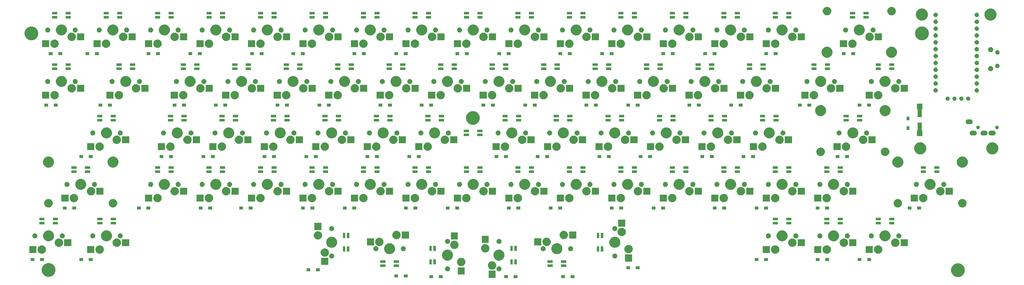
<source format=gbs>
G04 #@! TF.GenerationSoftware,KiCad,Pcbnew,5.0.2-bee76a0~70~ubuntu18.04.1*
G04 #@! TF.CreationDate,2020-02-19T02:44:09+09:00*
G04 #@! TF.ProjectId,thanatos,7468616e-6174-46f7-932e-6b696361645f,rev?*
G04 #@! TF.SameCoordinates,Original*
G04 #@! TF.FileFunction,Soldermask,Bot*
G04 #@! TF.FilePolarity,Negative*
%FSLAX46Y46*%
G04 Gerber Fmt 4.6, Leading zero omitted, Abs format (unit mm)*
G04 Created by KiCad (PCBNEW 5.0.2-bee76a0~70~ubuntu18.04.1) date 2020年02月19日 02時44分09秒*
%MOMM*%
%LPD*%
G01*
G04 APERTURE LIST*
%ADD10C,0.100000*%
G04 APERTURE END LIST*
D10*
G36*
X223202000Y-125176000D02*
X221800000Y-125176000D01*
X221800000Y-124124000D01*
X223202000Y-124124000D01*
X223202000Y-125176000D01*
X223202000Y-125176000D01*
G37*
G36*
X219652000Y-125176000D02*
X218250000Y-125176000D01*
X218250000Y-124124000D01*
X219652000Y-124124000D01*
X219652000Y-125176000D01*
X219652000Y-125176000D01*
G37*
G36*
X198570000Y-125176000D02*
X197168000Y-125176000D01*
X197168000Y-124124000D01*
X198570000Y-124124000D01*
X198570000Y-125176000D01*
X198570000Y-125176000D01*
G37*
G36*
X202120000Y-125176000D02*
X200718000Y-125176000D01*
X200718000Y-124124000D01*
X202120000Y-124124000D01*
X202120000Y-125176000D01*
X202120000Y-125176000D01*
G37*
G36*
X170884000Y-125176000D02*
X169482000Y-125176000D01*
X169482000Y-124124000D01*
X170884000Y-124124000D01*
X170884000Y-125176000D01*
X170884000Y-125176000D01*
G37*
G36*
X174434000Y-125176000D02*
X173032000Y-125176000D01*
X173032000Y-124124000D01*
X174434000Y-124124000D01*
X174434000Y-125176000D01*
X174434000Y-125176000D01*
G37*
G36*
X194023000Y-125092000D02*
X191421000Y-125092000D01*
X191421000Y-122440000D01*
X194023000Y-122440000D01*
X194023000Y-125092000D01*
X194023000Y-125092000D01*
G37*
G36*
X157930000Y-124922000D02*
X156528000Y-124922000D01*
X156528000Y-123870000D01*
X157930000Y-123870000D01*
X157930000Y-124922000D01*
X157930000Y-124922000D01*
G37*
G36*
X161480000Y-124922000D02*
X160078000Y-124922000D01*
X160078000Y-123870000D01*
X161480000Y-123870000D01*
X161480000Y-124922000D01*
X161480000Y-124922000D01*
G37*
G36*
X365869096Y-119785033D02*
X365869098Y-119785034D01*
X365869099Y-119785034D01*
X366333352Y-119977333D01*
X366564827Y-120132000D01*
X366751171Y-120256511D01*
X367106489Y-120611829D01*
X367106491Y-120611832D01*
X367385667Y-121029648D01*
X367576721Y-121490896D01*
X367577967Y-121493904D01*
X367676000Y-121986747D01*
X367676000Y-122489253D01*
X367590697Y-122918099D01*
X367577966Y-122982099D01*
X367385667Y-123446352D01*
X367149254Y-123800168D01*
X367106489Y-123864171D01*
X366751171Y-124219489D01*
X366751168Y-124219491D01*
X366333352Y-124498667D01*
X365869099Y-124690966D01*
X365869098Y-124690966D01*
X365869096Y-124690967D01*
X365376253Y-124789000D01*
X364873747Y-124789000D01*
X364380904Y-124690967D01*
X364380902Y-124690966D01*
X364380901Y-124690966D01*
X363916648Y-124498667D01*
X363498832Y-124219491D01*
X363498829Y-124219489D01*
X363143511Y-123864171D01*
X363100746Y-123800168D01*
X362864333Y-123446352D01*
X362672034Y-122982099D01*
X362659304Y-122918099D01*
X362574000Y-122489253D01*
X362574000Y-121986747D01*
X362672033Y-121493904D01*
X362673279Y-121490896D01*
X362864333Y-121029648D01*
X363143509Y-120611832D01*
X363143511Y-120611829D01*
X363498829Y-120256511D01*
X363685173Y-120132000D01*
X363916648Y-119977333D01*
X364380901Y-119785034D01*
X364380902Y-119785034D01*
X364380904Y-119785033D01*
X364873747Y-119687000D01*
X365376253Y-119687000D01*
X365869096Y-119785033D01*
X365869096Y-119785033D01*
G37*
G36*
X29319096Y-119721033D02*
X29319098Y-119721034D01*
X29319099Y-119721034D01*
X29783352Y-119913333D01*
X30110610Y-120132000D01*
X30201171Y-120192511D01*
X30556489Y-120547829D01*
X30556491Y-120547832D01*
X30835667Y-120965648D01*
X30983427Y-121322374D01*
X31027967Y-121429904D01*
X31126000Y-121922747D01*
X31126000Y-122425253D01*
X31081014Y-122651414D01*
X31027966Y-122918099D01*
X30835667Y-123382352D01*
X30557750Y-123798284D01*
X30556489Y-123800171D01*
X30201171Y-124155489D01*
X30201168Y-124155491D01*
X29783352Y-124434667D01*
X29319099Y-124626966D01*
X29319098Y-124626966D01*
X29319096Y-124626967D01*
X28826253Y-124725000D01*
X28323747Y-124725000D01*
X27830904Y-124626967D01*
X27830902Y-124626966D01*
X27830901Y-124626966D01*
X27366648Y-124434667D01*
X26948832Y-124155491D01*
X26948829Y-124155489D01*
X26593511Y-123800171D01*
X26592250Y-123798284D01*
X26314333Y-123382352D01*
X26122034Y-122918099D01*
X26068987Y-122651414D01*
X26024000Y-122425253D01*
X26024000Y-121922747D01*
X26122033Y-121429904D01*
X26166573Y-121322374D01*
X26314333Y-120965648D01*
X26593509Y-120547832D01*
X26593511Y-120547829D01*
X26948829Y-120192511D01*
X27039390Y-120132000D01*
X27366648Y-119913333D01*
X27830901Y-119721034D01*
X27830902Y-119721034D01*
X27830904Y-119721033D01*
X28323747Y-119623000D01*
X28826253Y-119623000D01*
X29319096Y-119721033D01*
X29319096Y-119721033D01*
G37*
G36*
X182593000Y-123849000D02*
X179991000Y-123849000D01*
X179991000Y-121197000D01*
X182593000Y-121197000D01*
X182593000Y-123849000D01*
X182593000Y-123849000D01*
G37*
G36*
X176482104Y-120870585D02*
X176650626Y-120940389D01*
X176802291Y-121041728D01*
X176931272Y-121170709D01*
X177032611Y-121322374D01*
X177102415Y-121490896D01*
X177138000Y-121669797D01*
X177138000Y-121852203D01*
X177102415Y-122031104D01*
X177032611Y-122199626D01*
X176931272Y-122351291D01*
X176802291Y-122480272D01*
X176650626Y-122581611D01*
X176482104Y-122651415D01*
X176303203Y-122687000D01*
X176120797Y-122687000D01*
X175941896Y-122651415D01*
X175773374Y-122581611D01*
X175621709Y-122480272D01*
X175492728Y-122351291D01*
X175391389Y-122199626D01*
X175321585Y-122031104D01*
X175286000Y-121852203D01*
X175286000Y-121669797D01*
X175321585Y-121490896D01*
X175391389Y-121322374D01*
X175492728Y-121170709D01*
X175621709Y-121041728D01*
X175773374Y-120940389D01*
X175941896Y-120870585D01*
X176120797Y-120835000D01*
X176303203Y-120835000D01*
X176482104Y-120870585D01*
X176482104Y-120870585D01*
G37*
G36*
X195532104Y-120870585D02*
X195700626Y-120940389D01*
X195852291Y-121041728D01*
X195981272Y-121170709D01*
X196082611Y-121322374D01*
X196152415Y-121490896D01*
X196188000Y-121669797D01*
X196188000Y-121852203D01*
X196152415Y-122031104D01*
X196082611Y-122199626D01*
X195981272Y-122351291D01*
X195852291Y-122480272D01*
X195700626Y-122581611D01*
X195532104Y-122651415D01*
X195353203Y-122687000D01*
X195170797Y-122687000D01*
X194991896Y-122651415D01*
X194823374Y-122581611D01*
X194671709Y-122480272D01*
X194542728Y-122351291D01*
X194441389Y-122199626D01*
X194371585Y-122031104D01*
X194336000Y-121852203D01*
X194336000Y-121669797D01*
X194371585Y-121490896D01*
X194441389Y-121322374D01*
X194542728Y-121170709D01*
X194671709Y-121041728D01*
X194823374Y-120940389D01*
X194991896Y-120870585D01*
X195170797Y-120835000D01*
X195353203Y-120835000D01*
X195532104Y-120870585D01*
X195532104Y-120870585D01*
G37*
G36*
X125418000Y-122636000D02*
X124016000Y-122636000D01*
X124016000Y-121584000D01*
X125418000Y-121584000D01*
X125418000Y-122636000D01*
X125418000Y-122636000D01*
G37*
G36*
X128968000Y-122636000D02*
X127566000Y-122636000D01*
X127566000Y-121584000D01*
X128968000Y-121584000D01*
X128968000Y-122636000D01*
X128968000Y-122636000D01*
G37*
G36*
X193074527Y-118979736D02*
X193174410Y-118999604D01*
X193456674Y-119116521D01*
X193710705Y-119286259D01*
X193926741Y-119502295D01*
X194096479Y-119756326D01*
X194188023Y-119977334D01*
X194213396Y-120038591D01*
X194273000Y-120338238D01*
X194273000Y-120643762D01*
X194247492Y-120772000D01*
X194213396Y-120943410D01*
X194096479Y-121225674D01*
X193926741Y-121479705D01*
X193710705Y-121695741D01*
X193456674Y-121865479D01*
X193174410Y-121982396D01*
X193074527Y-122002264D01*
X192874762Y-122042000D01*
X192569238Y-122042000D01*
X192369473Y-122002264D01*
X192269590Y-121982396D01*
X191987326Y-121865479D01*
X191733295Y-121695741D01*
X191517259Y-121479705D01*
X191347521Y-121225674D01*
X191230604Y-120943410D01*
X191196508Y-120772000D01*
X191171000Y-120643762D01*
X191171000Y-120338238D01*
X191230604Y-120038591D01*
X191255977Y-119977334D01*
X191347521Y-119756326D01*
X191517259Y-119502295D01*
X191733295Y-119286259D01*
X191987326Y-119116521D01*
X192269590Y-118999604D01*
X192369473Y-118979736D01*
X192569238Y-118940000D01*
X192874762Y-118940000D01*
X193074527Y-118979736D01*
X193074527Y-118979736D01*
G37*
G36*
X247332000Y-121874000D02*
X245930000Y-121874000D01*
X245930000Y-120822000D01*
X247332000Y-120822000D01*
X247332000Y-121874000D01*
X247332000Y-121874000D01*
G37*
G36*
X243782000Y-121874000D02*
X242380000Y-121874000D01*
X242380000Y-120822000D01*
X243782000Y-120822000D01*
X243782000Y-121874000D01*
X243782000Y-121874000D01*
G37*
G36*
X153232000Y-121047000D02*
X151330000Y-121047000D01*
X151330000Y-120125000D01*
X153232000Y-120125000D01*
X153232000Y-121047000D01*
X153232000Y-121047000D01*
G37*
G36*
X158232000Y-121047000D02*
X156330000Y-121047000D01*
X156330000Y-120125000D01*
X158232000Y-120125000D01*
X158232000Y-121047000D01*
X158232000Y-121047000D01*
G37*
G36*
X215145000Y-121035000D02*
X213243000Y-121035000D01*
X213243000Y-120113000D01*
X215145000Y-120113000D01*
X215145000Y-121035000D01*
X215145000Y-121035000D01*
G37*
G36*
X220145000Y-121035000D02*
X218243000Y-121035000D01*
X218243000Y-120113000D01*
X220145000Y-120113000D01*
X220145000Y-121035000D01*
X220145000Y-121035000D01*
G37*
G36*
X181644527Y-117709736D02*
X181744410Y-117729604D01*
X182026674Y-117846521D01*
X182280705Y-118016259D01*
X182496741Y-118232295D01*
X182666479Y-118486326D01*
X182783396Y-118768590D01*
X182803264Y-118868473D01*
X182843000Y-119068238D01*
X182843000Y-119373762D01*
X182803264Y-119573527D01*
X182783396Y-119673410D01*
X182666479Y-119955674D01*
X182496741Y-120209705D01*
X182280705Y-120425741D01*
X182026674Y-120595479D01*
X181744410Y-120712396D01*
X181644527Y-120732264D01*
X181444762Y-120772000D01*
X181139238Y-120772000D01*
X180939473Y-120732264D01*
X180839590Y-120712396D01*
X180557326Y-120595479D01*
X180303295Y-120425741D01*
X180087259Y-120209705D01*
X179917521Y-119955674D01*
X179800604Y-119673410D01*
X179780736Y-119573527D01*
X179741000Y-119373762D01*
X179741000Y-119068238D01*
X179780736Y-118868473D01*
X179800604Y-118768590D01*
X179917521Y-118486326D01*
X180087259Y-118232295D01*
X180303295Y-118016259D01*
X180557326Y-117846521D01*
X180839590Y-117729604D01*
X180939473Y-117709736D01*
X181139238Y-117670000D01*
X181444762Y-117670000D01*
X181644527Y-117709736D01*
X181644527Y-117709736D01*
G37*
G36*
X132111000Y-120330000D02*
X129509000Y-120330000D01*
X129509000Y-117678000D01*
X132111000Y-117678000D01*
X132111000Y-120330000D01*
X132111000Y-120330000D01*
G37*
G36*
X171899000Y-120132000D02*
X170977000Y-120132000D01*
X170977000Y-118230000D01*
X171899000Y-118230000D01*
X171899000Y-120132000D01*
X171899000Y-120132000D01*
G37*
G36*
X170399000Y-120132000D02*
X169477000Y-120132000D01*
X169477000Y-118230000D01*
X170399000Y-118230000D01*
X170399000Y-120132000D01*
X170399000Y-120132000D01*
G37*
G36*
X201871000Y-120132000D02*
X200949000Y-120132000D01*
X200949000Y-118230000D01*
X201871000Y-118230000D01*
X201871000Y-120132000D01*
X201871000Y-120132000D01*
G37*
G36*
X200371000Y-120132000D02*
X199449000Y-120132000D01*
X199449000Y-118230000D01*
X200371000Y-118230000D01*
X200371000Y-120132000D01*
X200371000Y-120132000D01*
G37*
G36*
X158232000Y-119547000D02*
X156330000Y-119547000D01*
X156330000Y-118625000D01*
X158232000Y-118625000D01*
X158232000Y-119547000D01*
X158232000Y-119547000D01*
G37*
G36*
X153232000Y-119547000D02*
X151330000Y-119547000D01*
X151330000Y-118625000D01*
X153232000Y-118625000D01*
X153232000Y-119547000D01*
X153232000Y-119547000D01*
G37*
G36*
X220145000Y-119535000D02*
X218243000Y-119535000D01*
X218243000Y-118613000D01*
X220145000Y-118613000D01*
X220145000Y-119535000D01*
X220145000Y-119535000D01*
G37*
G36*
X215145000Y-119535000D02*
X213243000Y-119535000D01*
X213243000Y-118613000D01*
X215145000Y-118613000D01*
X215145000Y-119535000D01*
X215145000Y-119535000D01*
G37*
G36*
X244506000Y-119087000D02*
X241904000Y-119087000D01*
X241904000Y-116435000D01*
X244506000Y-116435000D01*
X244506000Y-119087000D01*
X244506000Y-119087000D01*
G37*
G36*
X26860000Y-118826000D02*
X25458000Y-118826000D01*
X25458000Y-117774000D01*
X26860000Y-117774000D01*
X26860000Y-118826000D01*
X26860000Y-118826000D01*
G37*
G36*
X332933000Y-118826000D02*
X331531000Y-118826000D01*
X331531000Y-117774000D01*
X332933000Y-117774000D01*
X332933000Y-118826000D01*
X332933000Y-118826000D01*
G37*
G36*
X329383000Y-118826000D02*
X327981000Y-118826000D01*
X327981000Y-117774000D01*
X329383000Y-117774000D01*
X329383000Y-118826000D01*
X329383000Y-118826000D01*
G37*
G36*
X317436000Y-118826000D02*
X316034000Y-118826000D01*
X316034000Y-117774000D01*
X317436000Y-117774000D01*
X317436000Y-118826000D01*
X317436000Y-118826000D01*
G37*
G36*
X313886000Y-118826000D02*
X312484000Y-118826000D01*
X312484000Y-117774000D01*
X313886000Y-117774000D01*
X313886000Y-118826000D01*
X313886000Y-118826000D01*
G37*
G36*
X291280000Y-118826000D02*
X289878000Y-118826000D01*
X289878000Y-117774000D01*
X291280000Y-117774000D01*
X291280000Y-118826000D01*
X291280000Y-118826000D01*
G37*
G36*
X41344000Y-118826000D02*
X39942000Y-118826000D01*
X39942000Y-117774000D01*
X41344000Y-117774000D01*
X41344000Y-118826000D01*
X41344000Y-118826000D01*
G37*
G36*
X23310000Y-118826000D02*
X21908000Y-118826000D01*
X21908000Y-117774000D01*
X23310000Y-117774000D01*
X23310000Y-118826000D01*
X23310000Y-118826000D01*
G37*
G36*
X44894000Y-118826000D02*
X43492000Y-118826000D01*
X43492000Y-117774000D01*
X44894000Y-117774000D01*
X44894000Y-118826000D01*
X44894000Y-118826000D01*
G37*
G36*
X294830000Y-118826000D02*
X293428000Y-118826000D01*
X293428000Y-117774000D01*
X294830000Y-117774000D01*
X294830000Y-118826000D01*
X294830000Y-118826000D01*
G37*
G36*
X195858472Y-114714684D02*
X195858474Y-114714685D01*
X195858475Y-114714685D01*
X196230623Y-114868833D01*
X196565548Y-115092623D01*
X196850377Y-115377452D01*
X197074167Y-115712377D01*
X197172757Y-115950396D01*
X197228316Y-116084528D01*
X197306900Y-116479594D01*
X197306900Y-116882406D01*
X197229981Y-117269104D01*
X197228315Y-117277475D01*
X197074167Y-117649623D01*
X196850377Y-117984548D01*
X196565548Y-118269377D01*
X196230623Y-118493167D01*
X195858475Y-118647315D01*
X195858474Y-118647315D01*
X195858472Y-118647316D01*
X195463406Y-118725900D01*
X195060594Y-118725900D01*
X194665528Y-118647316D01*
X194665526Y-118647315D01*
X194665525Y-118647315D01*
X194293377Y-118493167D01*
X193958452Y-118269377D01*
X193673623Y-117984548D01*
X193449833Y-117649623D01*
X193295685Y-117277475D01*
X193294020Y-117269104D01*
X193217100Y-116882406D01*
X193217100Y-116479594D01*
X193295684Y-116084528D01*
X193351243Y-115950396D01*
X193449833Y-115712377D01*
X193673623Y-115377452D01*
X193958452Y-115092623D01*
X194293377Y-114868833D01*
X194665525Y-114714685D01*
X194665526Y-114714685D01*
X194665528Y-114714684D01*
X195060594Y-114636100D01*
X195463406Y-114636100D01*
X195858472Y-114714684D01*
X195858472Y-114714684D01*
G37*
G36*
X176808472Y-114714684D02*
X176808474Y-114714685D01*
X176808475Y-114714685D01*
X177180623Y-114868833D01*
X177515548Y-115092623D01*
X177800377Y-115377452D01*
X178024167Y-115712377D01*
X178122757Y-115950396D01*
X178178316Y-116084528D01*
X178256900Y-116479594D01*
X178256900Y-116882406D01*
X178179981Y-117269104D01*
X178178315Y-117277475D01*
X178024167Y-117649623D01*
X177800377Y-117984548D01*
X177515548Y-118269377D01*
X177180623Y-118493167D01*
X176808475Y-118647315D01*
X176808474Y-118647315D01*
X176808472Y-118647316D01*
X176413406Y-118725900D01*
X176010594Y-118725900D01*
X175615528Y-118647316D01*
X175615526Y-118647315D01*
X175615525Y-118647315D01*
X175243377Y-118493167D01*
X174908452Y-118269377D01*
X174623623Y-117984548D01*
X174399833Y-117649623D01*
X174245685Y-117277475D01*
X174244020Y-117269104D01*
X174167100Y-116882406D01*
X174167100Y-116479594D01*
X174245684Y-116084528D01*
X174301243Y-115950396D01*
X174399833Y-115712377D01*
X174623623Y-115377452D01*
X174908452Y-115092623D01*
X175243377Y-114868833D01*
X175615525Y-114714685D01*
X175615526Y-114714685D01*
X175615528Y-114714684D01*
X176010594Y-114636100D01*
X176413406Y-114636100D01*
X176808472Y-114714684D01*
X176808472Y-114714684D01*
G37*
G36*
X238395104Y-116108585D02*
X238563626Y-116178389D01*
X238715291Y-116279728D01*
X238844272Y-116408709D01*
X238945611Y-116560374D01*
X239015415Y-116728896D01*
X239051000Y-116907797D01*
X239051000Y-117090203D01*
X239015415Y-117269104D01*
X238945611Y-117437626D01*
X238844272Y-117589291D01*
X238715291Y-117718272D01*
X238563626Y-117819611D01*
X238395104Y-117889415D01*
X238216203Y-117925000D01*
X238033797Y-117925000D01*
X237854896Y-117889415D01*
X237686374Y-117819611D01*
X237534709Y-117718272D01*
X237405728Y-117589291D01*
X237304389Y-117437626D01*
X237234585Y-117269104D01*
X237199000Y-117090203D01*
X237199000Y-116907797D01*
X237234585Y-116728896D01*
X237304389Y-116560374D01*
X237405728Y-116408709D01*
X237534709Y-116279728D01*
X237686374Y-116178389D01*
X237854896Y-116108585D01*
X238033797Y-116073000D01*
X238216203Y-116073000D01*
X238395104Y-116108585D01*
X238395104Y-116108585D01*
G37*
G36*
X133620104Y-116108585D02*
X133788626Y-116178389D01*
X133940291Y-116279728D01*
X134069272Y-116408709D01*
X134170611Y-116560374D01*
X134240415Y-116728896D01*
X134276000Y-116907797D01*
X134276000Y-117090203D01*
X134240415Y-117269104D01*
X134170611Y-117437626D01*
X134069272Y-117589291D01*
X133940291Y-117718272D01*
X133788626Y-117819611D01*
X133620104Y-117889415D01*
X133441203Y-117925000D01*
X133258797Y-117925000D01*
X133079896Y-117889415D01*
X132911374Y-117819611D01*
X132759709Y-117718272D01*
X132630728Y-117589291D01*
X132529389Y-117437626D01*
X132459585Y-117269104D01*
X132424000Y-117090203D01*
X132424000Y-116907797D01*
X132459585Y-116728896D01*
X132529389Y-116560374D01*
X132630728Y-116408709D01*
X132759709Y-116279728D01*
X132911374Y-116178389D01*
X133079896Y-116108585D01*
X133258797Y-116073000D01*
X133441203Y-116073000D01*
X133620104Y-116108585D01*
X133620104Y-116108585D01*
G37*
G36*
X131162527Y-114217736D02*
X131262410Y-114237604D01*
X131544674Y-114354521D01*
X131798705Y-114524259D01*
X132014741Y-114740295D01*
X132184479Y-114994326D01*
X132265701Y-115190415D01*
X132301396Y-115276591D01*
X132361000Y-115576238D01*
X132361000Y-115881762D01*
X132338977Y-115992479D01*
X132301396Y-116181410D01*
X132184479Y-116463674D01*
X132014741Y-116717705D01*
X131798705Y-116933741D01*
X131544674Y-117103479D01*
X131262410Y-117220396D01*
X131162527Y-117240264D01*
X130962762Y-117280000D01*
X130657238Y-117280000D01*
X130457473Y-117240264D01*
X130357590Y-117220396D01*
X130075326Y-117103479D01*
X129821295Y-116933741D01*
X129605259Y-116717705D01*
X129435521Y-116463674D01*
X129318604Y-116181410D01*
X129281023Y-115992479D01*
X129259000Y-115881762D01*
X129259000Y-115576238D01*
X129318604Y-115276591D01*
X129354299Y-115190415D01*
X129435521Y-114994326D01*
X129605259Y-114740295D01*
X129821295Y-114524259D01*
X130075326Y-114354521D01*
X130357590Y-114237604D01*
X130457473Y-114217736D01*
X130657238Y-114178000D01*
X130962762Y-114178000D01*
X131162527Y-114217736D01*
X131162527Y-114217736D01*
G37*
G36*
X155377472Y-112333684D02*
X155377474Y-112333685D01*
X155377475Y-112333685D01*
X155749623Y-112487833D01*
X156084548Y-112711623D01*
X156369377Y-112996452D01*
X156593167Y-113331377D01*
X156741129Y-113688591D01*
X156747316Y-113703528D01*
X156825900Y-114098594D01*
X156825900Y-114501406D01*
X156752814Y-114868834D01*
X156747315Y-114896475D01*
X156593167Y-115268623D01*
X156369377Y-115603548D01*
X156084548Y-115888377D01*
X155749623Y-116112167D01*
X155377475Y-116266315D01*
X155377474Y-116266315D01*
X155377472Y-116266316D01*
X154982406Y-116344900D01*
X154579594Y-116344900D01*
X154184528Y-116266316D01*
X154184526Y-116266315D01*
X154184525Y-116266315D01*
X153812377Y-116112167D01*
X153477452Y-115888377D01*
X153192623Y-115603548D01*
X152968833Y-115268623D01*
X152814685Y-114896475D01*
X152809187Y-114868834D01*
X152736100Y-114501406D01*
X152736100Y-114098594D01*
X152814684Y-113703528D01*
X152820871Y-113688591D01*
X152968833Y-113331377D01*
X153192623Y-112996452D01*
X153477452Y-112711623D01*
X153812377Y-112487833D01*
X154184525Y-112333685D01*
X154184526Y-112333685D01*
X154184528Y-112333684D01*
X154579594Y-112255100D01*
X154982406Y-112255100D01*
X155377472Y-112333684D01*
X155377472Y-112333684D01*
G37*
G36*
X217290472Y-112333684D02*
X217290474Y-112333685D01*
X217290475Y-112333685D01*
X217662623Y-112487833D01*
X217997548Y-112711623D01*
X218282377Y-112996452D01*
X218506167Y-113331377D01*
X218654129Y-113688591D01*
X218660316Y-113703528D01*
X218738900Y-114098594D01*
X218738900Y-114501406D01*
X218665814Y-114868834D01*
X218660315Y-114896475D01*
X218506167Y-115268623D01*
X218282377Y-115603548D01*
X217997548Y-115888377D01*
X217662623Y-116112167D01*
X217290475Y-116266315D01*
X217290474Y-116266315D01*
X217290472Y-116266316D01*
X216895406Y-116344900D01*
X216492594Y-116344900D01*
X216097528Y-116266316D01*
X216097526Y-116266315D01*
X216097525Y-116266315D01*
X215725377Y-116112167D01*
X215390452Y-115888377D01*
X215105623Y-115603548D01*
X214881833Y-115268623D01*
X214727685Y-114896475D01*
X214722187Y-114868834D01*
X214649100Y-114501406D01*
X214649100Y-114098594D01*
X214727684Y-113703528D01*
X214733871Y-113688591D01*
X214881833Y-113331377D01*
X215105623Y-112996452D01*
X215390452Y-112711623D01*
X215725377Y-112487833D01*
X216097525Y-112333685D01*
X216097526Y-112333685D01*
X216097528Y-112333684D01*
X216492594Y-112255100D01*
X216895406Y-112255100D01*
X217290472Y-112333684D01*
X217290472Y-112333684D01*
G37*
G36*
X26387527Y-113106736D02*
X26487410Y-113126604D01*
X26769674Y-113243521D01*
X27023705Y-113413259D01*
X27239741Y-113629295D01*
X27409479Y-113883326D01*
X27526396Y-114165590D01*
X27540720Y-114237604D01*
X27586000Y-114465238D01*
X27586000Y-114770762D01*
X27560994Y-114896475D01*
X27526396Y-115070410D01*
X27409479Y-115352674D01*
X27239741Y-115606705D01*
X27023705Y-115822741D01*
X26769674Y-115992479D01*
X26487410Y-116109396D01*
X26387527Y-116129264D01*
X26187762Y-116169000D01*
X25882238Y-116169000D01*
X25682473Y-116129264D01*
X25582590Y-116109396D01*
X25300326Y-115992479D01*
X25046295Y-115822741D01*
X24830259Y-115606705D01*
X24660521Y-115352674D01*
X24543604Y-115070410D01*
X24509006Y-114896475D01*
X24484000Y-114770762D01*
X24484000Y-114465238D01*
X24529280Y-114237604D01*
X24543604Y-114165590D01*
X24660521Y-113883326D01*
X24830259Y-113629295D01*
X25046295Y-113413259D01*
X25300326Y-113243521D01*
X25582590Y-113126604D01*
X25682473Y-113106736D01*
X25882238Y-113067000D01*
X26187762Y-113067000D01*
X26387527Y-113106736D01*
X26387527Y-113106736D01*
G37*
G36*
X47818727Y-113106736D02*
X47918610Y-113126604D01*
X48200874Y-113243521D01*
X48454905Y-113413259D01*
X48670941Y-113629295D01*
X48840679Y-113883326D01*
X48957596Y-114165590D01*
X48971920Y-114237604D01*
X49017200Y-114465238D01*
X49017200Y-114770762D01*
X48992194Y-114896475D01*
X48957596Y-115070410D01*
X48840679Y-115352674D01*
X48670941Y-115606705D01*
X48454905Y-115822741D01*
X48200874Y-115992479D01*
X47918610Y-116109396D01*
X47818727Y-116129264D01*
X47618962Y-116169000D01*
X47313438Y-116169000D01*
X47113673Y-116129264D01*
X47013790Y-116109396D01*
X46731526Y-115992479D01*
X46477495Y-115822741D01*
X46261459Y-115606705D01*
X46091721Y-115352674D01*
X45974804Y-115070410D01*
X45940206Y-114896475D01*
X45915200Y-114770762D01*
X45915200Y-114465238D01*
X45960480Y-114237604D01*
X45974804Y-114165590D01*
X46091721Y-113883326D01*
X46261459Y-113629295D01*
X46477495Y-113413259D01*
X46731526Y-113243521D01*
X47013790Y-113126604D01*
X47113673Y-113106736D01*
X47313438Y-113067000D01*
X47618962Y-113067000D01*
X47818727Y-113106736D01*
X47818727Y-113106736D01*
G37*
G36*
X335950527Y-113106736D02*
X336050410Y-113126604D01*
X336332674Y-113243521D01*
X336586705Y-113413259D01*
X336802741Y-113629295D01*
X336972479Y-113883326D01*
X337089396Y-114165590D01*
X337103720Y-114237604D01*
X337149000Y-114465238D01*
X337149000Y-114770762D01*
X337123994Y-114896475D01*
X337089396Y-115070410D01*
X336972479Y-115352674D01*
X336802741Y-115606705D01*
X336586705Y-115822741D01*
X336332674Y-115992479D01*
X336050410Y-116109396D01*
X335950527Y-116129264D01*
X335750762Y-116169000D01*
X335445238Y-116169000D01*
X335245473Y-116129264D01*
X335145590Y-116109396D01*
X334863326Y-115992479D01*
X334609295Y-115822741D01*
X334393259Y-115606705D01*
X334223521Y-115352674D01*
X334106604Y-115070410D01*
X334072006Y-114896475D01*
X334047000Y-114770762D01*
X334047000Y-114465238D01*
X334092280Y-114237604D01*
X334106604Y-114165590D01*
X334223521Y-113883326D01*
X334393259Y-113629295D01*
X334609295Y-113413259D01*
X334863326Y-113243521D01*
X335145590Y-113126604D01*
X335245473Y-113106736D01*
X335445238Y-113067000D01*
X335750762Y-113067000D01*
X335950527Y-113106736D01*
X335950527Y-113106736D01*
G37*
G36*
X316900527Y-113106736D02*
X317000410Y-113126604D01*
X317282674Y-113243521D01*
X317536705Y-113413259D01*
X317752741Y-113629295D01*
X317922479Y-113883326D01*
X318039396Y-114165590D01*
X318053720Y-114237604D01*
X318099000Y-114465238D01*
X318099000Y-114770762D01*
X318073994Y-114896475D01*
X318039396Y-115070410D01*
X317922479Y-115352674D01*
X317752741Y-115606705D01*
X317536705Y-115822741D01*
X317282674Y-115992479D01*
X317000410Y-116109396D01*
X316900527Y-116129264D01*
X316700762Y-116169000D01*
X316395238Y-116169000D01*
X316195473Y-116129264D01*
X316095590Y-116109396D01*
X315813326Y-115992479D01*
X315559295Y-115822741D01*
X315343259Y-115606705D01*
X315173521Y-115352674D01*
X315056604Y-115070410D01*
X315022006Y-114896475D01*
X314997000Y-114770762D01*
X314997000Y-114465238D01*
X315042280Y-114237604D01*
X315056604Y-114165590D01*
X315173521Y-113883326D01*
X315343259Y-113629295D01*
X315559295Y-113413259D01*
X315813326Y-113243521D01*
X316095590Y-113126604D01*
X316195473Y-113106736D01*
X316395238Y-113067000D01*
X316700762Y-113067000D01*
X316900527Y-113106736D01*
X316900527Y-113106736D01*
G37*
G36*
X297850527Y-113106736D02*
X297950410Y-113126604D01*
X298232674Y-113243521D01*
X298486705Y-113413259D01*
X298702741Y-113629295D01*
X298872479Y-113883326D01*
X298989396Y-114165590D01*
X299003720Y-114237604D01*
X299049000Y-114465238D01*
X299049000Y-114770762D01*
X299023994Y-114896475D01*
X298989396Y-115070410D01*
X298872479Y-115352674D01*
X298702741Y-115606705D01*
X298486705Y-115822741D01*
X298232674Y-115992479D01*
X297950410Y-116109396D01*
X297850527Y-116129264D01*
X297650762Y-116169000D01*
X297345238Y-116169000D01*
X297145473Y-116129264D01*
X297045590Y-116109396D01*
X296763326Y-115992479D01*
X296509295Y-115822741D01*
X296293259Y-115606705D01*
X296123521Y-115352674D01*
X296006604Y-115070410D01*
X295972006Y-114896475D01*
X295947000Y-114770762D01*
X295947000Y-114465238D01*
X295992280Y-114237604D01*
X296006604Y-114165590D01*
X296123521Y-113883326D01*
X296293259Y-113629295D01*
X296509295Y-113413259D01*
X296763326Y-113243521D01*
X297045590Y-113126604D01*
X297145473Y-113106736D01*
X297345238Y-113067000D01*
X297650762Y-113067000D01*
X297850527Y-113106736D01*
X297850527Y-113106736D01*
G37*
G36*
X243499828Y-112936259D02*
X243657410Y-112967604D01*
X243939674Y-113084521D01*
X244193705Y-113254259D01*
X244409741Y-113470295D01*
X244579479Y-113724326D01*
X244678713Y-113963900D01*
X244696396Y-114006591D01*
X244756000Y-114306238D01*
X244756000Y-114611762D01*
X244735527Y-114714684D01*
X244696396Y-114911410D01*
X244579479Y-115193674D01*
X244409741Y-115447705D01*
X244193705Y-115663741D01*
X243939674Y-115833479D01*
X243657410Y-115950396D01*
X243557527Y-115970264D01*
X243357762Y-116010000D01*
X243052238Y-116010000D01*
X242852473Y-115970264D01*
X242752590Y-115950396D01*
X242470326Y-115833479D01*
X242216295Y-115663741D01*
X242000259Y-115447705D01*
X241830521Y-115193674D01*
X241713604Y-114911410D01*
X241674473Y-114714684D01*
X241654000Y-114611762D01*
X241654000Y-114306238D01*
X241713604Y-114006591D01*
X241731287Y-113963900D01*
X241830521Y-113724326D01*
X242000259Y-113470295D01*
X242216295Y-113254259D01*
X242470326Y-113084521D01*
X242752590Y-112967604D01*
X242910172Y-112936259D01*
X243052238Y-112908000D01*
X243357762Y-112908000D01*
X243499828Y-112936259D01*
X243499828Y-112936259D01*
G37*
G36*
X45490200Y-115919000D02*
X42838200Y-115919000D01*
X42838200Y-113317000D01*
X45490200Y-113317000D01*
X45490200Y-115919000D01*
X45490200Y-115919000D01*
G37*
G36*
X24059000Y-115919000D02*
X21407000Y-115919000D01*
X21407000Y-113317000D01*
X24059000Y-113317000D01*
X24059000Y-115919000D01*
X24059000Y-115919000D01*
G37*
G36*
X314572000Y-115919000D02*
X311920000Y-115919000D01*
X311920000Y-113317000D01*
X314572000Y-113317000D01*
X314572000Y-115919000D01*
X314572000Y-115919000D01*
G37*
G36*
X333622000Y-115919000D02*
X330970000Y-115919000D01*
X330970000Y-113317000D01*
X333622000Y-113317000D01*
X333622000Y-115919000D01*
X333622000Y-115919000D01*
G37*
G36*
X295522000Y-115919000D02*
X292870000Y-115919000D01*
X292870000Y-113317000D01*
X295522000Y-113317000D01*
X295522000Y-115919000D01*
X295522000Y-115919000D01*
G37*
G36*
X190534527Y-112629736D02*
X190634410Y-112649604D01*
X190916674Y-112766521D01*
X191170705Y-112936259D01*
X191386741Y-113152295D01*
X191556479Y-113406326D01*
X191639050Y-113605672D01*
X191673396Y-113688591D01*
X191733000Y-113988238D01*
X191733000Y-114293762D01*
X191707492Y-114422000D01*
X191673396Y-114593410D01*
X191556479Y-114875674D01*
X191386741Y-115129705D01*
X191170705Y-115345741D01*
X190916674Y-115515479D01*
X190634410Y-115632396D01*
X190534527Y-115652264D01*
X190334762Y-115692000D01*
X190029238Y-115692000D01*
X189829473Y-115652264D01*
X189729590Y-115632396D01*
X189447326Y-115515479D01*
X189193295Y-115345741D01*
X188977259Y-115129705D01*
X188807521Y-114875674D01*
X188690604Y-114593410D01*
X188656508Y-114422000D01*
X188631000Y-114293762D01*
X188631000Y-113988238D01*
X188690604Y-113688591D01*
X188724950Y-113605672D01*
X188807521Y-113406326D01*
X188977259Y-113152295D01*
X189193295Y-112936259D01*
X189447326Y-112766521D01*
X189729590Y-112649604D01*
X189829473Y-112629736D01*
X190029238Y-112590000D01*
X190334762Y-112590000D01*
X190534527Y-112629736D01*
X190534527Y-112629736D01*
G37*
G36*
X138395000Y-115370000D02*
X137473000Y-115370000D01*
X137473000Y-113468000D01*
X138395000Y-113468000D01*
X138395000Y-115370000D01*
X138395000Y-115370000D01*
G37*
G36*
X232375000Y-115370000D02*
X231453000Y-115370000D01*
X231453000Y-113468000D01*
X232375000Y-113468000D01*
X232375000Y-115370000D01*
X232375000Y-115370000D01*
G37*
G36*
X139895000Y-115370000D02*
X138973000Y-115370000D01*
X138973000Y-113468000D01*
X139895000Y-113468000D01*
X139895000Y-115370000D01*
X139895000Y-115370000D01*
G37*
G36*
X233875000Y-115370000D02*
X232953000Y-115370000D01*
X232953000Y-113468000D01*
X233875000Y-113468000D01*
X233875000Y-115370000D01*
X233875000Y-115370000D01*
G37*
G36*
X222044104Y-113409585D02*
X222212626Y-113479389D01*
X222364291Y-113580728D01*
X222493272Y-113709709D01*
X222594611Y-113861374D01*
X222664415Y-114029896D01*
X222700000Y-114208797D01*
X222700000Y-114391203D01*
X222664415Y-114570104D01*
X222594611Y-114738626D01*
X222493272Y-114890291D01*
X222364291Y-115019272D01*
X222212626Y-115120611D01*
X222044104Y-115190415D01*
X221865203Y-115226000D01*
X221682797Y-115226000D01*
X221503896Y-115190415D01*
X221335374Y-115120611D01*
X221183709Y-115019272D01*
X221054728Y-114890291D01*
X220953389Y-114738626D01*
X220883585Y-114570104D01*
X220848000Y-114391203D01*
X220848000Y-114208797D01*
X220883585Y-114029896D01*
X220953389Y-113861374D01*
X221054728Y-113709709D01*
X221183709Y-113580728D01*
X221335374Y-113479389D01*
X221503896Y-113409585D01*
X221682797Y-113374000D01*
X221865203Y-113374000D01*
X222044104Y-113409585D01*
X222044104Y-113409585D01*
G37*
G36*
X211884104Y-113409585D02*
X212052626Y-113479389D01*
X212204291Y-113580728D01*
X212333272Y-113709709D01*
X212434611Y-113861374D01*
X212504415Y-114029896D01*
X212540000Y-114208797D01*
X212540000Y-114391203D01*
X212504415Y-114570104D01*
X212434611Y-114738626D01*
X212333272Y-114890291D01*
X212204291Y-115019272D01*
X212052626Y-115120611D01*
X211884104Y-115190415D01*
X211705203Y-115226000D01*
X211522797Y-115226000D01*
X211343896Y-115190415D01*
X211175374Y-115120611D01*
X211023709Y-115019272D01*
X210894728Y-114890291D01*
X210793389Y-114738626D01*
X210723585Y-114570104D01*
X210688000Y-114391203D01*
X210688000Y-114208797D01*
X210723585Y-114029896D01*
X210793389Y-113861374D01*
X210894728Y-113709709D01*
X211023709Y-113580728D01*
X211175374Y-113479389D01*
X211343896Y-113409585D01*
X211522797Y-113374000D01*
X211705203Y-113374000D01*
X211884104Y-113409585D01*
X211884104Y-113409585D01*
G37*
G36*
X149971104Y-113409585D02*
X150139626Y-113479389D01*
X150291291Y-113580728D01*
X150420272Y-113709709D01*
X150521611Y-113861374D01*
X150591415Y-114029896D01*
X150627000Y-114208797D01*
X150627000Y-114391203D01*
X150591415Y-114570104D01*
X150521611Y-114738626D01*
X150420272Y-114890291D01*
X150291291Y-115019272D01*
X150139626Y-115120611D01*
X149971104Y-115190415D01*
X149792203Y-115226000D01*
X149609797Y-115226000D01*
X149430896Y-115190415D01*
X149262374Y-115120611D01*
X149110709Y-115019272D01*
X148981728Y-114890291D01*
X148880389Y-114738626D01*
X148810585Y-114570104D01*
X148775000Y-114391203D01*
X148775000Y-114208797D01*
X148810585Y-114029896D01*
X148880389Y-113861374D01*
X148981728Y-113709709D01*
X149110709Y-113580728D01*
X149262374Y-113479389D01*
X149430896Y-113409585D01*
X149609797Y-113374000D01*
X149792203Y-113374000D01*
X149971104Y-113409585D01*
X149971104Y-113409585D01*
G37*
G36*
X160131104Y-113409585D02*
X160299626Y-113479389D01*
X160451291Y-113580728D01*
X160580272Y-113709709D01*
X160681611Y-113861374D01*
X160751415Y-114029896D01*
X160787000Y-114208797D01*
X160787000Y-114391203D01*
X160751415Y-114570104D01*
X160681611Y-114738626D01*
X160580272Y-114890291D01*
X160451291Y-115019272D01*
X160299626Y-115120611D01*
X160131104Y-115190415D01*
X159952203Y-115226000D01*
X159769797Y-115226000D01*
X159590896Y-115190415D01*
X159422374Y-115120611D01*
X159270709Y-115019272D01*
X159141728Y-114890291D01*
X159040389Y-114738626D01*
X158970585Y-114570104D01*
X158935000Y-114391203D01*
X158935000Y-114208797D01*
X158970585Y-114029896D01*
X159040389Y-113861374D01*
X159141728Y-113709709D01*
X159270709Y-113580728D01*
X159422374Y-113479389D01*
X159590896Y-113409585D01*
X159769797Y-113374000D01*
X159952203Y-113374000D01*
X160131104Y-113409585D01*
X160131104Y-113409585D01*
G37*
G36*
X200371000Y-115132000D02*
X199449000Y-115132000D01*
X199449000Y-113230000D01*
X200371000Y-113230000D01*
X200371000Y-115132000D01*
X200371000Y-115132000D01*
G37*
G36*
X201871000Y-115132000D02*
X200949000Y-115132000D01*
X200949000Y-113230000D01*
X201871000Y-113230000D01*
X201871000Y-115132000D01*
X201871000Y-115132000D01*
G37*
G36*
X170399000Y-115132000D02*
X169477000Y-115132000D01*
X169477000Y-113230000D01*
X170399000Y-113230000D01*
X170399000Y-115132000D01*
X170399000Y-115132000D01*
G37*
G36*
X171899000Y-115132000D02*
X170977000Y-115132000D01*
X170977000Y-113230000D01*
X171899000Y-113230000D01*
X171899000Y-115132000D01*
X171899000Y-115132000D01*
G37*
G36*
X179056415Y-111350166D02*
X179204410Y-111379604D01*
X179486674Y-111496521D01*
X179740705Y-111666259D01*
X179956741Y-111882295D01*
X180126479Y-112136326D01*
X180208227Y-112333685D01*
X180243396Y-112418591D01*
X180303000Y-112718238D01*
X180303000Y-113023762D01*
X180294399Y-113067000D01*
X180243396Y-113323410D01*
X180126479Y-113605674D01*
X179956741Y-113859705D01*
X179740705Y-114075741D01*
X179486674Y-114245479D01*
X179204410Y-114362396D01*
X179104527Y-114382264D01*
X178904762Y-114422000D01*
X178599238Y-114422000D01*
X178399473Y-114382264D01*
X178299590Y-114362396D01*
X178017326Y-114245479D01*
X177763295Y-114075741D01*
X177547259Y-113859705D01*
X177377521Y-113605674D01*
X177260604Y-113323410D01*
X177209601Y-113067000D01*
X177201000Y-113023762D01*
X177201000Y-112718238D01*
X177260604Y-112418591D01*
X177295773Y-112333685D01*
X177377521Y-112136326D01*
X177547259Y-111882295D01*
X177763295Y-111666259D01*
X178017326Y-111496521D01*
X178299590Y-111379604D01*
X178447585Y-111350166D01*
X178599238Y-111320000D01*
X178904762Y-111320000D01*
X179056415Y-111350166D01*
X179056415Y-111350166D01*
G37*
G36*
X238721472Y-109952684D02*
X238721474Y-109952685D01*
X238721475Y-109952685D01*
X239093623Y-110106833D01*
X239428548Y-110330623D01*
X239713377Y-110615452D01*
X239937167Y-110950377D01*
X240085129Y-111307591D01*
X240091316Y-111322528D01*
X240169900Y-111717594D01*
X240169900Y-112120406D01*
X240096814Y-112487834D01*
X240091315Y-112515475D01*
X239937167Y-112887623D01*
X239713377Y-113222548D01*
X239428548Y-113507377D01*
X239093623Y-113731167D01*
X238721475Y-113885315D01*
X238721474Y-113885315D01*
X238721472Y-113885316D01*
X238326406Y-113963900D01*
X237923594Y-113963900D01*
X237528528Y-113885316D01*
X237528526Y-113885315D01*
X237528525Y-113885315D01*
X237156377Y-113731167D01*
X236821452Y-113507377D01*
X236536623Y-113222548D01*
X236312833Y-112887623D01*
X236158685Y-112515475D01*
X236153187Y-112487834D01*
X236080100Y-112120406D01*
X236080100Y-111717594D01*
X236158684Y-111322528D01*
X236164871Y-111307591D01*
X236312833Y-110950377D01*
X236536623Y-110615452D01*
X236821452Y-110330623D01*
X237156377Y-110106833D01*
X237528525Y-109952685D01*
X237528526Y-109952685D01*
X237528528Y-109952684D01*
X237923594Y-109874100D01*
X238326406Y-109874100D01*
X238721472Y-109952684D01*
X238721472Y-109952684D01*
G37*
G36*
X133946472Y-109952684D02*
X133946474Y-109952685D01*
X133946475Y-109952685D01*
X134318623Y-110106833D01*
X134653548Y-110330623D01*
X134938377Y-110615452D01*
X135162167Y-110950377D01*
X135310129Y-111307591D01*
X135316316Y-111322528D01*
X135394900Y-111717594D01*
X135394900Y-112120406D01*
X135321814Y-112487834D01*
X135316315Y-112515475D01*
X135162167Y-112887623D01*
X134938377Y-113222548D01*
X134653548Y-113507377D01*
X134318623Y-113731167D01*
X133946475Y-113885315D01*
X133946474Y-113885315D01*
X133946472Y-113885316D01*
X133551406Y-113963900D01*
X133148594Y-113963900D01*
X132753528Y-113885316D01*
X132753526Y-113885315D01*
X132753525Y-113885315D01*
X132381377Y-113731167D01*
X132046452Y-113507377D01*
X131761623Y-113222548D01*
X131537833Y-112887623D01*
X131383685Y-112515475D01*
X131378187Y-112487834D01*
X131305100Y-112120406D01*
X131305100Y-111717594D01*
X131383684Y-111322528D01*
X131389871Y-111307591D01*
X131537833Y-110950377D01*
X131761623Y-110615452D01*
X132046452Y-110330623D01*
X132381377Y-110106833D01*
X132753525Y-109952685D01*
X132753526Y-109952685D01*
X132753528Y-109952684D01*
X133148594Y-109874100D01*
X133551406Y-109874100D01*
X133946472Y-109952684D01*
X133946472Y-109952684D01*
G37*
G36*
X32679828Y-110555259D02*
X32837410Y-110586604D01*
X33119674Y-110703521D01*
X33373705Y-110873259D01*
X33589741Y-111089295D01*
X33759479Y-111343326D01*
X33876396Y-111625590D01*
X33884486Y-111666262D01*
X33936000Y-111925238D01*
X33936000Y-112230762D01*
X33918196Y-112320269D01*
X33876396Y-112530410D01*
X33759479Y-112812674D01*
X33589741Y-113066705D01*
X33373705Y-113282741D01*
X33119674Y-113452479D01*
X32837410Y-113569396D01*
X32780440Y-113580728D01*
X32537762Y-113629000D01*
X32232238Y-113629000D01*
X31989560Y-113580728D01*
X31932590Y-113569396D01*
X31650326Y-113452479D01*
X31396295Y-113282741D01*
X31180259Y-113066705D01*
X31010521Y-112812674D01*
X30893604Y-112530410D01*
X30851804Y-112320269D01*
X30834000Y-112230762D01*
X30834000Y-111925238D01*
X30885514Y-111666262D01*
X30893604Y-111625590D01*
X31010521Y-111343326D01*
X31180259Y-111089295D01*
X31396295Y-110873259D01*
X31650326Y-110703521D01*
X31932590Y-110586604D01*
X32090172Y-110555259D01*
X32232238Y-110527000D01*
X32537762Y-110527000D01*
X32679828Y-110555259D01*
X32679828Y-110555259D01*
G37*
G36*
X342242828Y-110555259D02*
X342400410Y-110586604D01*
X342682674Y-110703521D01*
X342936705Y-110873259D01*
X343152741Y-111089295D01*
X343322479Y-111343326D01*
X343439396Y-111625590D01*
X343447486Y-111666262D01*
X343499000Y-111925238D01*
X343499000Y-112230762D01*
X343481196Y-112320269D01*
X343439396Y-112530410D01*
X343322479Y-112812674D01*
X343152741Y-113066705D01*
X342936705Y-113282741D01*
X342682674Y-113452479D01*
X342400410Y-113569396D01*
X342343440Y-113580728D01*
X342100762Y-113629000D01*
X341795238Y-113629000D01*
X341552560Y-113580728D01*
X341495590Y-113569396D01*
X341213326Y-113452479D01*
X340959295Y-113282741D01*
X340743259Y-113066705D01*
X340573521Y-112812674D01*
X340456604Y-112530410D01*
X340414804Y-112320269D01*
X340397000Y-112230762D01*
X340397000Y-111925238D01*
X340448514Y-111666262D01*
X340456604Y-111625590D01*
X340573521Y-111343326D01*
X340743259Y-111089295D01*
X340959295Y-110873259D01*
X341213326Y-110703521D01*
X341495590Y-110586604D01*
X341653172Y-110555259D01*
X341795238Y-110527000D01*
X342100762Y-110527000D01*
X342242828Y-110555259D01*
X342242828Y-110555259D01*
G37*
G36*
X54111028Y-110555259D02*
X54268610Y-110586604D01*
X54550874Y-110703521D01*
X54804905Y-110873259D01*
X55020941Y-111089295D01*
X55190679Y-111343326D01*
X55307596Y-111625590D01*
X55315686Y-111666262D01*
X55367200Y-111925238D01*
X55367200Y-112230762D01*
X55349396Y-112320269D01*
X55307596Y-112530410D01*
X55190679Y-112812674D01*
X55020941Y-113066705D01*
X54804905Y-113282741D01*
X54550874Y-113452479D01*
X54268610Y-113569396D01*
X54211640Y-113580728D01*
X53968962Y-113629000D01*
X53663438Y-113629000D01*
X53420760Y-113580728D01*
X53363790Y-113569396D01*
X53081526Y-113452479D01*
X52827495Y-113282741D01*
X52611459Y-113066705D01*
X52441721Y-112812674D01*
X52324804Y-112530410D01*
X52283004Y-112320269D01*
X52265200Y-112230762D01*
X52265200Y-111925238D01*
X52316714Y-111666262D01*
X52324804Y-111625590D01*
X52441721Y-111343326D01*
X52611459Y-111089295D01*
X52827495Y-110873259D01*
X53081526Y-110703521D01*
X53363790Y-110586604D01*
X53521372Y-110555259D01*
X53663438Y-110527000D01*
X53968962Y-110527000D01*
X54111028Y-110555259D01*
X54111028Y-110555259D01*
G37*
G36*
X323192828Y-110555259D02*
X323350410Y-110586604D01*
X323632674Y-110703521D01*
X323886705Y-110873259D01*
X324102741Y-111089295D01*
X324272479Y-111343326D01*
X324389396Y-111625590D01*
X324397486Y-111666262D01*
X324449000Y-111925238D01*
X324449000Y-112230762D01*
X324431196Y-112320269D01*
X324389396Y-112530410D01*
X324272479Y-112812674D01*
X324102741Y-113066705D01*
X323886705Y-113282741D01*
X323632674Y-113452479D01*
X323350410Y-113569396D01*
X323293440Y-113580728D01*
X323050762Y-113629000D01*
X322745238Y-113629000D01*
X322502560Y-113580728D01*
X322445590Y-113569396D01*
X322163326Y-113452479D01*
X321909295Y-113282741D01*
X321693259Y-113066705D01*
X321523521Y-112812674D01*
X321406604Y-112530410D01*
X321364804Y-112320269D01*
X321347000Y-112230762D01*
X321347000Y-111925238D01*
X321398514Y-111666262D01*
X321406604Y-111625590D01*
X321523521Y-111343326D01*
X321693259Y-111089295D01*
X321909295Y-110873259D01*
X322163326Y-110703521D01*
X322445590Y-110586604D01*
X322603172Y-110555259D01*
X322745238Y-110527000D01*
X323050762Y-110527000D01*
X323192828Y-110555259D01*
X323192828Y-110555259D01*
G37*
G36*
X304142828Y-110555259D02*
X304300410Y-110586604D01*
X304582674Y-110703521D01*
X304836705Y-110873259D01*
X305052741Y-111089295D01*
X305222479Y-111343326D01*
X305339396Y-111625590D01*
X305347486Y-111666262D01*
X305399000Y-111925238D01*
X305399000Y-112230762D01*
X305381196Y-112320269D01*
X305339396Y-112530410D01*
X305222479Y-112812674D01*
X305052741Y-113066705D01*
X304836705Y-113282741D01*
X304582674Y-113452479D01*
X304300410Y-113569396D01*
X304243440Y-113580728D01*
X304000762Y-113629000D01*
X303695238Y-113629000D01*
X303452560Y-113580728D01*
X303395590Y-113569396D01*
X303113326Y-113452479D01*
X302859295Y-113282741D01*
X302643259Y-113066705D01*
X302473521Y-112812674D01*
X302356604Y-112530410D01*
X302314804Y-112320269D01*
X302297000Y-112230762D01*
X302297000Y-111925238D01*
X302348514Y-111666262D01*
X302356604Y-111625590D01*
X302473521Y-111343326D01*
X302643259Y-111089295D01*
X302859295Y-110873259D01*
X303113326Y-110703521D01*
X303395590Y-110586604D01*
X303553172Y-110555259D01*
X303695238Y-110527000D01*
X304000762Y-110527000D01*
X304142828Y-110555259D01*
X304142828Y-110555259D01*
G37*
G36*
X36986000Y-113379000D02*
X34334000Y-113379000D01*
X34334000Y-110777000D01*
X36986000Y-110777000D01*
X36986000Y-113379000D01*
X36986000Y-113379000D01*
G37*
G36*
X308449000Y-113379000D02*
X305797000Y-113379000D01*
X305797000Y-110777000D01*
X308449000Y-110777000D01*
X308449000Y-113379000D01*
X308449000Y-113379000D01*
G37*
G36*
X58417200Y-113379000D02*
X55765200Y-113379000D01*
X55765200Y-110777000D01*
X58417200Y-110777000D01*
X58417200Y-113379000D01*
X58417200Y-113379000D01*
G37*
G36*
X327499000Y-113379000D02*
X324847000Y-113379000D01*
X324847000Y-110777000D01*
X327499000Y-110777000D01*
X327499000Y-113379000D01*
X327499000Y-113379000D01*
G37*
G36*
X346549000Y-113379000D02*
X343897000Y-113379000D01*
X343897000Y-110777000D01*
X346549000Y-110777000D01*
X346549000Y-113379000D01*
X346549000Y-113379000D01*
G37*
G36*
X213236527Y-110248736D02*
X213336410Y-110268604D01*
X213618674Y-110385521D01*
X213872705Y-110555259D01*
X214088741Y-110771295D01*
X214258479Y-111025326D01*
X214315246Y-111162375D01*
X214375396Y-111307591D01*
X214430159Y-111582900D01*
X214435000Y-111607240D01*
X214435000Y-111912760D01*
X214375396Y-112212410D01*
X214258479Y-112494674D01*
X214088741Y-112748705D01*
X213872705Y-112964741D01*
X213618674Y-113134479D01*
X213336410Y-113251396D01*
X213236527Y-113271264D01*
X213036762Y-113311000D01*
X212731238Y-113311000D01*
X212531473Y-113271264D01*
X212431590Y-113251396D01*
X212149326Y-113134479D01*
X211895295Y-112964741D01*
X211679259Y-112748705D01*
X211509521Y-112494674D01*
X211392604Y-112212410D01*
X211333000Y-111912760D01*
X211333000Y-111607240D01*
X211337842Y-111582900D01*
X211392604Y-111307591D01*
X211452754Y-111162375D01*
X211509521Y-111025326D01*
X211679259Y-110771295D01*
X211895295Y-110555259D01*
X212149326Y-110385521D01*
X212431590Y-110268604D01*
X212531473Y-110248736D01*
X212731238Y-110209000D01*
X213036762Y-110209000D01*
X213236527Y-110248736D01*
X213236527Y-110248736D01*
G37*
G36*
X151323527Y-110248736D02*
X151423410Y-110268604D01*
X151705674Y-110385521D01*
X151959705Y-110555259D01*
X152175741Y-110771295D01*
X152345479Y-111025326D01*
X152402246Y-111162375D01*
X152462396Y-111307591D01*
X152517159Y-111582900D01*
X152522000Y-111607240D01*
X152522000Y-111912760D01*
X152462396Y-112212410D01*
X152345479Y-112494674D01*
X152175741Y-112748705D01*
X151959705Y-112964741D01*
X151705674Y-113134479D01*
X151423410Y-113251396D01*
X151323527Y-113271264D01*
X151123762Y-113311000D01*
X150818238Y-113311000D01*
X150618473Y-113271264D01*
X150518590Y-113251396D01*
X150236326Y-113134479D01*
X149982295Y-112964741D01*
X149766259Y-112748705D01*
X149596521Y-112494674D01*
X149479604Y-112212410D01*
X149420000Y-111912760D01*
X149420000Y-111607240D01*
X149424842Y-111582900D01*
X149479604Y-111307591D01*
X149539754Y-111162375D01*
X149596521Y-111025326D01*
X149766259Y-110771295D01*
X149982295Y-110555259D01*
X150236326Y-110385521D01*
X150518590Y-110268604D01*
X150618473Y-110248736D01*
X150818238Y-110209000D01*
X151123762Y-110209000D01*
X151323527Y-110248736D01*
X151323527Y-110248736D01*
G37*
G36*
X210935000Y-113061000D02*
X208283000Y-113061000D01*
X208283000Y-110459000D01*
X210935000Y-110459000D01*
X210935000Y-113061000D01*
X210935000Y-113061000D01*
G37*
G36*
X149022000Y-113061000D02*
X146370000Y-113061000D01*
X146370000Y-110459000D01*
X149022000Y-110459000D01*
X149022000Y-113061000D01*
X149022000Y-113061000D01*
G37*
G36*
X195532104Y-110710585D02*
X195700626Y-110780389D01*
X195852291Y-110881728D01*
X195981272Y-111010709D01*
X196082611Y-111162374D01*
X196152415Y-111330896D01*
X196188000Y-111509797D01*
X196188000Y-111692203D01*
X196152415Y-111871104D01*
X196082611Y-112039626D01*
X195981272Y-112191291D01*
X195852291Y-112320272D01*
X195700626Y-112421611D01*
X195532104Y-112491415D01*
X195353203Y-112527000D01*
X195170797Y-112527000D01*
X194991896Y-112491415D01*
X194823374Y-112421611D01*
X194671709Y-112320272D01*
X194542728Y-112191291D01*
X194441389Y-112039626D01*
X194371585Y-111871104D01*
X194336000Y-111692203D01*
X194336000Y-111509797D01*
X194371585Y-111330896D01*
X194441389Y-111162374D01*
X194542728Y-111010709D01*
X194671709Y-110881728D01*
X194823374Y-110780389D01*
X194991896Y-110710585D01*
X195170797Y-110675000D01*
X195353203Y-110675000D01*
X195532104Y-110710585D01*
X195532104Y-110710585D01*
G37*
G36*
X176482104Y-110710585D02*
X176650626Y-110780389D01*
X176802291Y-110881728D01*
X176931272Y-111010709D01*
X177032611Y-111162374D01*
X177102415Y-111330896D01*
X177138000Y-111509797D01*
X177138000Y-111692203D01*
X177102415Y-111871104D01*
X177032611Y-112039626D01*
X176931272Y-112191291D01*
X176802291Y-112320272D01*
X176650626Y-112421611D01*
X176482104Y-112491415D01*
X176303203Y-112527000D01*
X176120797Y-112527000D01*
X175941896Y-112491415D01*
X175773374Y-112421611D01*
X175621709Y-112320272D01*
X175492728Y-112191291D01*
X175391389Y-112039626D01*
X175321585Y-111871104D01*
X175286000Y-111692203D01*
X175286000Y-111509797D01*
X175321585Y-111330896D01*
X175391389Y-111162374D01*
X175492728Y-111010709D01*
X175621709Y-110881728D01*
X175773374Y-110780389D01*
X175941896Y-110710585D01*
X176120797Y-110675000D01*
X176303203Y-110675000D01*
X176482104Y-110710585D01*
X176482104Y-110710585D01*
G37*
G36*
X191483000Y-112165000D02*
X188881000Y-112165000D01*
X188881000Y-109513000D01*
X191483000Y-109513000D01*
X191483000Y-112165000D01*
X191483000Y-112165000D01*
G37*
G36*
X300634472Y-107571684D02*
X300634474Y-107571685D01*
X300634475Y-107571685D01*
X301006623Y-107725833D01*
X301341548Y-107949623D01*
X301626377Y-108234452D01*
X301850167Y-108569377D01*
X301998129Y-108926591D01*
X302004316Y-108941528D01*
X302082900Y-109336594D01*
X302082900Y-109739406D01*
X302009814Y-110106834D01*
X302004315Y-110134475D01*
X301850167Y-110506623D01*
X301626377Y-110841548D01*
X301341548Y-111126377D01*
X301006623Y-111350167D01*
X300634475Y-111504315D01*
X300634474Y-111504315D01*
X300634472Y-111504316D01*
X300239406Y-111582900D01*
X299836594Y-111582900D01*
X299441528Y-111504316D01*
X299441526Y-111504315D01*
X299441525Y-111504315D01*
X299069377Y-111350167D01*
X298734452Y-111126377D01*
X298449623Y-110841548D01*
X298225833Y-110506623D01*
X298071685Y-110134475D01*
X298066187Y-110106834D01*
X297993100Y-109739406D01*
X297993100Y-109336594D01*
X298071684Y-108941528D01*
X298077871Y-108926591D01*
X298225833Y-108569377D01*
X298449623Y-108234452D01*
X298734452Y-107949623D01*
X299069377Y-107725833D01*
X299441525Y-107571685D01*
X299441526Y-107571685D01*
X299441528Y-107571684D01*
X299836594Y-107493100D01*
X300239406Y-107493100D01*
X300634472Y-107571684D01*
X300634472Y-107571684D01*
G37*
G36*
X338734472Y-107571684D02*
X338734474Y-107571685D01*
X338734475Y-107571685D01*
X339106623Y-107725833D01*
X339441548Y-107949623D01*
X339726377Y-108234452D01*
X339950167Y-108569377D01*
X340098129Y-108926591D01*
X340104316Y-108941528D01*
X340182900Y-109336594D01*
X340182900Y-109739406D01*
X340109814Y-110106834D01*
X340104315Y-110134475D01*
X339950167Y-110506623D01*
X339726377Y-110841548D01*
X339441548Y-111126377D01*
X339106623Y-111350167D01*
X338734475Y-111504315D01*
X338734474Y-111504315D01*
X338734472Y-111504316D01*
X338339406Y-111582900D01*
X337936594Y-111582900D01*
X337541528Y-111504316D01*
X337541526Y-111504315D01*
X337541525Y-111504315D01*
X337169377Y-111350167D01*
X336834452Y-111126377D01*
X336549623Y-110841548D01*
X336325833Y-110506623D01*
X336171685Y-110134475D01*
X336166187Y-110106834D01*
X336093100Y-109739406D01*
X336093100Y-109336594D01*
X336171684Y-108941528D01*
X336177871Y-108926591D01*
X336325833Y-108569377D01*
X336549623Y-108234452D01*
X336834452Y-107949623D01*
X337169377Y-107725833D01*
X337541525Y-107571685D01*
X337541526Y-107571685D01*
X337541528Y-107571684D01*
X337936594Y-107493100D01*
X338339406Y-107493100D01*
X338734472Y-107571684D01*
X338734472Y-107571684D01*
G37*
G36*
X50602672Y-107571684D02*
X50602674Y-107571685D01*
X50602675Y-107571685D01*
X50974823Y-107725833D01*
X51309748Y-107949623D01*
X51594577Y-108234452D01*
X51818367Y-108569377D01*
X51966329Y-108926591D01*
X51972516Y-108941528D01*
X52051100Y-109336594D01*
X52051100Y-109739406D01*
X51978014Y-110106834D01*
X51972515Y-110134475D01*
X51818367Y-110506623D01*
X51594577Y-110841548D01*
X51309748Y-111126377D01*
X50974823Y-111350167D01*
X50602675Y-111504315D01*
X50602674Y-111504315D01*
X50602672Y-111504316D01*
X50207606Y-111582900D01*
X49804794Y-111582900D01*
X49409728Y-111504316D01*
X49409726Y-111504315D01*
X49409725Y-111504315D01*
X49037577Y-111350167D01*
X48702652Y-111126377D01*
X48417823Y-110841548D01*
X48194033Y-110506623D01*
X48039885Y-110134475D01*
X48034387Y-110106834D01*
X47961300Y-109739406D01*
X47961300Y-109336594D01*
X48039884Y-108941528D01*
X48046071Y-108926591D01*
X48194033Y-108569377D01*
X48417823Y-108234452D01*
X48702652Y-107949623D01*
X49037577Y-107725833D01*
X49409725Y-107571685D01*
X49409726Y-107571685D01*
X49409728Y-107571684D01*
X49804794Y-107493100D01*
X50207606Y-107493100D01*
X50602672Y-107571684D01*
X50602672Y-107571684D01*
G37*
G36*
X319684472Y-107571684D02*
X319684474Y-107571685D01*
X319684475Y-107571685D01*
X320056623Y-107725833D01*
X320391548Y-107949623D01*
X320676377Y-108234452D01*
X320900167Y-108569377D01*
X321048129Y-108926591D01*
X321054316Y-108941528D01*
X321132900Y-109336594D01*
X321132900Y-109739406D01*
X321059814Y-110106834D01*
X321054315Y-110134475D01*
X320900167Y-110506623D01*
X320676377Y-110841548D01*
X320391548Y-111126377D01*
X320056623Y-111350167D01*
X319684475Y-111504315D01*
X319684474Y-111504315D01*
X319684472Y-111504316D01*
X319289406Y-111582900D01*
X318886594Y-111582900D01*
X318491528Y-111504316D01*
X318491526Y-111504315D01*
X318491525Y-111504315D01*
X318119377Y-111350167D01*
X317784452Y-111126377D01*
X317499623Y-110841548D01*
X317275833Y-110506623D01*
X317121685Y-110134475D01*
X317116187Y-110106834D01*
X317043100Y-109739406D01*
X317043100Y-109336594D01*
X317121684Y-108941528D01*
X317127871Y-108926591D01*
X317275833Y-108569377D01*
X317499623Y-108234452D01*
X317784452Y-107949623D01*
X318119377Y-107725833D01*
X318491525Y-107571685D01*
X318491526Y-107571685D01*
X318491528Y-107571684D01*
X318886594Y-107493100D01*
X319289406Y-107493100D01*
X319684472Y-107571684D01*
X319684472Y-107571684D01*
G37*
G36*
X29171472Y-107571684D02*
X29171474Y-107571685D01*
X29171475Y-107571685D01*
X29543623Y-107725833D01*
X29878548Y-107949623D01*
X30163377Y-108234452D01*
X30387167Y-108569377D01*
X30535129Y-108926591D01*
X30541316Y-108941528D01*
X30619900Y-109336594D01*
X30619900Y-109739406D01*
X30546814Y-110106834D01*
X30541315Y-110134475D01*
X30387167Y-110506623D01*
X30163377Y-110841548D01*
X29878548Y-111126377D01*
X29543623Y-111350167D01*
X29171475Y-111504315D01*
X29171474Y-111504315D01*
X29171472Y-111504316D01*
X28776406Y-111582900D01*
X28373594Y-111582900D01*
X27978528Y-111504316D01*
X27978526Y-111504315D01*
X27978525Y-111504315D01*
X27606377Y-111350167D01*
X27271452Y-111126377D01*
X26986623Y-110841548D01*
X26762833Y-110506623D01*
X26608685Y-110134475D01*
X26603187Y-110106834D01*
X26530100Y-109739406D01*
X26530100Y-109336594D01*
X26608684Y-108941528D01*
X26614871Y-108926591D01*
X26762833Y-108569377D01*
X26986623Y-108234452D01*
X27271452Y-107949623D01*
X27606377Y-107725833D01*
X27978525Y-107571685D01*
X27978526Y-107571685D01*
X27978528Y-107571684D01*
X28373594Y-107493100D01*
X28776406Y-107493100D01*
X29171472Y-107571684D01*
X29171472Y-107571684D01*
G37*
G36*
X128622527Y-107867736D02*
X128722410Y-107887604D01*
X129004674Y-108004521D01*
X129258705Y-108174259D01*
X129474741Y-108390295D01*
X129644479Y-108644326D01*
X129727050Y-108843672D01*
X129761396Y-108926591D01*
X129821000Y-109226238D01*
X129821000Y-109531762D01*
X129795492Y-109660000D01*
X129761396Y-109831410D01*
X129644479Y-110113674D01*
X129474741Y-110367705D01*
X129258705Y-110583741D01*
X129004674Y-110753479D01*
X128722410Y-110870396D01*
X128665440Y-110881728D01*
X128422762Y-110930000D01*
X128117238Y-110930000D01*
X127874560Y-110881728D01*
X127817590Y-110870396D01*
X127535326Y-110753479D01*
X127281295Y-110583741D01*
X127065259Y-110367705D01*
X126895521Y-110113674D01*
X126778604Y-109831410D01*
X126744508Y-109660000D01*
X126719000Y-109531762D01*
X126719000Y-109226238D01*
X126778604Y-108926591D01*
X126812950Y-108843672D01*
X126895521Y-108644326D01*
X127065259Y-108390295D01*
X127281295Y-108174259D01*
X127535326Y-108004521D01*
X127817590Y-107887604D01*
X127917473Y-107867736D01*
X128117238Y-107828000D01*
X128422762Y-107828000D01*
X128622527Y-107867736D01*
X128622527Y-107867736D01*
G37*
G36*
X180053000Y-110922000D02*
X177451000Y-110922000D01*
X177451000Y-108270000D01*
X180053000Y-108270000D01*
X180053000Y-110922000D01*
X180053000Y-110922000D01*
G37*
G36*
X219586527Y-107708736D02*
X219686410Y-107728604D01*
X219968674Y-107845521D01*
X220222705Y-108015259D01*
X220438741Y-108231295D01*
X220608479Y-108485326D01*
X220725396Y-108767590D01*
X220740530Y-108843672D01*
X220761224Y-108947707D01*
X220785000Y-109067240D01*
X220785000Y-109372760D01*
X220725396Y-109672410D01*
X220608479Y-109954674D01*
X220438741Y-110208705D01*
X220222705Y-110424741D01*
X219968674Y-110594479D01*
X219686410Y-110711396D01*
X219586527Y-110731264D01*
X219386762Y-110771000D01*
X219081238Y-110771000D01*
X218881473Y-110731264D01*
X218781590Y-110711396D01*
X218499326Y-110594479D01*
X218245295Y-110424741D01*
X218029259Y-110208705D01*
X217859521Y-109954674D01*
X217742604Y-109672410D01*
X217683000Y-109372760D01*
X217683000Y-109067240D01*
X217706777Y-108947707D01*
X217727470Y-108843672D01*
X217742604Y-108767590D01*
X217859521Y-108485326D01*
X218029259Y-108231295D01*
X218245295Y-108015259D01*
X218499326Y-107845521D01*
X218781590Y-107728604D01*
X218881473Y-107708736D01*
X219081238Y-107669000D01*
X219386762Y-107669000D01*
X219586527Y-107708736D01*
X219586527Y-107708736D01*
G37*
G36*
X157673527Y-107708736D02*
X157773410Y-107728604D01*
X158055674Y-107845521D01*
X158309705Y-108015259D01*
X158525741Y-108231295D01*
X158695479Y-108485326D01*
X158812396Y-108767590D01*
X158827530Y-108843672D01*
X158848224Y-108947707D01*
X158872000Y-109067240D01*
X158872000Y-109372760D01*
X158812396Y-109672410D01*
X158695479Y-109954674D01*
X158525741Y-110208705D01*
X158309705Y-110424741D01*
X158055674Y-110594479D01*
X157773410Y-110711396D01*
X157673527Y-110731264D01*
X157473762Y-110771000D01*
X157168238Y-110771000D01*
X156968473Y-110731264D01*
X156868590Y-110711396D01*
X156586326Y-110594479D01*
X156332295Y-110424741D01*
X156116259Y-110208705D01*
X155946521Y-109954674D01*
X155829604Y-109672410D01*
X155770000Y-109372760D01*
X155770000Y-109067240D01*
X155793777Y-108947707D01*
X155814470Y-108843672D01*
X155829604Y-108767590D01*
X155946521Y-108485326D01*
X156116259Y-108231295D01*
X156332295Y-108015259D01*
X156586326Y-107845521D01*
X156868590Y-107728604D01*
X156968473Y-107708736D01*
X157168238Y-107669000D01*
X157473762Y-107669000D01*
X157673527Y-107708736D01*
X157673527Y-107708736D01*
G37*
G36*
X161949000Y-110521000D02*
X159297000Y-110521000D01*
X159297000Y-107919000D01*
X161949000Y-107919000D01*
X161949000Y-110521000D01*
X161949000Y-110521000D01*
G37*
G36*
X223862000Y-110521000D02*
X221210000Y-110521000D01*
X221210000Y-107919000D01*
X223862000Y-107919000D01*
X223862000Y-110521000D01*
X223862000Y-110521000D01*
G37*
G36*
X305388104Y-108647585D02*
X305556626Y-108717389D01*
X305708291Y-108818728D01*
X305837272Y-108947709D01*
X305938611Y-109099374D01*
X306008415Y-109267896D01*
X306044000Y-109446797D01*
X306044000Y-109629203D01*
X306008415Y-109808104D01*
X305938611Y-109976626D01*
X305837272Y-110128291D01*
X305708291Y-110257272D01*
X305556626Y-110358611D01*
X305388104Y-110428415D01*
X305209203Y-110464000D01*
X305026797Y-110464000D01*
X304847896Y-110428415D01*
X304679374Y-110358611D01*
X304527709Y-110257272D01*
X304398728Y-110128291D01*
X304297389Y-109976626D01*
X304227585Y-109808104D01*
X304192000Y-109629203D01*
X304192000Y-109446797D01*
X304227585Y-109267896D01*
X304297389Y-109099374D01*
X304398728Y-108947709D01*
X304527709Y-108818728D01*
X304679374Y-108717389D01*
X304847896Y-108647585D01*
X305026797Y-108612000D01*
X305209203Y-108612000D01*
X305388104Y-108647585D01*
X305388104Y-108647585D01*
G37*
G36*
X314278104Y-108647585D02*
X314446626Y-108717389D01*
X314598291Y-108818728D01*
X314727272Y-108947709D01*
X314828611Y-109099374D01*
X314898415Y-109267896D01*
X314934000Y-109446797D01*
X314934000Y-109629203D01*
X314898415Y-109808104D01*
X314828611Y-109976626D01*
X314727272Y-110128291D01*
X314598291Y-110257272D01*
X314446626Y-110358611D01*
X314278104Y-110428415D01*
X314099203Y-110464000D01*
X313916797Y-110464000D01*
X313737896Y-110428415D01*
X313569374Y-110358611D01*
X313417709Y-110257272D01*
X313288728Y-110128291D01*
X313187389Y-109976626D01*
X313117585Y-109808104D01*
X313082000Y-109629203D01*
X313082000Y-109446797D01*
X313117585Y-109267896D01*
X313187389Y-109099374D01*
X313288728Y-108947709D01*
X313417709Y-108818728D01*
X313569374Y-108717389D01*
X313737896Y-108647585D01*
X313916797Y-108612000D01*
X314099203Y-108612000D01*
X314278104Y-108647585D01*
X314278104Y-108647585D01*
G37*
G36*
X324438104Y-108647585D02*
X324606626Y-108717389D01*
X324758291Y-108818728D01*
X324887272Y-108947709D01*
X324988611Y-109099374D01*
X325058415Y-109267896D01*
X325094000Y-109446797D01*
X325094000Y-109629203D01*
X325058415Y-109808104D01*
X324988611Y-109976626D01*
X324887272Y-110128291D01*
X324758291Y-110257272D01*
X324606626Y-110358611D01*
X324438104Y-110428415D01*
X324259203Y-110464000D01*
X324076797Y-110464000D01*
X323897896Y-110428415D01*
X323729374Y-110358611D01*
X323577709Y-110257272D01*
X323448728Y-110128291D01*
X323347389Y-109976626D01*
X323277585Y-109808104D01*
X323242000Y-109629203D01*
X323242000Y-109446797D01*
X323277585Y-109267896D01*
X323347389Y-109099374D01*
X323448728Y-108947709D01*
X323577709Y-108818728D01*
X323729374Y-108717389D01*
X323897896Y-108647585D01*
X324076797Y-108612000D01*
X324259203Y-108612000D01*
X324438104Y-108647585D01*
X324438104Y-108647585D01*
G37*
G36*
X295228104Y-108647585D02*
X295396626Y-108717389D01*
X295548291Y-108818728D01*
X295677272Y-108947709D01*
X295778611Y-109099374D01*
X295848415Y-109267896D01*
X295884000Y-109446797D01*
X295884000Y-109629203D01*
X295848415Y-109808104D01*
X295778611Y-109976626D01*
X295677272Y-110128291D01*
X295548291Y-110257272D01*
X295396626Y-110358611D01*
X295228104Y-110428415D01*
X295049203Y-110464000D01*
X294866797Y-110464000D01*
X294687896Y-110428415D01*
X294519374Y-110358611D01*
X294367709Y-110257272D01*
X294238728Y-110128291D01*
X294137389Y-109976626D01*
X294067585Y-109808104D01*
X294032000Y-109629203D01*
X294032000Y-109446797D01*
X294067585Y-109267896D01*
X294137389Y-109099374D01*
X294238728Y-108947709D01*
X294367709Y-108818728D01*
X294519374Y-108717389D01*
X294687896Y-108647585D01*
X294866797Y-108612000D01*
X295049203Y-108612000D01*
X295228104Y-108647585D01*
X295228104Y-108647585D01*
G37*
G36*
X23765104Y-108647585D02*
X23933626Y-108717389D01*
X24085291Y-108818728D01*
X24214272Y-108947709D01*
X24315611Y-109099374D01*
X24385415Y-109267896D01*
X24421000Y-109446797D01*
X24421000Y-109629203D01*
X24385415Y-109808104D01*
X24315611Y-109976626D01*
X24214272Y-110128291D01*
X24085291Y-110257272D01*
X23933626Y-110358611D01*
X23765104Y-110428415D01*
X23586203Y-110464000D01*
X23403797Y-110464000D01*
X23224896Y-110428415D01*
X23056374Y-110358611D01*
X22904709Y-110257272D01*
X22775728Y-110128291D01*
X22674389Y-109976626D01*
X22604585Y-109808104D01*
X22569000Y-109629203D01*
X22569000Y-109446797D01*
X22604585Y-109267896D01*
X22674389Y-109099374D01*
X22775728Y-108947709D01*
X22904709Y-108818728D01*
X23056374Y-108717389D01*
X23224896Y-108647585D01*
X23403797Y-108612000D01*
X23586203Y-108612000D01*
X23765104Y-108647585D01*
X23765104Y-108647585D01*
G37*
G36*
X45196304Y-108647585D02*
X45364826Y-108717389D01*
X45516491Y-108818728D01*
X45645472Y-108947709D01*
X45746811Y-109099374D01*
X45816615Y-109267896D01*
X45852200Y-109446797D01*
X45852200Y-109629203D01*
X45816615Y-109808104D01*
X45746811Y-109976626D01*
X45645472Y-110128291D01*
X45516491Y-110257272D01*
X45364826Y-110358611D01*
X45196304Y-110428415D01*
X45017403Y-110464000D01*
X44834997Y-110464000D01*
X44656096Y-110428415D01*
X44487574Y-110358611D01*
X44335909Y-110257272D01*
X44206928Y-110128291D01*
X44105589Y-109976626D01*
X44035785Y-109808104D01*
X44000200Y-109629203D01*
X44000200Y-109446797D01*
X44035785Y-109267896D01*
X44105589Y-109099374D01*
X44206928Y-108947709D01*
X44335909Y-108818728D01*
X44487574Y-108717389D01*
X44656096Y-108647585D01*
X44834997Y-108612000D01*
X45017403Y-108612000D01*
X45196304Y-108647585D01*
X45196304Y-108647585D01*
G37*
G36*
X333328104Y-108647585D02*
X333496626Y-108717389D01*
X333648291Y-108818728D01*
X333777272Y-108947709D01*
X333878611Y-109099374D01*
X333948415Y-109267896D01*
X333984000Y-109446797D01*
X333984000Y-109629203D01*
X333948415Y-109808104D01*
X333878611Y-109976626D01*
X333777272Y-110128291D01*
X333648291Y-110257272D01*
X333496626Y-110358611D01*
X333328104Y-110428415D01*
X333149203Y-110464000D01*
X332966797Y-110464000D01*
X332787896Y-110428415D01*
X332619374Y-110358611D01*
X332467709Y-110257272D01*
X332338728Y-110128291D01*
X332237389Y-109976626D01*
X332167585Y-109808104D01*
X332132000Y-109629203D01*
X332132000Y-109446797D01*
X332167585Y-109267896D01*
X332237389Y-109099374D01*
X332338728Y-108947709D01*
X332467709Y-108818728D01*
X332619374Y-108717389D01*
X332787896Y-108647585D01*
X332966797Y-108612000D01*
X333149203Y-108612000D01*
X333328104Y-108647585D01*
X333328104Y-108647585D01*
G37*
G36*
X33925104Y-108647585D02*
X34093626Y-108717389D01*
X34245291Y-108818728D01*
X34374272Y-108947709D01*
X34475611Y-109099374D01*
X34545415Y-109267896D01*
X34581000Y-109446797D01*
X34581000Y-109629203D01*
X34545415Y-109808104D01*
X34475611Y-109976626D01*
X34374272Y-110128291D01*
X34245291Y-110257272D01*
X34093626Y-110358611D01*
X33925104Y-110428415D01*
X33746203Y-110464000D01*
X33563797Y-110464000D01*
X33384896Y-110428415D01*
X33216374Y-110358611D01*
X33064709Y-110257272D01*
X32935728Y-110128291D01*
X32834389Y-109976626D01*
X32764585Y-109808104D01*
X32729000Y-109629203D01*
X32729000Y-109446797D01*
X32764585Y-109267896D01*
X32834389Y-109099374D01*
X32935728Y-108947709D01*
X33064709Y-108818728D01*
X33216374Y-108717389D01*
X33384896Y-108647585D01*
X33563797Y-108612000D01*
X33746203Y-108612000D01*
X33925104Y-108647585D01*
X33925104Y-108647585D01*
G37*
G36*
X55356304Y-108647585D02*
X55524826Y-108717389D01*
X55676491Y-108818728D01*
X55805472Y-108947709D01*
X55906811Y-109099374D01*
X55976615Y-109267896D01*
X56012200Y-109446797D01*
X56012200Y-109629203D01*
X55976615Y-109808104D01*
X55906811Y-109976626D01*
X55805472Y-110128291D01*
X55676491Y-110257272D01*
X55524826Y-110358611D01*
X55356304Y-110428415D01*
X55177403Y-110464000D01*
X54994997Y-110464000D01*
X54816096Y-110428415D01*
X54647574Y-110358611D01*
X54495909Y-110257272D01*
X54366928Y-110128291D01*
X54265589Y-109976626D01*
X54195785Y-109808104D01*
X54160200Y-109629203D01*
X54160200Y-109446797D01*
X54195785Y-109267896D01*
X54265589Y-109099374D01*
X54366928Y-108947709D01*
X54495909Y-108818728D01*
X54647574Y-108717389D01*
X54816096Y-108647585D01*
X54994997Y-108612000D01*
X55177403Y-108612000D01*
X55356304Y-108647585D01*
X55356304Y-108647585D01*
G37*
G36*
X343488104Y-108647585D02*
X343656626Y-108717389D01*
X343808291Y-108818728D01*
X343937272Y-108947709D01*
X344038611Y-109099374D01*
X344108415Y-109267896D01*
X344144000Y-109446797D01*
X344144000Y-109629203D01*
X344108415Y-109808104D01*
X344038611Y-109976626D01*
X343937272Y-110128291D01*
X343808291Y-110257272D01*
X343656626Y-110358611D01*
X343488104Y-110428415D01*
X343309203Y-110464000D01*
X343126797Y-110464000D01*
X342947896Y-110428415D01*
X342779374Y-110358611D01*
X342627709Y-110257272D01*
X342498728Y-110128291D01*
X342397389Y-109976626D01*
X342327585Y-109808104D01*
X342292000Y-109629203D01*
X342292000Y-109446797D01*
X342327585Y-109267896D01*
X342397389Y-109099374D01*
X342498728Y-108947709D01*
X342627709Y-108818728D01*
X342779374Y-108717389D01*
X342947896Y-108647585D01*
X343126797Y-108612000D01*
X343309203Y-108612000D01*
X343488104Y-108647585D01*
X343488104Y-108647585D01*
G37*
G36*
X233875000Y-110370000D02*
X232953000Y-110370000D01*
X232953000Y-108468000D01*
X233875000Y-108468000D01*
X233875000Y-110370000D01*
X233875000Y-110370000D01*
G37*
G36*
X232375000Y-110370000D02*
X231453000Y-110370000D01*
X231453000Y-108468000D01*
X232375000Y-108468000D01*
X232375000Y-110370000D01*
X232375000Y-110370000D01*
G37*
G36*
X139895000Y-110370000D02*
X138973000Y-110370000D01*
X138973000Y-108468000D01*
X139895000Y-108468000D01*
X139895000Y-110370000D01*
X139895000Y-110370000D01*
G37*
G36*
X138395000Y-110370000D02*
X137473000Y-110370000D01*
X137473000Y-108468000D01*
X138395000Y-108468000D01*
X138395000Y-110370000D01*
X138395000Y-110370000D01*
G37*
G36*
X241017527Y-106597736D02*
X241117410Y-106617604D01*
X241399674Y-106734521D01*
X241653705Y-106904259D01*
X241869741Y-107120295D01*
X242039479Y-107374326D01*
X242121227Y-107571685D01*
X242156396Y-107656591D01*
X242214685Y-107949625D01*
X242216000Y-107956240D01*
X242216000Y-108261760D01*
X242156396Y-108561410D01*
X242039479Y-108843674D01*
X241869741Y-109097705D01*
X241653705Y-109313741D01*
X241399674Y-109483479D01*
X241117410Y-109600396D01*
X241017527Y-109620264D01*
X240817762Y-109660000D01*
X240512238Y-109660000D01*
X240312473Y-109620264D01*
X240212590Y-109600396D01*
X239930326Y-109483479D01*
X239676295Y-109313741D01*
X239460259Y-109097705D01*
X239290521Y-108843674D01*
X239173604Y-108561410D01*
X239114000Y-108261760D01*
X239114000Y-107956240D01*
X239115316Y-107949625D01*
X239173604Y-107656591D01*
X239208773Y-107571685D01*
X239290521Y-107374326D01*
X239460259Y-107120295D01*
X239676295Y-106904259D01*
X239930326Y-106734521D01*
X240212590Y-106617604D01*
X240312473Y-106597736D01*
X240512238Y-106558000D01*
X240817762Y-106558000D01*
X241017527Y-106597736D01*
X241017527Y-106597736D01*
G37*
G36*
X238395104Y-105948585D02*
X238563626Y-106018389D01*
X238715291Y-106119728D01*
X238844272Y-106248709D01*
X238945611Y-106400374D01*
X239015415Y-106568896D01*
X239051000Y-106747797D01*
X239051000Y-106930203D01*
X239015415Y-107109104D01*
X238945611Y-107277626D01*
X238844272Y-107429291D01*
X238715291Y-107558272D01*
X238563626Y-107659611D01*
X238395104Y-107729415D01*
X238216203Y-107765000D01*
X238033797Y-107765000D01*
X237854896Y-107729415D01*
X237686374Y-107659611D01*
X237534709Y-107558272D01*
X237405728Y-107429291D01*
X237304389Y-107277626D01*
X237234585Y-107109104D01*
X237199000Y-106930203D01*
X237199000Y-106747797D01*
X237234585Y-106568896D01*
X237304389Y-106400374D01*
X237405728Y-106248709D01*
X237534709Y-106119728D01*
X237686374Y-106018389D01*
X237854896Y-105948585D01*
X238033797Y-105913000D01*
X238216203Y-105913000D01*
X238395104Y-105948585D01*
X238395104Y-105948585D01*
G37*
G36*
X133620104Y-105948585D02*
X133788626Y-106018389D01*
X133940291Y-106119728D01*
X134069272Y-106248709D01*
X134170611Y-106400374D01*
X134240415Y-106568896D01*
X134276000Y-106747797D01*
X134276000Y-106930203D01*
X134240415Y-107109104D01*
X134170611Y-107277626D01*
X134069272Y-107429291D01*
X133940291Y-107558272D01*
X133788626Y-107659611D01*
X133620104Y-107729415D01*
X133441203Y-107765000D01*
X133258797Y-107765000D01*
X133079896Y-107729415D01*
X132911374Y-107659611D01*
X132759709Y-107558272D01*
X132630728Y-107429291D01*
X132529389Y-107277626D01*
X132459585Y-107109104D01*
X132424000Y-106930203D01*
X132424000Y-106747797D01*
X132459585Y-106568896D01*
X132529389Y-106400374D01*
X132630728Y-106248709D01*
X132759709Y-106119728D01*
X132911374Y-106018389D01*
X133079896Y-105948585D01*
X133258797Y-105913000D01*
X133441203Y-105913000D01*
X133620104Y-105948585D01*
X133620104Y-105948585D01*
G37*
G36*
X129571000Y-107403000D02*
X126969000Y-107403000D01*
X126969000Y-104751000D01*
X129571000Y-104751000D01*
X129571000Y-107403000D01*
X129571000Y-107403000D01*
G37*
G36*
X241966000Y-106160000D02*
X239364000Y-106160000D01*
X239364000Y-103508000D01*
X241966000Y-103508000D01*
X241966000Y-106160000D01*
X241966000Y-106160000D01*
G37*
G36*
X27026000Y-105299000D02*
X25124000Y-105299000D01*
X25124000Y-104377000D01*
X27026000Y-104377000D01*
X27026000Y-105299000D01*
X27026000Y-105299000D01*
G37*
G36*
X32026000Y-105299000D02*
X30124000Y-105299000D01*
X30124000Y-104377000D01*
X32026000Y-104377000D01*
X32026000Y-105299000D01*
X32026000Y-105299000D01*
G37*
G36*
X53489000Y-105287000D02*
X51587000Y-105287000D01*
X51587000Y-104365000D01*
X53489000Y-104365000D01*
X53489000Y-105287000D01*
X53489000Y-105287000D01*
G37*
G36*
X322539000Y-105287000D02*
X320637000Y-105287000D01*
X320637000Y-104365000D01*
X322539000Y-104365000D01*
X322539000Y-105287000D01*
X322539000Y-105287000D01*
G37*
G36*
X303489000Y-105287000D02*
X301587000Y-105287000D01*
X301587000Y-104365000D01*
X303489000Y-104365000D01*
X303489000Y-105287000D01*
X303489000Y-105287000D01*
G37*
G36*
X298489000Y-105287000D02*
X296587000Y-105287000D01*
X296587000Y-104365000D01*
X298489000Y-104365000D01*
X298489000Y-105287000D01*
X298489000Y-105287000D01*
G37*
G36*
X317539000Y-105287000D02*
X315637000Y-105287000D01*
X315637000Y-104365000D01*
X317539000Y-104365000D01*
X317539000Y-105287000D01*
X317539000Y-105287000D01*
G37*
G36*
X48489000Y-105287000D02*
X46587000Y-105287000D01*
X46587000Y-104365000D01*
X48489000Y-104365000D01*
X48489000Y-105287000D01*
X48489000Y-105287000D01*
G37*
G36*
X341589000Y-105275000D02*
X339687000Y-105275000D01*
X339687000Y-104353000D01*
X341589000Y-104353000D01*
X341589000Y-105275000D01*
X341589000Y-105275000D01*
G37*
G36*
X336589000Y-105275000D02*
X334687000Y-105275000D01*
X334687000Y-104353000D01*
X336589000Y-104353000D01*
X336589000Y-105275000D01*
X336589000Y-105275000D01*
G37*
G36*
X32026000Y-103799000D02*
X30124000Y-103799000D01*
X30124000Y-102877000D01*
X32026000Y-102877000D01*
X32026000Y-103799000D01*
X32026000Y-103799000D01*
G37*
G36*
X27026000Y-103799000D02*
X25124000Y-103799000D01*
X25124000Y-102877000D01*
X27026000Y-102877000D01*
X27026000Y-103799000D01*
X27026000Y-103799000D01*
G37*
G36*
X53489000Y-103787000D02*
X51587000Y-103787000D01*
X51587000Y-102865000D01*
X53489000Y-102865000D01*
X53489000Y-103787000D01*
X53489000Y-103787000D01*
G37*
G36*
X48489000Y-103787000D02*
X46587000Y-103787000D01*
X46587000Y-102865000D01*
X48489000Y-102865000D01*
X48489000Y-103787000D01*
X48489000Y-103787000D01*
G37*
G36*
X317539000Y-103787000D02*
X315637000Y-103787000D01*
X315637000Y-102865000D01*
X317539000Y-102865000D01*
X317539000Y-103787000D01*
X317539000Y-103787000D01*
G37*
G36*
X322539000Y-103787000D02*
X320637000Y-103787000D01*
X320637000Y-102865000D01*
X322539000Y-102865000D01*
X322539000Y-103787000D01*
X322539000Y-103787000D01*
G37*
G36*
X303489000Y-103787000D02*
X301587000Y-103787000D01*
X301587000Y-102865000D01*
X303489000Y-102865000D01*
X303489000Y-103787000D01*
X303489000Y-103787000D01*
G37*
G36*
X298489000Y-103787000D02*
X296587000Y-103787000D01*
X296587000Y-102865000D01*
X298489000Y-102865000D01*
X298489000Y-103787000D01*
X298489000Y-103787000D01*
G37*
G36*
X341589000Y-103775000D02*
X339687000Y-103775000D01*
X339687000Y-102853000D01*
X341589000Y-102853000D01*
X341589000Y-103775000D01*
X341589000Y-103775000D01*
G37*
G36*
X336589000Y-103775000D02*
X334687000Y-103775000D01*
X334687000Y-102853000D01*
X336589000Y-102853000D01*
X336589000Y-103775000D01*
X336589000Y-103775000D01*
G37*
G36*
X279336000Y-99776500D02*
X277934000Y-99776500D01*
X277934000Y-98724500D01*
X279336000Y-98724500D01*
X279336000Y-99776500D01*
X279336000Y-99776500D01*
G37*
G36*
X256730000Y-99776500D02*
X255328000Y-99776500D01*
X255328000Y-98724500D01*
X256730000Y-98724500D01*
X256730000Y-99776500D01*
X256730000Y-99776500D01*
G37*
G36*
X347922000Y-99776500D02*
X346520000Y-99776500D01*
X346520000Y-98724500D01*
X347922000Y-98724500D01*
X347922000Y-99776500D01*
X347922000Y-99776500D01*
G37*
G36*
X351472000Y-99776500D02*
X350070000Y-99776500D01*
X350070000Y-98724500D01*
X351472000Y-98724500D01*
X351472000Y-99776500D01*
X351472000Y-99776500D01*
G37*
G36*
X313886000Y-99776500D02*
X312484000Y-99776500D01*
X312484000Y-98724500D01*
X313886000Y-98724500D01*
X313886000Y-99776500D01*
X313886000Y-99776500D01*
G37*
G36*
X317436000Y-99776500D02*
X316034000Y-99776500D01*
X316034000Y-98724500D01*
X317436000Y-98724500D01*
X317436000Y-99776500D01*
X317436000Y-99776500D01*
G37*
G36*
X291280000Y-99776500D02*
X289878000Y-99776500D01*
X289878000Y-98724500D01*
X291280000Y-98724500D01*
X291280000Y-99776500D01*
X291280000Y-99776500D01*
G37*
G36*
X294830000Y-99776500D02*
X293428000Y-99776500D01*
X293428000Y-98724500D01*
X294830000Y-98724500D01*
X294830000Y-99776500D01*
X294830000Y-99776500D01*
G37*
G36*
X275786000Y-99776500D02*
X274384000Y-99776500D01*
X274384000Y-98724500D01*
X275786000Y-98724500D01*
X275786000Y-99776500D01*
X275786000Y-99776500D01*
G37*
G36*
X253180000Y-99776500D02*
X251778000Y-99776500D01*
X251778000Y-98724500D01*
X253180000Y-98724500D01*
X253180000Y-99776500D01*
X253180000Y-99776500D01*
G37*
G36*
X237686000Y-99776500D02*
X236284000Y-99776500D01*
X236284000Y-98724500D01*
X237686000Y-98724500D01*
X237686000Y-99776500D01*
X237686000Y-99776500D01*
G37*
G36*
X241236000Y-99776500D02*
X239834000Y-99776500D01*
X239834000Y-98724500D01*
X241236000Y-98724500D01*
X241236000Y-99776500D01*
X241236000Y-99776500D01*
G37*
G36*
X215080000Y-99776500D02*
X213678000Y-99776500D01*
X213678000Y-98724500D01*
X215080000Y-98724500D01*
X215080000Y-99776500D01*
X215080000Y-99776500D01*
G37*
G36*
X218630000Y-99776500D02*
X217228000Y-99776500D01*
X217228000Y-98724500D01*
X218630000Y-98724500D01*
X218630000Y-99776500D01*
X218630000Y-99776500D01*
G37*
G36*
X176980000Y-99776500D02*
X175578000Y-99776500D01*
X175578000Y-98724500D01*
X176980000Y-98724500D01*
X176980000Y-99776500D01*
X176980000Y-99776500D01*
G37*
G36*
X142430000Y-99776500D02*
X141028000Y-99776500D01*
X141028000Y-98724500D01*
X142430000Y-98724500D01*
X142430000Y-99776500D01*
X142430000Y-99776500D01*
G37*
G36*
X180530000Y-99776500D02*
X179128000Y-99776500D01*
X179128000Y-98724500D01*
X180530000Y-98724500D01*
X180530000Y-99776500D01*
X180530000Y-99776500D01*
G37*
G36*
X104076000Y-99776500D02*
X102674000Y-99776500D01*
X102674000Y-98724500D01*
X104076000Y-98724500D01*
X104076000Y-99776500D01*
X104076000Y-99776500D01*
G37*
G36*
X35248000Y-99776500D02*
X33846000Y-99776500D01*
X33846000Y-98724500D01*
X35248000Y-98724500D01*
X35248000Y-99776500D01*
X35248000Y-99776500D01*
G37*
G36*
X100526000Y-99776500D02*
X99124000Y-99776500D01*
X99124000Y-98724500D01*
X100526000Y-98724500D01*
X100526000Y-99776500D01*
X100526000Y-99776500D01*
G37*
G36*
X89090000Y-99776500D02*
X87688000Y-99776500D01*
X87688000Y-98724500D01*
X89090000Y-98724500D01*
X89090000Y-99776500D01*
X89090000Y-99776500D01*
G37*
G36*
X85540000Y-99776500D02*
X84138000Y-99776500D01*
X84138000Y-98724500D01*
X85540000Y-98724500D01*
X85540000Y-99776500D01*
X85540000Y-99776500D01*
G37*
G36*
X66230000Y-99776500D02*
X64828000Y-99776500D01*
X64828000Y-98724500D01*
X66230000Y-98724500D01*
X66230000Y-99776500D01*
X66230000Y-99776500D01*
G37*
G36*
X62680000Y-99776500D02*
X61278000Y-99776500D01*
X61278000Y-98724500D01*
X62680000Y-98724500D01*
X62680000Y-99776500D01*
X62680000Y-99776500D01*
G37*
G36*
X38798000Y-99776500D02*
X37396000Y-99776500D01*
X37396000Y-98724500D01*
X38798000Y-98724500D01*
X38798000Y-99776500D01*
X38798000Y-99776500D01*
G37*
G36*
X123386000Y-99776500D02*
X121984000Y-99776500D01*
X121984000Y-98724500D01*
X123386000Y-98724500D01*
X123386000Y-99776500D01*
X123386000Y-99776500D01*
G37*
G36*
X126936000Y-99776500D02*
X125534000Y-99776500D01*
X125534000Y-98724500D01*
X126936000Y-98724500D01*
X126936000Y-99776500D01*
X126936000Y-99776500D01*
G37*
G36*
X138880000Y-99776500D02*
X137478000Y-99776500D01*
X137478000Y-98724500D01*
X138880000Y-98724500D01*
X138880000Y-99776500D01*
X138880000Y-99776500D01*
G37*
G36*
X199586000Y-99776500D02*
X198184000Y-99776500D01*
X198184000Y-98724500D01*
X199586000Y-98724500D01*
X199586000Y-99776500D01*
X199586000Y-99776500D01*
G37*
G36*
X161486000Y-99776500D02*
X160084000Y-99776500D01*
X160084000Y-98724500D01*
X161486000Y-98724500D01*
X161486000Y-99776500D01*
X161486000Y-99776500D01*
G37*
G36*
X165036000Y-99776500D02*
X163634000Y-99776500D01*
X163634000Y-98724500D01*
X165036000Y-98724500D01*
X165036000Y-99776500D01*
X165036000Y-99776500D01*
G37*
G36*
X203136000Y-99776500D02*
X201734000Y-99776500D01*
X201734000Y-98724500D01*
X203136000Y-98724500D01*
X203136000Y-99776500D01*
X203136000Y-99776500D01*
G37*
G36*
X343327411Y-95958026D02*
X343446137Y-96007204D01*
X343614041Y-96076752D01*
X343872007Y-96249119D01*
X344091381Y-96468493D01*
X344263748Y-96726459D01*
X344282710Y-96772238D01*
X344382474Y-97013089D01*
X344403441Y-97118500D01*
X344443000Y-97317375D01*
X344443000Y-97627625D01*
X344382474Y-97931910D01*
X344263748Y-98218541D01*
X344091381Y-98476507D01*
X343872007Y-98695881D01*
X343614041Y-98868248D01*
X343446137Y-98937796D01*
X343327411Y-98986974D01*
X343175267Y-99017237D01*
X343023125Y-99047500D01*
X342712875Y-99047500D01*
X342560733Y-99017237D01*
X342408589Y-98986974D01*
X342289863Y-98937796D01*
X342121959Y-98868248D01*
X341863993Y-98695881D01*
X341644619Y-98476507D01*
X341472252Y-98218541D01*
X341353526Y-97931910D01*
X341293000Y-97627625D01*
X341293000Y-97317375D01*
X341332559Y-97118500D01*
X341353526Y-97013089D01*
X341453290Y-96772238D01*
X341472252Y-96726459D01*
X341644619Y-96468493D01*
X341863993Y-96249119D01*
X342121959Y-96076752D01*
X342289863Y-96007204D01*
X342408589Y-95958026D01*
X342712875Y-95897500D01*
X343023125Y-95897500D01*
X343327411Y-95958026D01*
X343327411Y-95958026D01*
G37*
G36*
X367203411Y-95958026D02*
X367322137Y-96007204D01*
X367490041Y-96076752D01*
X367748007Y-96249119D01*
X367967381Y-96468493D01*
X368139748Y-96726459D01*
X368158710Y-96772238D01*
X368258474Y-97013089D01*
X368279441Y-97118500D01*
X368319000Y-97317375D01*
X368319000Y-97627625D01*
X368258474Y-97931910D01*
X368139748Y-98218541D01*
X367967381Y-98476507D01*
X367748007Y-98695881D01*
X367490041Y-98868248D01*
X367322137Y-98937796D01*
X367203411Y-98986974D01*
X367051267Y-99017237D01*
X366899125Y-99047500D01*
X366588875Y-99047500D01*
X366436733Y-99017237D01*
X366284589Y-98986974D01*
X366165863Y-98937796D01*
X365997959Y-98868248D01*
X365739993Y-98695881D01*
X365520619Y-98476507D01*
X365348252Y-98218541D01*
X365229526Y-97931910D01*
X365169000Y-97627625D01*
X365169000Y-97317375D01*
X365208559Y-97118500D01*
X365229526Y-97013089D01*
X365329290Y-96772238D01*
X365348252Y-96726459D01*
X365520619Y-96468493D01*
X365739993Y-96249119D01*
X365997959Y-96076752D01*
X366165863Y-96007204D01*
X366284589Y-95958026D01*
X366588875Y-95897500D01*
X366899125Y-95897500D01*
X367203411Y-95958026D01*
X367203411Y-95958026D01*
G37*
G36*
X29002611Y-95958026D02*
X29121337Y-96007204D01*
X29289241Y-96076752D01*
X29547207Y-96249119D01*
X29766581Y-96468493D01*
X29938948Y-96726459D01*
X29957910Y-96772238D01*
X30057674Y-97013089D01*
X30078641Y-97118500D01*
X30118200Y-97317375D01*
X30118200Y-97627625D01*
X30057674Y-97931910D01*
X29938948Y-98218541D01*
X29766581Y-98476507D01*
X29547207Y-98695881D01*
X29289241Y-98868248D01*
X29121337Y-98937796D01*
X29002611Y-98986974D01*
X28850467Y-99017237D01*
X28698325Y-99047500D01*
X28388075Y-99047500D01*
X28235933Y-99017237D01*
X28083789Y-98986974D01*
X27965063Y-98937796D01*
X27797159Y-98868248D01*
X27539193Y-98695881D01*
X27319819Y-98476507D01*
X27147452Y-98218541D01*
X27028726Y-97931910D01*
X26968200Y-97627625D01*
X26968200Y-97317375D01*
X27007759Y-97118500D01*
X27028726Y-97013089D01*
X27128490Y-96772238D01*
X27147452Y-96726459D01*
X27319819Y-96468493D01*
X27539193Y-96249119D01*
X27797159Y-96076752D01*
X27965063Y-96007204D01*
X28083789Y-95958026D01*
X28388075Y-95897500D01*
X28698325Y-95897500D01*
X29002611Y-95958026D01*
X29002611Y-95958026D01*
G37*
G36*
X52878611Y-95958026D02*
X52997337Y-96007204D01*
X53165241Y-96076752D01*
X53423207Y-96249119D01*
X53642581Y-96468493D01*
X53814948Y-96726459D01*
X53833910Y-96772238D01*
X53933674Y-97013089D01*
X53954641Y-97118500D01*
X53994200Y-97317375D01*
X53994200Y-97627625D01*
X53933674Y-97931910D01*
X53814948Y-98218541D01*
X53642581Y-98476507D01*
X53423207Y-98695881D01*
X53165241Y-98868248D01*
X52997337Y-98937796D01*
X52878611Y-98986974D01*
X52726467Y-99017237D01*
X52574325Y-99047500D01*
X52264075Y-99047500D01*
X52111933Y-99017237D01*
X51959789Y-98986974D01*
X51841063Y-98937796D01*
X51673159Y-98868248D01*
X51415193Y-98695881D01*
X51195819Y-98476507D01*
X51023452Y-98218541D01*
X50904726Y-97931910D01*
X50844200Y-97627625D01*
X50844200Y-97317375D01*
X50883759Y-97118500D01*
X50904726Y-97013089D01*
X51004490Y-96772238D01*
X51023452Y-96726459D01*
X51195819Y-96468493D01*
X51415193Y-96249119D01*
X51673159Y-96076752D01*
X51841063Y-96007204D01*
X51959789Y-95958026D01*
X52264075Y-95897500D01*
X52574325Y-95897500D01*
X52878611Y-95958026D01*
X52878611Y-95958026D01*
G37*
G36*
X38293727Y-94056236D02*
X38393610Y-94076104D01*
X38675874Y-94193021D01*
X38929905Y-94362759D01*
X39145941Y-94578795D01*
X39315679Y-94832826D01*
X39432596Y-95115090D01*
X39492200Y-95414740D01*
X39492200Y-95720260D01*
X39432596Y-96019910D01*
X39315679Y-96302174D01*
X39145941Y-96556205D01*
X38929905Y-96772241D01*
X38675874Y-96941979D01*
X38393610Y-97058896D01*
X38293727Y-97078764D01*
X38093962Y-97118500D01*
X37788438Y-97118500D01*
X37588673Y-97078764D01*
X37488790Y-97058896D01*
X37206526Y-96941979D01*
X36952495Y-96772241D01*
X36736459Y-96556205D01*
X36566721Y-96302174D01*
X36449804Y-96019910D01*
X36390200Y-95720260D01*
X36390200Y-95414740D01*
X36449804Y-95115090D01*
X36566721Y-94832826D01*
X36736459Y-94578795D01*
X36952495Y-94362759D01*
X37206526Y-94193021D01*
X37488790Y-94076104D01*
X37588673Y-94056236D01*
X37788438Y-94016500D01*
X38093962Y-94016500D01*
X38293727Y-94056236D01*
X38293727Y-94056236D01*
G37*
G36*
X352618527Y-94056236D02*
X352718410Y-94076104D01*
X353000674Y-94193021D01*
X353254705Y-94362759D01*
X353470741Y-94578795D01*
X353640479Y-94832826D01*
X353757396Y-95115090D01*
X353817000Y-95414740D01*
X353817000Y-95720260D01*
X353757396Y-96019910D01*
X353640479Y-96302174D01*
X353470741Y-96556205D01*
X353254705Y-96772241D01*
X353000674Y-96941979D01*
X352718410Y-97058896D01*
X352618527Y-97078764D01*
X352418762Y-97118500D01*
X352113238Y-97118500D01*
X351913473Y-97078764D01*
X351813590Y-97058896D01*
X351531326Y-96941979D01*
X351277295Y-96772241D01*
X351061259Y-96556205D01*
X350891521Y-96302174D01*
X350774604Y-96019910D01*
X350715000Y-95720260D01*
X350715000Y-95414740D01*
X350774604Y-95115090D01*
X350891521Y-94832826D01*
X351061259Y-94578795D01*
X351277295Y-94362759D01*
X351531326Y-94193021D01*
X351813590Y-94076104D01*
X351913473Y-94056236D01*
X352113238Y-94016500D01*
X352418762Y-94016500D01*
X352618527Y-94056236D01*
X352618527Y-94056236D01*
G37*
G36*
X316900527Y-94056236D02*
X317000410Y-94076104D01*
X317282674Y-94193021D01*
X317536705Y-94362759D01*
X317752741Y-94578795D01*
X317922479Y-94832826D01*
X318039396Y-95115090D01*
X318099000Y-95414740D01*
X318099000Y-95720260D01*
X318039396Y-96019910D01*
X317922479Y-96302174D01*
X317752741Y-96556205D01*
X317536705Y-96772241D01*
X317282674Y-96941979D01*
X317000410Y-97058896D01*
X316900527Y-97078764D01*
X316700762Y-97118500D01*
X316395238Y-97118500D01*
X316195473Y-97078764D01*
X316095590Y-97058896D01*
X315813326Y-96941979D01*
X315559295Y-96772241D01*
X315343259Y-96556205D01*
X315173521Y-96302174D01*
X315056604Y-96019910D01*
X314997000Y-95720260D01*
X314997000Y-95414740D01*
X315056604Y-95115090D01*
X315173521Y-94832826D01*
X315343259Y-94578795D01*
X315559295Y-94362759D01*
X315813326Y-94193021D01*
X316095590Y-94076104D01*
X316195473Y-94056236D01*
X316395238Y-94016500D01*
X316700762Y-94016500D01*
X316900527Y-94056236D01*
X316900527Y-94056236D01*
G37*
G36*
X145450527Y-94056236D02*
X145550410Y-94076104D01*
X145832674Y-94193021D01*
X146086705Y-94362759D01*
X146302741Y-94578795D01*
X146472479Y-94832826D01*
X146589396Y-95115090D01*
X146649000Y-95414740D01*
X146649000Y-95720260D01*
X146589396Y-96019910D01*
X146472479Y-96302174D01*
X146302741Y-96556205D01*
X146086705Y-96772241D01*
X145832674Y-96941979D01*
X145550410Y-97058896D01*
X145450527Y-97078764D01*
X145250762Y-97118500D01*
X144945238Y-97118500D01*
X144745473Y-97078764D01*
X144645590Y-97058896D01*
X144363326Y-96941979D01*
X144109295Y-96772241D01*
X143893259Y-96556205D01*
X143723521Y-96302174D01*
X143606604Y-96019910D01*
X143547000Y-95720260D01*
X143547000Y-95414740D01*
X143606604Y-95115090D01*
X143723521Y-94832826D01*
X143893259Y-94578795D01*
X144109295Y-94362759D01*
X144363326Y-94193021D01*
X144645590Y-94076104D01*
X144745473Y-94056236D01*
X144945238Y-94016500D01*
X145250762Y-94016500D01*
X145450527Y-94056236D01*
X145450527Y-94056236D01*
G37*
G36*
X126400527Y-94056236D02*
X126500410Y-94076104D01*
X126782674Y-94193021D01*
X127036705Y-94362759D01*
X127252741Y-94578795D01*
X127422479Y-94832826D01*
X127539396Y-95115090D01*
X127599000Y-95414740D01*
X127599000Y-95720260D01*
X127539396Y-96019910D01*
X127422479Y-96302174D01*
X127252741Y-96556205D01*
X127036705Y-96772241D01*
X126782674Y-96941979D01*
X126500410Y-97058896D01*
X126400527Y-97078764D01*
X126200762Y-97118500D01*
X125895238Y-97118500D01*
X125695473Y-97078764D01*
X125595590Y-97058896D01*
X125313326Y-96941979D01*
X125059295Y-96772241D01*
X124843259Y-96556205D01*
X124673521Y-96302174D01*
X124556604Y-96019910D01*
X124497000Y-95720260D01*
X124497000Y-95414740D01*
X124556604Y-95115090D01*
X124673521Y-94832826D01*
X124843259Y-94578795D01*
X125059295Y-94362759D01*
X125313326Y-94193021D01*
X125595590Y-94076104D01*
X125695473Y-94056236D01*
X125895238Y-94016500D01*
X126200762Y-94016500D01*
X126400527Y-94056236D01*
X126400527Y-94056236D01*
G37*
G36*
X107350527Y-94056236D02*
X107450410Y-94076104D01*
X107732674Y-94193021D01*
X107986705Y-94362759D01*
X108202741Y-94578795D01*
X108372479Y-94832826D01*
X108489396Y-95115090D01*
X108549000Y-95414740D01*
X108549000Y-95720260D01*
X108489396Y-96019910D01*
X108372479Y-96302174D01*
X108202741Y-96556205D01*
X107986705Y-96772241D01*
X107732674Y-96941979D01*
X107450410Y-97058896D01*
X107350527Y-97078764D01*
X107150762Y-97118500D01*
X106845238Y-97118500D01*
X106645473Y-97078764D01*
X106545590Y-97058896D01*
X106263326Y-96941979D01*
X106009295Y-96772241D01*
X105793259Y-96556205D01*
X105623521Y-96302174D01*
X105506604Y-96019910D01*
X105447000Y-95720260D01*
X105447000Y-95414740D01*
X105506604Y-95115090D01*
X105623521Y-94832826D01*
X105793259Y-94578795D01*
X106009295Y-94362759D01*
X106263326Y-94193021D01*
X106545590Y-94076104D01*
X106645473Y-94056236D01*
X106845238Y-94016500D01*
X107150762Y-94016500D01*
X107350527Y-94056236D01*
X107350527Y-94056236D01*
G37*
G36*
X88300027Y-94056236D02*
X88399910Y-94076104D01*
X88682174Y-94193021D01*
X88936205Y-94362759D01*
X89152241Y-94578795D01*
X89321979Y-94832826D01*
X89438896Y-95115090D01*
X89498500Y-95414740D01*
X89498500Y-95720260D01*
X89438896Y-96019910D01*
X89321979Y-96302174D01*
X89152241Y-96556205D01*
X88936205Y-96772241D01*
X88682174Y-96941979D01*
X88399910Y-97058896D01*
X88300027Y-97078764D01*
X88100262Y-97118500D01*
X87794738Y-97118500D01*
X87594973Y-97078764D01*
X87495090Y-97058896D01*
X87212826Y-96941979D01*
X86958795Y-96772241D01*
X86742759Y-96556205D01*
X86573021Y-96302174D01*
X86456104Y-96019910D01*
X86396500Y-95720260D01*
X86396500Y-95414740D01*
X86456104Y-95115090D01*
X86573021Y-94832826D01*
X86742759Y-94578795D01*
X86958795Y-94362759D01*
X87212826Y-94193021D01*
X87495090Y-94076104D01*
X87594973Y-94056236D01*
X87794738Y-94016500D01*
X88100262Y-94016500D01*
X88300027Y-94056236D01*
X88300027Y-94056236D01*
G37*
G36*
X69250027Y-94056236D02*
X69349910Y-94076104D01*
X69632174Y-94193021D01*
X69886205Y-94362759D01*
X70102241Y-94578795D01*
X70271979Y-94832826D01*
X70388896Y-95115090D01*
X70448500Y-95414740D01*
X70448500Y-95720260D01*
X70388896Y-96019910D01*
X70271979Y-96302174D01*
X70102241Y-96556205D01*
X69886205Y-96772241D01*
X69632174Y-96941979D01*
X69349910Y-97058896D01*
X69250027Y-97078764D01*
X69050262Y-97118500D01*
X68744738Y-97118500D01*
X68544973Y-97078764D01*
X68445090Y-97058896D01*
X68162826Y-96941979D01*
X67908795Y-96772241D01*
X67692759Y-96556205D01*
X67523021Y-96302174D01*
X67406104Y-96019910D01*
X67346500Y-95720260D01*
X67346500Y-95414740D01*
X67406104Y-95115090D01*
X67523021Y-94832826D01*
X67692759Y-94578795D01*
X67908795Y-94362759D01*
X68162826Y-94193021D01*
X68445090Y-94076104D01*
X68544973Y-94056236D01*
X68744738Y-94016500D01*
X69050262Y-94016500D01*
X69250027Y-94056236D01*
X69250027Y-94056236D01*
G37*
G36*
X221650527Y-94056236D02*
X221750410Y-94076104D01*
X222032674Y-94193021D01*
X222286705Y-94362759D01*
X222502741Y-94578795D01*
X222672479Y-94832826D01*
X222789396Y-95115090D01*
X222849000Y-95414740D01*
X222849000Y-95720260D01*
X222789396Y-96019910D01*
X222672479Y-96302174D01*
X222502741Y-96556205D01*
X222286705Y-96772241D01*
X222032674Y-96941979D01*
X221750410Y-97058896D01*
X221650527Y-97078764D01*
X221450762Y-97118500D01*
X221145238Y-97118500D01*
X220945473Y-97078764D01*
X220845590Y-97058896D01*
X220563326Y-96941979D01*
X220309295Y-96772241D01*
X220093259Y-96556205D01*
X219923521Y-96302174D01*
X219806604Y-96019910D01*
X219747000Y-95720260D01*
X219747000Y-95414740D01*
X219806604Y-95115090D01*
X219923521Y-94832826D01*
X220093259Y-94578795D01*
X220309295Y-94362759D01*
X220563326Y-94193021D01*
X220845590Y-94076104D01*
X220945473Y-94056236D01*
X221145238Y-94016500D01*
X221450762Y-94016500D01*
X221650527Y-94056236D01*
X221650527Y-94056236D01*
G37*
G36*
X240700527Y-94056236D02*
X240800410Y-94076104D01*
X241082674Y-94193021D01*
X241336705Y-94362759D01*
X241552741Y-94578795D01*
X241722479Y-94832826D01*
X241839396Y-95115090D01*
X241899000Y-95414740D01*
X241899000Y-95720260D01*
X241839396Y-96019910D01*
X241722479Y-96302174D01*
X241552741Y-96556205D01*
X241336705Y-96772241D01*
X241082674Y-96941979D01*
X240800410Y-97058896D01*
X240700527Y-97078764D01*
X240500762Y-97118500D01*
X240195238Y-97118500D01*
X239995473Y-97078764D01*
X239895590Y-97058896D01*
X239613326Y-96941979D01*
X239359295Y-96772241D01*
X239143259Y-96556205D01*
X238973521Y-96302174D01*
X238856604Y-96019910D01*
X238797000Y-95720260D01*
X238797000Y-95414740D01*
X238856604Y-95115090D01*
X238973521Y-94832826D01*
X239143259Y-94578795D01*
X239359295Y-94362759D01*
X239613326Y-94193021D01*
X239895590Y-94076104D01*
X239995473Y-94056236D01*
X240195238Y-94016500D01*
X240500762Y-94016500D01*
X240700527Y-94056236D01*
X240700527Y-94056236D01*
G37*
G36*
X202600527Y-94056236D02*
X202700410Y-94076104D01*
X202982674Y-94193021D01*
X203236705Y-94362759D01*
X203452741Y-94578795D01*
X203622479Y-94832826D01*
X203739396Y-95115090D01*
X203799000Y-95414740D01*
X203799000Y-95720260D01*
X203739396Y-96019910D01*
X203622479Y-96302174D01*
X203452741Y-96556205D01*
X203236705Y-96772241D01*
X202982674Y-96941979D01*
X202700410Y-97058896D01*
X202600527Y-97078764D01*
X202400762Y-97118500D01*
X202095238Y-97118500D01*
X201895473Y-97078764D01*
X201795590Y-97058896D01*
X201513326Y-96941979D01*
X201259295Y-96772241D01*
X201043259Y-96556205D01*
X200873521Y-96302174D01*
X200756604Y-96019910D01*
X200697000Y-95720260D01*
X200697000Y-95414740D01*
X200756604Y-95115090D01*
X200873521Y-94832826D01*
X201043259Y-94578795D01*
X201259295Y-94362759D01*
X201513326Y-94193021D01*
X201795590Y-94076104D01*
X201895473Y-94056236D01*
X202095238Y-94016500D01*
X202400762Y-94016500D01*
X202600527Y-94056236D01*
X202600527Y-94056236D01*
G37*
G36*
X278800527Y-94056236D02*
X278900410Y-94076104D01*
X279182674Y-94193021D01*
X279436705Y-94362759D01*
X279652741Y-94578795D01*
X279822479Y-94832826D01*
X279939396Y-95115090D01*
X279999000Y-95414740D01*
X279999000Y-95720260D01*
X279939396Y-96019910D01*
X279822479Y-96302174D01*
X279652741Y-96556205D01*
X279436705Y-96772241D01*
X279182674Y-96941979D01*
X278900410Y-97058896D01*
X278800527Y-97078764D01*
X278600762Y-97118500D01*
X278295238Y-97118500D01*
X278095473Y-97078764D01*
X277995590Y-97058896D01*
X277713326Y-96941979D01*
X277459295Y-96772241D01*
X277243259Y-96556205D01*
X277073521Y-96302174D01*
X276956604Y-96019910D01*
X276897000Y-95720260D01*
X276897000Y-95414740D01*
X276956604Y-95115090D01*
X277073521Y-94832826D01*
X277243259Y-94578795D01*
X277459295Y-94362759D01*
X277713326Y-94193021D01*
X277995590Y-94076104D01*
X278095473Y-94056236D01*
X278295238Y-94016500D01*
X278600762Y-94016500D01*
X278800527Y-94056236D01*
X278800527Y-94056236D01*
G37*
G36*
X259750527Y-94056236D02*
X259850410Y-94076104D01*
X260132674Y-94193021D01*
X260386705Y-94362759D01*
X260602741Y-94578795D01*
X260772479Y-94832826D01*
X260889396Y-95115090D01*
X260949000Y-95414740D01*
X260949000Y-95720260D01*
X260889396Y-96019910D01*
X260772479Y-96302174D01*
X260602741Y-96556205D01*
X260386705Y-96772241D01*
X260132674Y-96941979D01*
X259850410Y-97058896D01*
X259750527Y-97078764D01*
X259550762Y-97118500D01*
X259245238Y-97118500D01*
X259045473Y-97078764D01*
X258945590Y-97058896D01*
X258663326Y-96941979D01*
X258409295Y-96772241D01*
X258193259Y-96556205D01*
X258023521Y-96302174D01*
X257906604Y-96019910D01*
X257847000Y-95720260D01*
X257847000Y-95414740D01*
X257906604Y-95115090D01*
X258023521Y-94832826D01*
X258193259Y-94578795D01*
X258409295Y-94362759D01*
X258663326Y-94193021D01*
X258945590Y-94076104D01*
X259045473Y-94056236D01*
X259245238Y-94016500D01*
X259550762Y-94016500D01*
X259750527Y-94056236D01*
X259750527Y-94056236D01*
G37*
G36*
X164500527Y-94056236D02*
X164600410Y-94076104D01*
X164882674Y-94193021D01*
X165136705Y-94362759D01*
X165352741Y-94578795D01*
X165522479Y-94832826D01*
X165639396Y-95115090D01*
X165699000Y-95414740D01*
X165699000Y-95720260D01*
X165639396Y-96019910D01*
X165522479Y-96302174D01*
X165352741Y-96556205D01*
X165136705Y-96772241D01*
X164882674Y-96941979D01*
X164600410Y-97058896D01*
X164500527Y-97078764D01*
X164300762Y-97118500D01*
X163995238Y-97118500D01*
X163795473Y-97078764D01*
X163695590Y-97058896D01*
X163413326Y-96941979D01*
X163159295Y-96772241D01*
X162943259Y-96556205D01*
X162773521Y-96302174D01*
X162656604Y-96019910D01*
X162597000Y-95720260D01*
X162597000Y-95414740D01*
X162656604Y-95115090D01*
X162773521Y-94832826D01*
X162943259Y-94578795D01*
X163159295Y-94362759D01*
X163413326Y-94193021D01*
X163695590Y-94076104D01*
X163795473Y-94056236D01*
X163995238Y-94016500D01*
X164300762Y-94016500D01*
X164500527Y-94056236D01*
X164500527Y-94056236D01*
G37*
G36*
X183550527Y-94056236D02*
X183650410Y-94076104D01*
X183932674Y-94193021D01*
X184186705Y-94362759D01*
X184402741Y-94578795D01*
X184572479Y-94832826D01*
X184689396Y-95115090D01*
X184749000Y-95414740D01*
X184749000Y-95720260D01*
X184689396Y-96019910D01*
X184572479Y-96302174D01*
X184402741Y-96556205D01*
X184186705Y-96772241D01*
X183932674Y-96941979D01*
X183650410Y-97058896D01*
X183550527Y-97078764D01*
X183350762Y-97118500D01*
X183045238Y-97118500D01*
X182845473Y-97078764D01*
X182745590Y-97058896D01*
X182463326Y-96941979D01*
X182209295Y-96772241D01*
X181993259Y-96556205D01*
X181823521Y-96302174D01*
X181706604Y-96019910D01*
X181647000Y-95720260D01*
X181647000Y-95414740D01*
X181706604Y-95115090D01*
X181823521Y-94832826D01*
X181993259Y-94578795D01*
X182209295Y-94362759D01*
X182463326Y-94193021D01*
X182745590Y-94076104D01*
X182845473Y-94056236D01*
X183045238Y-94016500D01*
X183350762Y-94016500D01*
X183550527Y-94056236D01*
X183550527Y-94056236D01*
G37*
G36*
X297850527Y-94056236D02*
X297950410Y-94076104D01*
X298232674Y-94193021D01*
X298486705Y-94362759D01*
X298702741Y-94578795D01*
X298872479Y-94832826D01*
X298989396Y-95115090D01*
X299049000Y-95414740D01*
X299049000Y-95720260D01*
X298989396Y-96019910D01*
X298872479Y-96302174D01*
X298702741Y-96556205D01*
X298486705Y-96772241D01*
X298232674Y-96941979D01*
X297950410Y-97058896D01*
X297850527Y-97078764D01*
X297650762Y-97118500D01*
X297345238Y-97118500D01*
X297145473Y-97078764D01*
X297045590Y-97058896D01*
X296763326Y-96941979D01*
X296509295Y-96772241D01*
X296293259Y-96556205D01*
X296123521Y-96302174D01*
X296006604Y-96019910D01*
X295947000Y-95720260D01*
X295947000Y-95414740D01*
X296006604Y-95115090D01*
X296123521Y-94832826D01*
X296293259Y-94578795D01*
X296509295Y-94362759D01*
X296763326Y-94193021D01*
X297045590Y-94076104D01*
X297145473Y-94056236D01*
X297345238Y-94016500D01*
X297650762Y-94016500D01*
X297850527Y-94056236D01*
X297850527Y-94056236D01*
G37*
G36*
X35965200Y-96868500D02*
X33313200Y-96868500D01*
X33313200Y-94266500D01*
X35965200Y-94266500D01*
X35965200Y-96868500D01*
X35965200Y-96868500D01*
G37*
G36*
X200272000Y-96868500D02*
X197620000Y-96868500D01*
X197620000Y-94266500D01*
X200272000Y-94266500D01*
X200272000Y-96868500D01*
X200272000Y-96868500D01*
G37*
G36*
X85971500Y-96868500D02*
X83319500Y-96868500D01*
X83319500Y-94266500D01*
X85971500Y-94266500D01*
X85971500Y-96868500D01*
X85971500Y-96868500D01*
G37*
G36*
X105022000Y-96868500D02*
X102370000Y-96868500D01*
X102370000Y-94266500D01*
X105022000Y-94266500D01*
X105022000Y-96868500D01*
X105022000Y-96868500D01*
G37*
G36*
X162172000Y-96868500D02*
X159520000Y-96868500D01*
X159520000Y-94266500D01*
X162172000Y-94266500D01*
X162172000Y-96868500D01*
X162172000Y-96868500D01*
G37*
G36*
X124072000Y-96868500D02*
X121420000Y-96868500D01*
X121420000Y-94266500D01*
X124072000Y-94266500D01*
X124072000Y-96868500D01*
X124072000Y-96868500D01*
G37*
G36*
X181222000Y-96868500D02*
X178570000Y-96868500D01*
X178570000Y-94266500D01*
X181222000Y-94266500D01*
X181222000Y-96868500D01*
X181222000Y-96868500D01*
G37*
G36*
X143122000Y-96868500D02*
X140470000Y-96868500D01*
X140470000Y-94266500D01*
X143122000Y-94266500D01*
X143122000Y-96868500D01*
X143122000Y-96868500D01*
G37*
G36*
X66921500Y-96868500D02*
X64269500Y-96868500D01*
X64269500Y-94266500D01*
X66921500Y-94266500D01*
X66921500Y-96868500D01*
X66921500Y-96868500D01*
G37*
G36*
X350290000Y-96868500D02*
X347638000Y-96868500D01*
X347638000Y-94266500D01*
X350290000Y-94266500D01*
X350290000Y-96868500D01*
X350290000Y-96868500D01*
G37*
G36*
X314572000Y-96868500D02*
X311920000Y-96868500D01*
X311920000Y-94266500D01*
X314572000Y-94266500D01*
X314572000Y-96868500D01*
X314572000Y-96868500D01*
G37*
G36*
X295522000Y-96868500D02*
X292870000Y-96868500D01*
X292870000Y-94266500D01*
X295522000Y-94266500D01*
X295522000Y-96868500D01*
X295522000Y-96868500D01*
G37*
G36*
X276472000Y-96868500D02*
X273820000Y-96868500D01*
X273820000Y-94266500D01*
X276472000Y-94266500D01*
X276472000Y-96868500D01*
X276472000Y-96868500D01*
G37*
G36*
X238372000Y-96868500D02*
X235720000Y-96868500D01*
X235720000Y-94266500D01*
X238372000Y-94266500D01*
X238372000Y-96868500D01*
X238372000Y-96868500D01*
G37*
G36*
X219322000Y-96868500D02*
X216670000Y-96868500D01*
X216670000Y-94266500D01*
X219322000Y-94266500D01*
X219322000Y-96868500D01*
X219322000Y-96868500D01*
G37*
G36*
X257422000Y-96868500D02*
X254770000Y-96868500D01*
X254770000Y-94266500D01*
X257422000Y-94266500D01*
X257422000Y-96868500D01*
X257422000Y-96868500D01*
G37*
G36*
X170850527Y-91516236D02*
X170950410Y-91536104D01*
X171232674Y-91653021D01*
X171486705Y-91822759D01*
X171702741Y-92038795D01*
X171872479Y-92292826D01*
X171989396Y-92575090D01*
X172049000Y-92874740D01*
X172049000Y-93180260D01*
X171989396Y-93479910D01*
X171872479Y-93762174D01*
X171702741Y-94016205D01*
X171486705Y-94232241D01*
X171232674Y-94401979D01*
X170950410Y-94518896D01*
X170850527Y-94538764D01*
X170650762Y-94578500D01*
X170345238Y-94578500D01*
X170145473Y-94538764D01*
X170045590Y-94518896D01*
X169763326Y-94401979D01*
X169509295Y-94232241D01*
X169293259Y-94016205D01*
X169123521Y-93762174D01*
X169006604Y-93479910D01*
X168947000Y-93180260D01*
X168947000Y-92874740D01*
X169006604Y-92575090D01*
X169123521Y-92292826D01*
X169293259Y-92038795D01*
X169509295Y-91822759D01*
X169763326Y-91653021D01*
X170045590Y-91536104D01*
X170145473Y-91516236D01*
X170345238Y-91476500D01*
X170650762Y-91476500D01*
X170850527Y-91516236D01*
X170850527Y-91516236D01*
G37*
G36*
X44643727Y-91516236D02*
X44743610Y-91536104D01*
X45025874Y-91653021D01*
X45279905Y-91822759D01*
X45495941Y-92038795D01*
X45665679Y-92292826D01*
X45782596Y-92575090D01*
X45842200Y-92874740D01*
X45842200Y-93180260D01*
X45782596Y-93479910D01*
X45665679Y-93762174D01*
X45495941Y-94016205D01*
X45279905Y-94232241D01*
X45025874Y-94401979D01*
X44743610Y-94518896D01*
X44643727Y-94538764D01*
X44443962Y-94578500D01*
X44138438Y-94578500D01*
X43938673Y-94538764D01*
X43838790Y-94518896D01*
X43556526Y-94401979D01*
X43302495Y-94232241D01*
X43086459Y-94016205D01*
X42916721Y-93762174D01*
X42799804Y-93479910D01*
X42740200Y-93180260D01*
X42740200Y-92874740D01*
X42799804Y-92575090D01*
X42916721Y-92292826D01*
X43086459Y-92038795D01*
X43302495Y-91822759D01*
X43556526Y-91653021D01*
X43838790Y-91536104D01*
X43938673Y-91516236D01*
X44138438Y-91476500D01*
X44443962Y-91476500D01*
X44643727Y-91516236D01*
X44643727Y-91516236D01*
G37*
G36*
X75600027Y-91516236D02*
X75699910Y-91536104D01*
X75982174Y-91653021D01*
X76236205Y-91822759D01*
X76452241Y-92038795D01*
X76621979Y-92292826D01*
X76738896Y-92575090D01*
X76798500Y-92874740D01*
X76798500Y-93180260D01*
X76738896Y-93479910D01*
X76621979Y-93762174D01*
X76452241Y-94016205D01*
X76236205Y-94232241D01*
X75982174Y-94401979D01*
X75699910Y-94518896D01*
X75600027Y-94538764D01*
X75400262Y-94578500D01*
X75094738Y-94578500D01*
X74894973Y-94538764D01*
X74795090Y-94518896D01*
X74512826Y-94401979D01*
X74258795Y-94232241D01*
X74042759Y-94016205D01*
X73873021Y-93762174D01*
X73756104Y-93479910D01*
X73696500Y-93180260D01*
X73696500Y-92874740D01*
X73756104Y-92575090D01*
X73873021Y-92292826D01*
X74042759Y-92038795D01*
X74258795Y-91822759D01*
X74512826Y-91653021D01*
X74795090Y-91536104D01*
X74894973Y-91516236D01*
X75094738Y-91476500D01*
X75400262Y-91476500D01*
X75600027Y-91516236D01*
X75600027Y-91516236D01*
G37*
G36*
X94650027Y-91516236D02*
X94749910Y-91536104D01*
X95032174Y-91653021D01*
X95286205Y-91822759D01*
X95502241Y-92038795D01*
X95671979Y-92292826D01*
X95788896Y-92575090D01*
X95848500Y-92874740D01*
X95848500Y-93180260D01*
X95788896Y-93479910D01*
X95671979Y-93762174D01*
X95502241Y-94016205D01*
X95286205Y-94232241D01*
X95032174Y-94401979D01*
X94749910Y-94518896D01*
X94650027Y-94538764D01*
X94450262Y-94578500D01*
X94144738Y-94578500D01*
X93944973Y-94538764D01*
X93845090Y-94518896D01*
X93562826Y-94401979D01*
X93308795Y-94232241D01*
X93092759Y-94016205D01*
X92923021Y-93762174D01*
X92806104Y-93479910D01*
X92746500Y-93180260D01*
X92746500Y-92874740D01*
X92806104Y-92575090D01*
X92923021Y-92292826D01*
X93092759Y-92038795D01*
X93308795Y-91822759D01*
X93562826Y-91653021D01*
X93845090Y-91536104D01*
X93944973Y-91516236D01*
X94144738Y-91476500D01*
X94450262Y-91476500D01*
X94650027Y-91516236D01*
X94650027Y-91516236D01*
G37*
G36*
X113700527Y-91516236D02*
X113800410Y-91536104D01*
X114082674Y-91653021D01*
X114336705Y-91822759D01*
X114552741Y-92038795D01*
X114722479Y-92292826D01*
X114839396Y-92575090D01*
X114899000Y-92874740D01*
X114899000Y-93180260D01*
X114839396Y-93479910D01*
X114722479Y-93762174D01*
X114552741Y-94016205D01*
X114336705Y-94232241D01*
X114082674Y-94401979D01*
X113800410Y-94518896D01*
X113700527Y-94538764D01*
X113500762Y-94578500D01*
X113195238Y-94578500D01*
X112995473Y-94538764D01*
X112895590Y-94518896D01*
X112613326Y-94401979D01*
X112359295Y-94232241D01*
X112143259Y-94016205D01*
X111973521Y-93762174D01*
X111856604Y-93479910D01*
X111797000Y-93180260D01*
X111797000Y-92874740D01*
X111856604Y-92575090D01*
X111973521Y-92292826D01*
X112143259Y-92038795D01*
X112359295Y-91822759D01*
X112613326Y-91653021D01*
X112895590Y-91536104D01*
X112995473Y-91516236D01*
X113195238Y-91476500D01*
X113500762Y-91476500D01*
X113700527Y-91516236D01*
X113700527Y-91516236D01*
G37*
G36*
X132750527Y-91516236D02*
X132850410Y-91536104D01*
X133132674Y-91653021D01*
X133386705Y-91822759D01*
X133602741Y-92038795D01*
X133772479Y-92292826D01*
X133889396Y-92575090D01*
X133949000Y-92874740D01*
X133949000Y-93180260D01*
X133889396Y-93479910D01*
X133772479Y-93762174D01*
X133602741Y-94016205D01*
X133386705Y-94232241D01*
X133132674Y-94401979D01*
X132850410Y-94518896D01*
X132750527Y-94538764D01*
X132550762Y-94578500D01*
X132245238Y-94578500D01*
X132045473Y-94538764D01*
X131945590Y-94518896D01*
X131663326Y-94401979D01*
X131409295Y-94232241D01*
X131193259Y-94016205D01*
X131023521Y-93762174D01*
X130906604Y-93479910D01*
X130847000Y-93180260D01*
X130847000Y-92874740D01*
X130906604Y-92575090D01*
X131023521Y-92292826D01*
X131193259Y-92038795D01*
X131409295Y-91822759D01*
X131663326Y-91653021D01*
X131945590Y-91536104D01*
X132045473Y-91516236D01*
X132245238Y-91476500D01*
X132550762Y-91476500D01*
X132750527Y-91516236D01*
X132750527Y-91516236D01*
G37*
G36*
X151800527Y-91516236D02*
X151900410Y-91536104D01*
X152182674Y-91653021D01*
X152436705Y-91822759D01*
X152652741Y-92038795D01*
X152822479Y-92292826D01*
X152939396Y-92575090D01*
X152999000Y-92874740D01*
X152999000Y-93180260D01*
X152939396Y-93479910D01*
X152822479Y-93762174D01*
X152652741Y-94016205D01*
X152436705Y-94232241D01*
X152182674Y-94401979D01*
X151900410Y-94518896D01*
X151800527Y-94538764D01*
X151600762Y-94578500D01*
X151295238Y-94578500D01*
X151095473Y-94538764D01*
X150995590Y-94518896D01*
X150713326Y-94401979D01*
X150459295Y-94232241D01*
X150243259Y-94016205D01*
X150073521Y-93762174D01*
X149956604Y-93479910D01*
X149897000Y-93180260D01*
X149897000Y-92874740D01*
X149956604Y-92575090D01*
X150073521Y-92292826D01*
X150243259Y-92038795D01*
X150459295Y-91822759D01*
X150713326Y-91653021D01*
X150995590Y-91536104D01*
X151095473Y-91516236D01*
X151295238Y-91476500D01*
X151600762Y-91476500D01*
X151800527Y-91516236D01*
X151800527Y-91516236D01*
G37*
G36*
X323250527Y-91516236D02*
X323350410Y-91536104D01*
X323632674Y-91653021D01*
X323886705Y-91822759D01*
X324102741Y-92038795D01*
X324272479Y-92292826D01*
X324389396Y-92575090D01*
X324449000Y-92874740D01*
X324449000Y-93180260D01*
X324389396Y-93479910D01*
X324272479Y-93762174D01*
X324102741Y-94016205D01*
X323886705Y-94232241D01*
X323632674Y-94401979D01*
X323350410Y-94518896D01*
X323250527Y-94538764D01*
X323050762Y-94578500D01*
X322745238Y-94578500D01*
X322545473Y-94538764D01*
X322445590Y-94518896D01*
X322163326Y-94401979D01*
X321909295Y-94232241D01*
X321693259Y-94016205D01*
X321523521Y-93762174D01*
X321406604Y-93479910D01*
X321347000Y-93180260D01*
X321347000Y-92874740D01*
X321406604Y-92575090D01*
X321523521Y-92292826D01*
X321693259Y-92038795D01*
X321909295Y-91822759D01*
X322163326Y-91653021D01*
X322445590Y-91536104D01*
X322545473Y-91516236D01*
X322745238Y-91476500D01*
X323050762Y-91476500D01*
X323250527Y-91516236D01*
X323250527Y-91516236D01*
G37*
G36*
X304200527Y-91516236D02*
X304300410Y-91536104D01*
X304582674Y-91653021D01*
X304836705Y-91822759D01*
X305052741Y-92038795D01*
X305222479Y-92292826D01*
X305339396Y-92575090D01*
X305399000Y-92874740D01*
X305399000Y-93180260D01*
X305339396Y-93479910D01*
X305222479Y-93762174D01*
X305052741Y-94016205D01*
X304836705Y-94232241D01*
X304582674Y-94401979D01*
X304300410Y-94518896D01*
X304200527Y-94538764D01*
X304000762Y-94578500D01*
X303695238Y-94578500D01*
X303495473Y-94538764D01*
X303395590Y-94518896D01*
X303113326Y-94401979D01*
X302859295Y-94232241D01*
X302643259Y-94016205D01*
X302473521Y-93762174D01*
X302356604Y-93479910D01*
X302297000Y-93180260D01*
X302297000Y-92874740D01*
X302356604Y-92575090D01*
X302473521Y-92292826D01*
X302643259Y-92038795D01*
X302859295Y-91822759D01*
X303113326Y-91653021D01*
X303395590Y-91536104D01*
X303495473Y-91516236D01*
X303695238Y-91476500D01*
X304000762Y-91476500D01*
X304200527Y-91516236D01*
X304200527Y-91516236D01*
G37*
G36*
X208950527Y-91516236D02*
X209050410Y-91536104D01*
X209332674Y-91653021D01*
X209586705Y-91822759D01*
X209802741Y-92038795D01*
X209972479Y-92292826D01*
X210089396Y-92575090D01*
X210149000Y-92874740D01*
X210149000Y-93180260D01*
X210089396Y-93479910D01*
X209972479Y-93762174D01*
X209802741Y-94016205D01*
X209586705Y-94232241D01*
X209332674Y-94401979D01*
X209050410Y-94518896D01*
X208950527Y-94538764D01*
X208750762Y-94578500D01*
X208445238Y-94578500D01*
X208245473Y-94538764D01*
X208145590Y-94518896D01*
X207863326Y-94401979D01*
X207609295Y-94232241D01*
X207393259Y-94016205D01*
X207223521Y-93762174D01*
X207106604Y-93479910D01*
X207047000Y-93180260D01*
X207047000Y-92874740D01*
X207106604Y-92575090D01*
X207223521Y-92292826D01*
X207393259Y-92038795D01*
X207609295Y-91822759D01*
X207863326Y-91653021D01*
X208145590Y-91536104D01*
X208245473Y-91516236D01*
X208445238Y-91476500D01*
X208750762Y-91476500D01*
X208950527Y-91516236D01*
X208950527Y-91516236D01*
G37*
G36*
X228000527Y-91516236D02*
X228100410Y-91536104D01*
X228382674Y-91653021D01*
X228636705Y-91822759D01*
X228852741Y-92038795D01*
X229022479Y-92292826D01*
X229139396Y-92575090D01*
X229199000Y-92874740D01*
X229199000Y-93180260D01*
X229139396Y-93479910D01*
X229022479Y-93762174D01*
X228852741Y-94016205D01*
X228636705Y-94232241D01*
X228382674Y-94401979D01*
X228100410Y-94518896D01*
X228000527Y-94538764D01*
X227800762Y-94578500D01*
X227495238Y-94578500D01*
X227295473Y-94538764D01*
X227195590Y-94518896D01*
X226913326Y-94401979D01*
X226659295Y-94232241D01*
X226443259Y-94016205D01*
X226273521Y-93762174D01*
X226156604Y-93479910D01*
X226097000Y-93180260D01*
X226097000Y-92874740D01*
X226156604Y-92575090D01*
X226273521Y-92292826D01*
X226443259Y-92038795D01*
X226659295Y-91822759D01*
X226913326Y-91653021D01*
X227195590Y-91536104D01*
X227295473Y-91516236D01*
X227495238Y-91476500D01*
X227800762Y-91476500D01*
X228000527Y-91516236D01*
X228000527Y-91516236D01*
G37*
G36*
X247050527Y-91516236D02*
X247150410Y-91536104D01*
X247432674Y-91653021D01*
X247686705Y-91822759D01*
X247902741Y-92038795D01*
X248072479Y-92292826D01*
X248189396Y-92575090D01*
X248249000Y-92874740D01*
X248249000Y-93180260D01*
X248189396Y-93479910D01*
X248072479Y-93762174D01*
X247902741Y-94016205D01*
X247686705Y-94232241D01*
X247432674Y-94401979D01*
X247150410Y-94518896D01*
X247050527Y-94538764D01*
X246850762Y-94578500D01*
X246545238Y-94578500D01*
X246345473Y-94538764D01*
X246245590Y-94518896D01*
X245963326Y-94401979D01*
X245709295Y-94232241D01*
X245493259Y-94016205D01*
X245323521Y-93762174D01*
X245206604Y-93479910D01*
X245147000Y-93180260D01*
X245147000Y-92874740D01*
X245206604Y-92575090D01*
X245323521Y-92292826D01*
X245493259Y-92038795D01*
X245709295Y-91822759D01*
X245963326Y-91653021D01*
X246245590Y-91536104D01*
X246345473Y-91516236D01*
X246545238Y-91476500D01*
X246850762Y-91476500D01*
X247050527Y-91516236D01*
X247050527Y-91516236D01*
G37*
G36*
X285150527Y-91516236D02*
X285250410Y-91536104D01*
X285532674Y-91653021D01*
X285786705Y-91822759D01*
X286002741Y-92038795D01*
X286172479Y-92292826D01*
X286289396Y-92575090D01*
X286349000Y-92874740D01*
X286349000Y-93180260D01*
X286289396Y-93479910D01*
X286172479Y-93762174D01*
X286002741Y-94016205D01*
X285786705Y-94232241D01*
X285532674Y-94401979D01*
X285250410Y-94518896D01*
X285150527Y-94538764D01*
X284950762Y-94578500D01*
X284645238Y-94578500D01*
X284445473Y-94538764D01*
X284345590Y-94518896D01*
X284063326Y-94401979D01*
X283809295Y-94232241D01*
X283593259Y-94016205D01*
X283423521Y-93762174D01*
X283306604Y-93479910D01*
X283247000Y-93180260D01*
X283247000Y-92874740D01*
X283306604Y-92575090D01*
X283423521Y-92292826D01*
X283593259Y-92038795D01*
X283809295Y-91822759D01*
X284063326Y-91653021D01*
X284345590Y-91536104D01*
X284445473Y-91516236D01*
X284645238Y-91476500D01*
X284950762Y-91476500D01*
X285150527Y-91516236D01*
X285150527Y-91516236D01*
G37*
G36*
X266100527Y-91516236D02*
X266200410Y-91536104D01*
X266482674Y-91653021D01*
X266736705Y-91822759D01*
X266952741Y-92038795D01*
X267122479Y-92292826D01*
X267239396Y-92575090D01*
X267299000Y-92874740D01*
X267299000Y-93180260D01*
X267239396Y-93479910D01*
X267122479Y-93762174D01*
X266952741Y-94016205D01*
X266736705Y-94232241D01*
X266482674Y-94401979D01*
X266200410Y-94518896D01*
X266100527Y-94538764D01*
X265900762Y-94578500D01*
X265595238Y-94578500D01*
X265395473Y-94538764D01*
X265295590Y-94518896D01*
X265013326Y-94401979D01*
X264759295Y-94232241D01*
X264543259Y-94016205D01*
X264373521Y-93762174D01*
X264256604Y-93479910D01*
X264197000Y-93180260D01*
X264197000Y-92874740D01*
X264256604Y-92575090D01*
X264373521Y-92292826D01*
X264543259Y-92038795D01*
X264759295Y-91822759D01*
X265013326Y-91653021D01*
X265295590Y-91536104D01*
X265395473Y-91516236D01*
X265595238Y-91476500D01*
X265900762Y-91476500D01*
X266100527Y-91516236D01*
X266100527Y-91516236D01*
G37*
G36*
X358968527Y-91516236D02*
X359068410Y-91536104D01*
X359350674Y-91653021D01*
X359604705Y-91822759D01*
X359820741Y-92038795D01*
X359990479Y-92292826D01*
X360107396Y-92575090D01*
X360167000Y-92874740D01*
X360167000Y-93180260D01*
X360107396Y-93479910D01*
X359990479Y-93762174D01*
X359820741Y-94016205D01*
X359604705Y-94232241D01*
X359350674Y-94401979D01*
X359068410Y-94518896D01*
X358968527Y-94538764D01*
X358768762Y-94578500D01*
X358463238Y-94578500D01*
X358263473Y-94538764D01*
X358163590Y-94518896D01*
X357881326Y-94401979D01*
X357627295Y-94232241D01*
X357411259Y-94016205D01*
X357241521Y-93762174D01*
X357124604Y-93479910D01*
X357065000Y-93180260D01*
X357065000Y-92874740D01*
X357124604Y-92575090D01*
X357241521Y-92292826D01*
X357411259Y-92038795D01*
X357627295Y-91822759D01*
X357881326Y-91653021D01*
X358163590Y-91536104D01*
X358263473Y-91516236D01*
X358463238Y-91476500D01*
X358768762Y-91476500D01*
X358968527Y-91516236D01*
X358968527Y-91516236D01*
G37*
G36*
X189900527Y-91516236D02*
X190000410Y-91536104D01*
X190282674Y-91653021D01*
X190536705Y-91822759D01*
X190752741Y-92038795D01*
X190922479Y-92292826D01*
X191039396Y-92575090D01*
X191099000Y-92874740D01*
X191099000Y-93180260D01*
X191039396Y-93479910D01*
X190922479Y-93762174D01*
X190752741Y-94016205D01*
X190536705Y-94232241D01*
X190282674Y-94401979D01*
X190000410Y-94518896D01*
X189900527Y-94538764D01*
X189700762Y-94578500D01*
X189395238Y-94578500D01*
X189195473Y-94538764D01*
X189095590Y-94518896D01*
X188813326Y-94401979D01*
X188559295Y-94232241D01*
X188343259Y-94016205D01*
X188173521Y-93762174D01*
X188056604Y-93479910D01*
X187997000Y-93180260D01*
X187997000Y-92874740D01*
X188056604Y-92575090D01*
X188173521Y-92292826D01*
X188343259Y-92038795D01*
X188559295Y-91822759D01*
X188813326Y-91653021D01*
X189095590Y-91536104D01*
X189195473Y-91516236D01*
X189395238Y-91476500D01*
X189700762Y-91476500D01*
X189900527Y-91516236D01*
X189900527Y-91516236D01*
G37*
G36*
X327499000Y-94328500D02*
X324847000Y-94328500D01*
X324847000Y-91726500D01*
X327499000Y-91726500D01*
X327499000Y-94328500D01*
X327499000Y-94328500D01*
G37*
G36*
X156049000Y-94328500D02*
X153397000Y-94328500D01*
X153397000Y-91726500D01*
X156049000Y-91726500D01*
X156049000Y-94328500D01*
X156049000Y-94328500D01*
G37*
G36*
X251299000Y-94328500D02*
X248647000Y-94328500D01*
X248647000Y-91726500D01*
X251299000Y-91726500D01*
X251299000Y-94328500D01*
X251299000Y-94328500D01*
G37*
G36*
X232249000Y-94328500D02*
X229597000Y-94328500D01*
X229597000Y-91726500D01*
X232249000Y-91726500D01*
X232249000Y-94328500D01*
X232249000Y-94328500D01*
G37*
G36*
X270349000Y-94328500D02*
X267697000Y-94328500D01*
X267697000Y-91726500D01*
X270349000Y-91726500D01*
X270349000Y-94328500D01*
X270349000Y-94328500D01*
G37*
G36*
X213199000Y-94328500D02*
X210547000Y-94328500D01*
X210547000Y-91726500D01*
X213199000Y-91726500D01*
X213199000Y-94328500D01*
X213199000Y-94328500D01*
G37*
G36*
X289399000Y-94328500D02*
X286747000Y-94328500D01*
X286747000Y-91726500D01*
X289399000Y-91726500D01*
X289399000Y-94328500D01*
X289399000Y-94328500D01*
G37*
G36*
X308449000Y-94328500D02*
X305797000Y-94328500D01*
X305797000Y-91726500D01*
X308449000Y-91726500D01*
X308449000Y-94328500D01*
X308449000Y-94328500D01*
G37*
G36*
X194149000Y-94328500D02*
X191497000Y-94328500D01*
X191497000Y-91726500D01*
X194149000Y-91726500D01*
X194149000Y-94328500D01*
X194149000Y-94328500D01*
G37*
G36*
X98898500Y-94328500D02*
X96246500Y-94328500D01*
X96246500Y-91726500D01*
X98898500Y-91726500D01*
X98898500Y-94328500D01*
X98898500Y-94328500D01*
G37*
G36*
X175099000Y-94328500D02*
X172447000Y-94328500D01*
X172447000Y-91726500D01*
X175099000Y-91726500D01*
X175099000Y-94328500D01*
X175099000Y-94328500D01*
G37*
G36*
X79848500Y-94328500D02*
X77196500Y-94328500D01*
X77196500Y-91726500D01*
X79848500Y-91726500D01*
X79848500Y-94328500D01*
X79848500Y-94328500D01*
G37*
G36*
X48892200Y-94328500D02*
X46240200Y-94328500D01*
X46240200Y-91726500D01*
X48892200Y-91726500D01*
X48892200Y-94328500D01*
X48892200Y-94328500D01*
G37*
G36*
X136999000Y-94328500D02*
X134347000Y-94328500D01*
X134347000Y-91726500D01*
X136999000Y-91726500D01*
X136999000Y-94328500D01*
X136999000Y-94328500D01*
G37*
G36*
X363217000Y-94328500D02*
X360565000Y-94328500D01*
X360565000Y-91726500D01*
X363217000Y-91726500D01*
X363217000Y-94328500D01*
X363217000Y-94328500D01*
G37*
G36*
X117949000Y-94328500D02*
X115297000Y-94328500D01*
X115297000Y-91726500D01*
X117949000Y-91726500D01*
X117949000Y-94328500D01*
X117949000Y-94328500D01*
G37*
G36*
X281584472Y-88521184D02*
X281584474Y-88521185D01*
X281584475Y-88521185D01*
X281956623Y-88675333D01*
X282291548Y-88899123D01*
X282576377Y-89183952D01*
X282800167Y-89518877D01*
X282832562Y-89597086D01*
X282954316Y-89891028D01*
X283032900Y-90286094D01*
X283032900Y-90688906D01*
X282985714Y-90926126D01*
X282954315Y-91083975D01*
X282800167Y-91456123D01*
X282576377Y-91791048D01*
X282291548Y-92075877D01*
X281956623Y-92299667D01*
X281584475Y-92453815D01*
X281584474Y-92453815D01*
X281584472Y-92453816D01*
X281189406Y-92532400D01*
X280786594Y-92532400D01*
X280391528Y-92453816D01*
X280391526Y-92453815D01*
X280391525Y-92453815D01*
X280019377Y-92299667D01*
X279684452Y-92075877D01*
X279399623Y-91791048D01*
X279175833Y-91456123D01*
X279021685Y-91083975D01*
X278990287Y-90926126D01*
X278943100Y-90688906D01*
X278943100Y-90286094D01*
X279021684Y-89891028D01*
X279143438Y-89597086D01*
X279175833Y-89518877D01*
X279399623Y-89183952D01*
X279684452Y-88899123D01*
X280019377Y-88675333D01*
X280391525Y-88521185D01*
X280391526Y-88521185D01*
X280391528Y-88521184D01*
X280786594Y-88442600D01*
X281189406Y-88442600D01*
X281584472Y-88521184D01*
X281584472Y-88521184D01*
G37*
G36*
X262534472Y-88521184D02*
X262534474Y-88521185D01*
X262534475Y-88521185D01*
X262906623Y-88675333D01*
X263241548Y-88899123D01*
X263526377Y-89183952D01*
X263750167Y-89518877D01*
X263782562Y-89597086D01*
X263904316Y-89891028D01*
X263982900Y-90286094D01*
X263982900Y-90688906D01*
X263935714Y-90926126D01*
X263904315Y-91083975D01*
X263750167Y-91456123D01*
X263526377Y-91791048D01*
X263241548Y-92075877D01*
X262906623Y-92299667D01*
X262534475Y-92453815D01*
X262534474Y-92453815D01*
X262534472Y-92453816D01*
X262139406Y-92532400D01*
X261736594Y-92532400D01*
X261341528Y-92453816D01*
X261341526Y-92453815D01*
X261341525Y-92453815D01*
X260969377Y-92299667D01*
X260634452Y-92075877D01*
X260349623Y-91791048D01*
X260125833Y-91456123D01*
X259971685Y-91083975D01*
X259940287Y-90926126D01*
X259893100Y-90688906D01*
X259893100Y-90286094D01*
X259971684Y-89891028D01*
X260093438Y-89597086D01*
X260125833Y-89518877D01*
X260349623Y-89183952D01*
X260634452Y-88899123D01*
X260969377Y-88675333D01*
X261341525Y-88521185D01*
X261341526Y-88521185D01*
X261341528Y-88521184D01*
X261736594Y-88442600D01*
X262139406Y-88442600D01*
X262534472Y-88521184D01*
X262534472Y-88521184D01*
G37*
G36*
X319684472Y-88521184D02*
X319684474Y-88521185D01*
X319684475Y-88521185D01*
X320056623Y-88675333D01*
X320391548Y-88899123D01*
X320676377Y-89183952D01*
X320900167Y-89518877D01*
X320932562Y-89597086D01*
X321054316Y-89891028D01*
X321132900Y-90286094D01*
X321132900Y-90688906D01*
X321085714Y-90926126D01*
X321054315Y-91083975D01*
X320900167Y-91456123D01*
X320676377Y-91791048D01*
X320391548Y-92075877D01*
X320056623Y-92299667D01*
X319684475Y-92453815D01*
X319684474Y-92453815D01*
X319684472Y-92453816D01*
X319289406Y-92532400D01*
X318886594Y-92532400D01*
X318491528Y-92453816D01*
X318491526Y-92453815D01*
X318491525Y-92453815D01*
X318119377Y-92299667D01*
X317784452Y-92075877D01*
X317499623Y-91791048D01*
X317275833Y-91456123D01*
X317121685Y-91083975D01*
X317090287Y-90926126D01*
X317043100Y-90688906D01*
X317043100Y-90286094D01*
X317121684Y-89891028D01*
X317243438Y-89597086D01*
X317275833Y-89518877D01*
X317499623Y-89183952D01*
X317784452Y-88899123D01*
X318119377Y-88675333D01*
X318491525Y-88521185D01*
X318491526Y-88521185D01*
X318491528Y-88521184D01*
X318886594Y-88442600D01*
X319289406Y-88442600D01*
X319684472Y-88521184D01*
X319684472Y-88521184D01*
G37*
G36*
X300634472Y-88521184D02*
X300634474Y-88521185D01*
X300634475Y-88521185D01*
X301006623Y-88675333D01*
X301341548Y-88899123D01*
X301626377Y-89183952D01*
X301850167Y-89518877D01*
X301882562Y-89597086D01*
X302004316Y-89891028D01*
X302082900Y-90286094D01*
X302082900Y-90688906D01*
X302035714Y-90926126D01*
X302004315Y-91083975D01*
X301850167Y-91456123D01*
X301626377Y-91791048D01*
X301341548Y-92075877D01*
X301006623Y-92299667D01*
X300634475Y-92453815D01*
X300634474Y-92453815D01*
X300634472Y-92453816D01*
X300239406Y-92532400D01*
X299836594Y-92532400D01*
X299441528Y-92453816D01*
X299441526Y-92453815D01*
X299441525Y-92453815D01*
X299069377Y-92299667D01*
X298734452Y-92075877D01*
X298449623Y-91791048D01*
X298225833Y-91456123D01*
X298071685Y-91083975D01*
X298040287Y-90926126D01*
X297993100Y-90688906D01*
X297993100Y-90286094D01*
X298071684Y-89891028D01*
X298193438Y-89597086D01*
X298225833Y-89518877D01*
X298449623Y-89183952D01*
X298734452Y-88899123D01*
X299069377Y-88675333D01*
X299441525Y-88521185D01*
X299441526Y-88521185D01*
X299441528Y-88521184D01*
X299836594Y-88442600D01*
X300239406Y-88442600D01*
X300634472Y-88521184D01*
X300634472Y-88521184D01*
G37*
G36*
X224434472Y-88521184D02*
X224434474Y-88521185D01*
X224434475Y-88521185D01*
X224806623Y-88675333D01*
X225141548Y-88899123D01*
X225426377Y-89183952D01*
X225650167Y-89518877D01*
X225682562Y-89597086D01*
X225804316Y-89891028D01*
X225882900Y-90286094D01*
X225882900Y-90688906D01*
X225835714Y-90926126D01*
X225804315Y-91083975D01*
X225650167Y-91456123D01*
X225426377Y-91791048D01*
X225141548Y-92075877D01*
X224806623Y-92299667D01*
X224434475Y-92453815D01*
X224434474Y-92453815D01*
X224434472Y-92453816D01*
X224039406Y-92532400D01*
X223636594Y-92532400D01*
X223241528Y-92453816D01*
X223241526Y-92453815D01*
X223241525Y-92453815D01*
X222869377Y-92299667D01*
X222534452Y-92075877D01*
X222249623Y-91791048D01*
X222025833Y-91456123D01*
X221871685Y-91083975D01*
X221840287Y-90926126D01*
X221793100Y-90688906D01*
X221793100Y-90286094D01*
X221871684Y-89891028D01*
X221993438Y-89597086D01*
X222025833Y-89518877D01*
X222249623Y-89183952D01*
X222534452Y-88899123D01*
X222869377Y-88675333D01*
X223241525Y-88521185D01*
X223241526Y-88521185D01*
X223241528Y-88521184D01*
X223636594Y-88442600D01*
X224039406Y-88442600D01*
X224434472Y-88521184D01*
X224434472Y-88521184D01*
G37*
G36*
X243484472Y-88521184D02*
X243484474Y-88521185D01*
X243484475Y-88521185D01*
X243856623Y-88675333D01*
X244191548Y-88899123D01*
X244476377Y-89183952D01*
X244700167Y-89518877D01*
X244732562Y-89597086D01*
X244854316Y-89891028D01*
X244932900Y-90286094D01*
X244932900Y-90688906D01*
X244885714Y-90926126D01*
X244854315Y-91083975D01*
X244700167Y-91456123D01*
X244476377Y-91791048D01*
X244191548Y-92075877D01*
X243856623Y-92299667D01*
X243484475Y-92453815D01*
X243484474Y-92453815D01*
X243484472Y-92453816D01*
X243089406Y-92532400D01*
X242686594Y-92532400D01*
X242291528Y-92453816D01*
X242291526Y-92453815D01*
X242291525Y-92453815D01*
X241919377Y-92299667D01*
X241584452Y-92075877D01*
X241299623Y-91791048D01*
X241075833Y-91456123D01*
X240921685Y-91083975D01*
X240890287Y-90926126D01*
X240843100Y-90688906D01*
X240843100Y-90286094D01*
X240921684Y-89891028D01*
X241043438Y-89597086D01*
X241075833Y-89518877D01*
X241299623Y-89183952D01*
X241584452Y-88899123D01*
X241919377Y-88675333D01*
X242291525Y-88521185D01*
X242291526Y-88521185D01*
X242291528Y-88521184D01*
X242686594Y-88442600D01*
X243089406Y-88442600D01*
X243484472Y-88521184D01*
X243484472Y-88521184D01*
G37*
G36*
X110134472Y-88521184D02*
X110134474Y-88521185D01*
X110134475Y-88521185D01*
X110506623Y-88675333D01*
X110841548Y-88899123D01*
X111126377Y-89183952D01*
X111350167Y-89518877D01*
X111382562Y-89597086D01*
X111504316Y-89891028D01*
X111582900Y-90286094D01*
X111582900Y-90688906D01*
X111535714Y-90926126D01*
X111504315Y-91083975D01*
X111350167Y-91456123D01*
X111126377Y-91791048D01*
X110841548Y-92075877D01*
X110506623Y-92299667D01*
X110134475Y-92453815D01*
X110134474Y-92453815D01*
X110134472Y-92453816D01*
X109739406Y-92532400D01*
X109336594Y-92532400D01*
X108941528Y-92453816D01*
X108941526Y-92453815D01*
X108941525Y-92453815D01*
X108569377Y-92299667D01*
X108234452Y-92075877D01*
X107949623Y-91791048D01*
X107725833Y-91456123D01*
X107571685Y-91083975D01*
X107540287Y-90926126D01*
X107493100Y-90688906D01*
X107493100Y-90286094D01*
X107571684Y-89891028D01*
X107693438Y-89597086D01*
X107725833Y-89518877D01*
X107949623Y-89183952D01*
X108234452Y-88899123D01*
X108569377Y-88675333D01*
X108941525Y-88521185D01*
X108941526Y-88521185D01*
X108941528Y-88521184D01*
X109336594Y-88442600D01*
X109739406Y-88442600D01*
X110134472Y-88521184D01*
X110134472Y-88521184D01*
G37*
G36*
X129184472Y-88521184D02*
X129184474Y-88521185D01*
X129184475Y-88521185D01*
X129556623Y-88675333D01*
X129891548Y-88899123D01*
X130176377Y-89183952D01*
X130400167Y-89518877D01*
X130432562Y-89597086D01*
X130554316Y-89891028D01*
X130632900Y-90286094D01*
X130632900Y-90688906D01*
X130585714Y-90926126D01*
X130554315Y-91083975D01*
X130400167Y-91456123D01*
X130176377Y-91791048D01*
X129891548Y-92075877D01*
X129556623Y-92299667D01*
X129184475Y-92453815D01*
X129184474Y-92453815D01*
X129184472Y-92453816D01*
X128789406Y-92532400D01*
X128386594Y-92532400D01*
X127991528Y-92453816D01*
X127991526Y-92453815D01*
X127991525Y-92453815D01*
X127619377Y-92299667D01*
X127284452Y-92075877D01*
X126999623Y-91791048D01*
X126775833Y-91456123D01*
X126621685Y-91083975D01*
X126590287Y-90926126D01*
X126543100Y-90688906D01*
X126543100Y-90286094D01*
X126621684Y-89891028D01*
X126743438Y-89597086D01*
X126775833Y-89518877D01*
X126999623Y-89183952D01*
X127284452Y-88899123D01*
X127619377Y-88675333D01*
X127991525Y-88521185D01*
X127991526Y-88521185D01*
X127991528Y-88521184D01*
X128386594Y-88442600D01*
X128789406Y-88442600D01*
X129184472Y-88521184D01*
X129184472Y-88521184D01*
G37*
G36*
X91083972Y-88521184D02*
X91083974Y-88521185D01*
X91083975Y-88521185D01*
X91456123Y-88675333D01*
X91791048Y-88899123D01*
X92075877Y-89183952D01*
X92299667Y-89518877D01*
X92332062Y-89597086D01*
X92453816Y-89891028D01*
X92532400Y-90286094D01*
X92532400Y-90688906D01*
X92485214Y-90926126D01*
X92453815Y-91083975D01*
X92299667Y-91456123D01*
X92075877Y-91791048D01*
X91791048Y-92075877D01*
X91456123Y-92299667D01*
X91083975Y-92453815D01*
X91083974Y-92453815D01*
X91083972Y-92453816D01*
X90688906Y-92532400D01*
X90286094Y-92532400D01*
X89891028Y-92453816D01*
X89891026Y-92453815D01*
X89891025Y-92453815D01*
X89518877Y-92299667D01*
X89183952Y-92075877D01*
X88899123Y-91791048D01*
X88675333Y-91456123D01*
X88521185Y-91083975D01*
X88489787Y-90926126D01*
X88442600Y-90688906D01*
X88442600Y-90286094D01*
X88521184Y-89891028D01*
X88642938Y-89597086D01*
X88675333Y-89518877D01*
X88899123Y-89183952D01*
X89183952Y-88899123D01*
X89518877Y-88675333D01*
X89891025Y-88521185D01*
X89891026Y-88521185D01*
X89891028Y-88521184D01*
X90286094Y-88442600D01*
X90688906Y-88442600D01*
X91083972Y-88521184D01*
X91083972Y-88521184D01*
G37*
G36*
X186334472Y-88521184D02*
X186334474Y-88521185D01*
X186334475Y-88521185D01*
X186706623Y-88675333D01*
X187041548Y-88899123D01*
X187326377Y-89183952D01*
X187550167Y-89518877D01*
X187582562Y-89597086D01*
X187704316Y-89891028D01*
X187782900Y-90286094D01*
X187782900Y-90688906D01*
X187735714Y-90926126D01*
X187704315Y-91083975D01*
X187550167Y-91456123D01*
X187326377Y-91791048D01*
X187041548Y-92075877D01*
X186706623Y-92299667D01*
X186334475Y-92453815D01*
X186334474Y-92453815D01*
X186334472Y-92453816D01*
X185939406Y-92532400D01*
X185536594Y-92532400D01*
X185141528Y-92453816D01*
X185141526Y-92453815D01*
X185141525Y-92453815D01*
X184769377Y-92299667D01*
X184434452Y-92075877D01*
X184149623Y-91791048D01*
X183925833Y-91456123D01*
X183771685Y-91083975D01*
X183740287Y-90926126D01*
X183693100Y-90688906D01*
X183693100Y-90286094D01*
X183771684Y-89891028D01*
X183893438Y-89597086D01*
X183925833Y-89518877D01*
X184149623Y-89183952D01*
X184434452Y-88899123D01*
X184769377Y-88675333D01*
X185141525Y-88521185D01*
X185141526Y-88521185D01*
X185141528Y-88521184D01*
X185536594Y-88442600D01*
X185939406Y-88442600D01*
X186334472Y-88521184D01*
X186334472Y-88521184D01*
G37*
G36*
X205384472Y-88521184D02*
X205384474Y-88521185D01*
X205384475Y-88521185D01*
X205756623Y-88675333D01*
X206091548Y-88899123D01*
X206376377Y-89183952D01*
X206600167Y-89518877D01*
X206632562Y-89597086D01*
X206754316Y-89891028D01*
X206832900Y-90286094D01*
X206832900Y-90688906D01*
X206785714Y-90926126D01*
X206754315Y-91083975D01*
X206600167Y-91456123D01*
X206376377Y-91791048D01*
X206091548Y-92075877D01*
X205756623Y-92299667D01*
X205384475Y-92453815D01*
X205384474Y-92453815D01*
X205384472Y-92453816D01*
X204989406Y-92532400D01*
X204586594Y-92532400D01*
X204191528Y-92453816D01*
X204191526Y-92453815D01*
X204191525Y-92453815D01*
X203819377Y-92299667D01*
X203484452Y-92075877D01*
X203199623Y-91791048D01*
X202975833Y-91456123D01*
X202821685Y-91083975D01*
X202790287Y-90926126D01*
X202743100Y-90688906D01*
X202743100Y-90286094D01*
X202821684Y-89891028D01*
X202943438Y-89597086D01*
X202975833Y-89518877D01*
X203199623Y-89183952D01*
X203484452Y-88899123D01*
X203819377Y-88675333D01*
X204191525Y-88521185D01*
X204191526Y-88521185D01*
X204191528Y-88521184D01*
X204586594Y-88442600D01*
X204989406Y-88442600D01*
X205384472Y-88521184D01*
X205384472Y-88521184D01*
G37*
G36*
X72033972Y-88521184D02*
X72033974Y-88521185D01*
X72033975Y-88521185D01*
X72406123Y-88675333D01*
X72741048Y-88899123D01*
X73025877Y-89183952D01*
X73249667Y-89518877D01*
X73282062Y-89597086D01*
X73403816Y-89891028D01*
X73482400Y-90286094D01*
X73482400Y-90688906D01*
X73435214Y-90926126D01*
X73403815Y-91083975D01*
X73249667Y-91456123D01*
X73025877Y-91791048D01*
X72741048Y-92075877D01*
X72406123Y-92299667D01*
X72033975Y-92453815D01*
X72033974Y-92453815D01*
X72033972Y-92453816D01*
X71638906Y-92532400D01*
X71236094Y-92532400D01*
X70841028Y-92453816D01*
X70841026Y-92453815D01*
X70841025Y-92453815D01*
X70468877Y-92299667D01*
X70133952Y-92075877D01*
X69849123Y-91791048D01*
X69625333Y-91456123D01*
X69471185Y-91083975D01*
X69439787Y-90926126D01*
X69392600Y-90688906D01*
X69392600Y-90286094D01*
X69471184Y-89891028D01*
X69592938Y-89597086D01*
X69625333Y-89518877D01*
X69849123Y-89183952D01*
X70133952Y-88899123D01*
X70468877Y-88675333D01*
X70841025Y-88521185D01*
X70841026Y-88521185D01*
X70841028Y-88521184D01*
X71236094Y-88442600D01*
X71638906Y-88442600D01*
X72033972Y-88521184D01*
X72033972Y-88521184D01*
G37*
G36*
X41077672Y-88521184D02*
X41077674Y-88521185D01*
X41077675Y-88521185D01*
X41449823Y-88675333D01*
X41784748Y-88899123D01*
X42069577Y-89183952D01*
X42293367Y-89518877D01*
X42325762Y-89597086D01*
X42447516Y-89891028D01*
X42526100Y-90286094D01*
X42526100Y-90688906D01*
X42478914Y-90926126D01*
X42447515Y-91083975D01*
X42293367Y-91456123D01*
X42069577Y-91791048D01*
X41784748Y-92075877D01*
X41449823Y-92299667D01*
X41077675Y-92453815D01*
X41077674Y-92453815D01*
X41077672Y-92453816D01*
X40682606Y-92532400D01*
X40279794Y-92532400D01*
X39884728Y-92453816D01*
X39884726Y-92453815D01*
X39884725Y-92453815D01*
X39512577Y-92299667D01*
X39177652Y-92075877D01*
X38892823Y-91791048D01*
X38669033Y-91456123D01*
X38514885Y-91083975D01*
X38483487Y-90926126D01*
X38436300Y-90688906D01*
X38436300Y-90286094D01*
X38514884Y-89891028D01*
X38636638Y-89597086D01*
X38669033Y-89518877D01*
X38892823Y-89183952D01*
X39177652Y-88899123D01*
X39512577Y-88675333D01*
X39884725Y-88521185D01*
X39884726Y-88521185D01*
X39884728Y-88521184D01*
X40279794Y-88442600D01*
X40682606Y-88442600D01*
X41077672Y-88521184D01*
X41077672Y-88521184D01*
G37*
G36*
X355402472Y-88521184D02*
X355402474Y-88521185D01*
X355402475Y-88521185D01*
X355774623Y-88675333D01*
X356109548Y-88899123D01*
X356394377Y-89183952D01*
X356618167Y-89518877D01*
X356650562Y-89597086D01*
X356772316Y-89891028D01*
X356850900Y-90286094D01*
X356850900Y-90688906D01*
X356803714Y-90926126D01*
X356772315Y-91083975D01*
X356618167Y-91456123D01*
X356394377Y-91791048D01*
X356109548Y-92075877D01*
X355774623Y-92299667D01*
X355402475Y-92453815D01*
X355402474Y-92453815D01*
X355402472Y-92453816D01*
X355007406Y-92532400D01*
X354604594Y-92532400D01*
X354209528Y-92453816D01*
X354209526Y-92453815D01*
X354209525Y-92453815D01*
X353837377Y-92299667D01*
X353502452Y-92075877D01*
X353217623Y-91791048D01*
X352993833Y-91456123D01*
X352839685Y-91083975D01*
X352808287Y-90926126D01*
X352761100Y-90688906D01*
X352761100Y-90286094D01*
X352839684Y-89891028D01*
X352961438Y-89597086D01*
X352993833Y-89518877D01*
X353217623Y-89183952D01*
X353502452Y-88899123D01*
X353837377Y-88675333D01*
X354209525Y-88521185D01*
X354209526Y-88521185D01*
X354209528Y-88521184D01*
X354604594Y-88442600D01*
X355007406Y-88442600D01*
X355402472Y-88521184D01*
X355402472Y-88521184D01*
G37*
G36*
X148234472Y-88521184D02*
X148234474Y-88521185D01*
X148234475Y-88521185D01*
X148606623Y-88675333D01*
X148941548Y-88899123D01*
X149226377Y-89183952D01*
X149450167Y-89518877D01*
X149482562Y-89597086D01*
X149604316Y-89891028D01*
X149682900Y-90286094D01*
X149682900Y-90688906D01*
X149635714Y-90926126D01*
X149604315Y-91083975D01*
X149450167Y-91456123D01*
X149226377Y-91791048D01*
X148941548Y-92075877D01*
X148606623Y-92299667D01*
X148234475Y-92453815D01*
X148234474Y-92453815D01*
X148234472Y-92453816D01*
X147839406Y-92532400D01*
X147436594Y-92532400D01*
X147041528Y-92453816D01*
X147041526Y-92453815D01*
X147041525Y-92453815D01*
X146669377Y-92299667D01*
X146334452Y-92075877D01*
X146049623Y-91791048D01*
X145825833Y-91456123D01*
X145671685Y-91083975D01*
X145640287Y-90926126D01*
X145593100Y-90688906D01*
X145593100Y-90286094D01*
X145671684Y-89891028D01*
X145793438Y-89597086D01*
X145825833Y-89518877D01*
X146049623Y-89183952D01*
X146334452Y-88899123D01*
X146669377Y-88675333D01*
X147041525Y-88521185D01*
X147041526Y-88521185D01*
X147041528Y-88521184D01*
X147436594Y-88442600D01*
X147839406Y-88442600D01*
X148234472Y-88521184D01*
X148234472Y-88521184D01*
G37*
G36*
X167284472Y-88521184D02*
X167284474Y-88521185D01*
X167284475Y-88521185D01*
X167656623Y-88675333D01*
X167991548Y-88899123D01*
X168276377Y-89183952D01*
X168500167Y-89518877D01*
X168532562Y-89597086D01*
X168654316Y-89891028D01*
X168732900Y-90286094D01*
X168732900Y-90688906D01*
X168685714Y-90926126D01*
X168654315Y-91083975D01*
X168500167Y-91456123D01*
X168276377Y-91791048D01*
X167991548Y-92075877D01*
X167656623Y-92299667D01*
X167284475Y-92453815D01*
X167284474Y-92453815D01*
X167284472Y-92453816D01*
X166889406Y-92532400D01*
X166486594Y-92532400D01*
X166091528Y-92453816D01*
X166091526Y-92453815D01*
X166091525Y-92453815D01*
X165719377Y-92299667D01*
X165384452Y-92075877D01*
X165099623Y-91791048D01*
X164875833Y-91456123D01*
X164721685Y-91083975D01*
X164690287Y-90926126D01*
X164643100Y-90688906D01*
X164643100Y-90286094D01*
X164721684Y-89891028D01*
X164843438Y-89597086D01*
X164875833Y-89518877D01*
X165099623Y-89183952D01*
X165384452Y-88899123D01*
X165719377Y-88675333D01*
X166091525Y-88521185D01*
X166091526Y-88521185D01*
X166091528Y-88521184D01*
X166486594Y-88442600D01*
X166889406Y-88442600D01*
X167284472Y-88521184D01*
X167284472Y-88521184D01*
G37*
G36*
X180928104Y-89597085D02*
X181096626Y-89666889D01*
X181248291Y-89768228D01*
X181377272Y-89897209D01*
X181478611Y-90048874D01*
X181548415Y-90217396D01*
X181584000Y-90396297D01*
X181584000Y-90578703D01*
X181548415Y-90757604D01*
X181478611Y-90926126D01*
X181377272Y-91077791D01*
X181248291Y-91206772D01*
X181096626Y-91308111D01*
X180928104Y-91377915D01*
X180749203Y-91413500D01*
X180566797Y-91413500D01*
X180387896Y-91377915D01*
X180219374Y-91308111D01*
X180067709Y-91206772D01*
X179938728Y-91077791D01*
X179837389Y-90926126D01*
X179767585Y-90757604D01*
X179732000Y-90578703D01*
X179732000Y-90396297D01*
X179767585Y-90217396D01*
X179837389Y-90048874D01*
X179938728Y-89897209D01*
X180067709Y-89768228D01*
X180219374Y-89666889D01*
X180387896Y-89597085D01*
X180566797Y-89561500D01*
X180749203Y-89561500D01*
X180928104Y-89597085D01*
X180928104Y-89597085D01*
G37*
G36*
X123778104Y-89597085D02*
X123946626Y-89666889D01*
X124098291Y-89768228D01*
X124227272Y-89897209D01*
X124328611Y-90048874D01*
X124398415Y-90217396D01*
X124434000Y-90396297D01*
X124434000Y-90578703D01*
X124398415Y-90757604D01*
X124328611Y-90926126D01*
X124227272Y-91077791D01*
X124098291Y-91206772D01*
X123946626Y-91308111D01*
X123778104Y-91377915D01*
X123599203Y-91413500D01*
X123416797Y-91413500D01*
X123237896Y-91377915D01*
X123069374Y-91308111D01*
X122917709Y-91206772D01*
X122788728Y-91077791D01*
X122687389Y-90926126D01*
X122617585Y-90757604D01*
X122582000Y-90578703D01*
X122582000Y-90396297D01*
X122617585Y-90217396D01*
X122687389Y-90048874D01*
X122788728Y-89897209D01*
X122917709Y-89768228D01*
X123069374Y-89666889D01*
X123237896Y-89597085D01*
X123416797Y-89561500D01*
X123599203Y-89561500D01*
X123778104Y-89597085D01*
X123778104Y-89597085D01*
G37*
G36*
X191088104Y-89597085D02*
X191256626Y-89666889D01*
X191408291Y-89768228D01*
X191537272Y-89897209D01*
X191638611Y-90048874D01*
X191708415Y-90217396D01*
X191744000Y-90396297D01*
X191744000Y-90578703D01*
X191708415Y-90757604D01*
X191638611Y-90926126D01*
X191537272Y-91077791D01*
X191408291Y-91206772D01*
X191256626Y-91308111D01*
X191088104Y-91377915D01*
X190909203Y-91413500D01*
X190726797Y-91413500D01*
X190547896Y-91377915D01*
X190379374Y-91308111D01*
X190227709Y-91206772D01*
X190098728Y-91077791D01*
X189997389Y-90926126D01*
X189927585Y-90757604D01*
X189892000Y-90578703D01*
X189892000Y-90396297D01*
X189927585Y-90217396D01*
X189997389Y-90048874D01*
X190098728Y-89897209D01*
X190227709Y-89768228D01*
X190379374Y-89666889D01*
X190547896Y-89597085D01*
X190726797Y-89561500D01*
X190909203Y-89561500D01*
X191088104Y-89597085D01*
X191088104Y-89597085D01*
G37*
G36*
X161878104Y-89597085D02*
X162046626Y-89666889D01*
X162198291Y-89768228D01*
X162327272Y-89897209D01*
X162428611Y-90048874D01*
X162498415Y-90217396D01*
X162534000Y-90396297D01*
X162534000Y-90578703D01*
X162498415Y-90757604D01*
X162428611Y-90926126D01*
X162327272Y-91077791D01*
X162198291Y-91206772D01*
X162046626Y-91308111D01*
X161878104Y-91377915D01*
X161699203Y-91413500D01*
X161516797Y-91413500D01*
X161337896Y-91377915D01*
X161169374Y-91308111D01*
X161017709Y-91206772D01*
X160888728Y-91077791D01*
X160787389Y-90926126D01*
X160717585Y-90757604D01*
X160682000Y-90578703D01*
X160682000Y-90396297D01*
X160717585Y-90217396D01*
X160787389Y-90048874D01*
X160888728Y-89897209D01*
X161017709Y-89768228D01*
X161169374Y-89666889D01*
X161337896Y-89597085D01*
X161516797Y-89561500D01*
X161699203Y-89561500D01*
X161878104Y-89597085D01*
X161878104Y-89597085D01*
G37*
G36*
X172038104Y-89597085D02*
X172206626Y-89666889D01*
X172358291Y-89768228D01*
X172487272Y-89897209D01*
X172588611Y-90048874D01*
X172658415Y-90217396D01*
X172694000Y-90396297D01*
X172694000Y-90578703D01*
X172658415Y-90757604D01*
X172588611Y-90926126D01*
X172487272Y-91077791D01*
X172358291Y-91206772D01*
X172206626Y-91308111D01*
X172038104Y-91377915D01*
X171859203Y-91413500D01*
X171676797Y-91413500D01*
X171497896Y-91377915D01*
X171329374Y-91308111D01*
X171177709Y-91206772D01*
X171048728Y-91077791D01*
X170947389Y-90926126D01*
X170877585Y-90757604D01*
X170842000Y-90578703D01*
X170842000Y-90396297D01*
X170877585Y-90217396D01*
X170947389Y-90048874D01*
X171048728Y-89897209D01*
X171177709Y-89768228D01*
X171329374Y-89666889D01*
X171497896Y-89597085D01*
X171676797Y-89561500D01*
X171859203Y-89561500D01*
X172038104Y-89597085D01*
X172038104Y-89597085D01*
G37*
G36*
X133938104Y-89597085D02*
X134106626Y-89666889D01*
X134258291Y-89768228D01*
X134387272Y-89897209D01*
X134488611Y-90048874D01*
X134558415Y-90217396D01*
X134594000Y-90396297D01*
X134594000Y-90578703D01*
X134558415Y-90757604D01*
X134488611Y-90926126D01*
X134387272Y-91077791D01*
X134258291Y-91206772D01*
X134106626Y-91308111D01*
X133938104Y-91377915D01*
X133759203Y-91413500D01*
X133576797Y-91413500D01*
X133397896Y-91377915D01*
X133229374Y-91308111D01*
X133077709Y-91206772D01*
X132948728Y-91077791D01*
X132847389Y-90926126D01*
X132777585Y-90757604D01*
X132742000Y-90578703D01*
X132742000Y-90396297D01*
X132777585Y-90217396D01*
X132847389Y-90048874D01*
X132948728Y-89897209D01*
X133077709Y-89768228D01*
X133229374Y-89666889D01*
X133397896Y-89597085D01*
X133576797Y-89561500D01*
X133759203Y-89561500D01*
X133938104Y-89597085D01*
X133938104Y-89597085D01*
G37*
G36*
X104728104Y-89597085D02*
X104896626Y-89666889D01*
X105048291Y-89768228D01*
X105177272Y-89897209D01*
X105278611Y-90048874D01*
X105348415Y-90217396D01*
X105384000Y-90396297D01*
X105384000Y-90578703D01*
X105348415Y-90757604D01*
X105278611Y-90926126D01*
X105177272Y-91077791D01*
X105048291Y-91206772D01*
X104896626Y-91308111D01*
X104728104Y-91377915D01*
X104549203Y-91413500D01*
X104366797Y-91413500D01*
X104187896Y-91377915D01*
X104019374Y-91308111D01*
X103867709Y-91206772D01*
X103738728Y-91077791D01*
X103637389Y-90926126D01*
X103567585Y-90757604D01*
X103532000Y-90578703D01*
X103532000Y-90396297D01*
X103567585Y-90217396D01*
X103637389Y-90048874D01*
X103738728Y-89897209D01*
X103867709Y-89768228D01*
X104019374Y-89666889D01*
X104187896Y-89597085D01*
X104366797Y-89561500D01*
X104549203Y-89561500D01*
X104728104Y-89597085D01*
X104728104Y-89597085D01*
G37*
G36*
X305388104Y-89597085D02*
X305556626Y-89666889D01*
X305708291Y-89768228D01*
X305837272Y-89897209D01*
X305938611Y-90048874D01*
X306008415Y-90217396D01*
X306044000Y-90396297D01*
X306044000Y-90578703D01*
X306008415Y-90757604D01*
X305938611Y-90926126D01*
X305837272Y-91077791D01*
X305708291Y-91206772D01*
X305556626Y-91308111D01*
X305388104Y-91377915D01*
X305209203Y-91413500D01*
X305026797Y-91413500D01*
X304847896Y-91377915D01*
X304679374Y-91308111D01*
X304527709Y-91206772D01*
X304398728Y-91077791D01*
X304297389Y-90926126D01*
X304227585Y-90757604D01*
X304192000Y-90578703D01*
X304192000Y-90396297D01*
X304227585Y-90217396D01*
X304297389Y-90048874D01*
X304398728Y-89897209D01*
X304527709Y-89768228D01*
X304679374Y-89666889D01*
X304847896Y-89597085D01*
X305026797Y-89561500D01*
X305209203Y-89561500D01*
X305388104Y-89597085D01*
X305388104Y-89597085D01*
G37*
G36*
X314278104Y-89597085D02*
X314446626Y-89666889D01*
X314598291Y-89768228D01*
X314727272Y-89897209D01*
X314828611Y-90048874D01*
X314898415Y-90217396D01*
X314934000Y-90396297D01*
X314934000Y-90578703D01*
X314898415Y-90757604D01*
X314828611Y-90926126D01*
X314727272Y-91077791D01*
X314598291Y-91206772D01*
X314446626Y-91308111D01*
X314278104Y-91377915D01*
X314099203Y-91413500D01*
X313916797Y-91413500D01*
X313737896Y-91377915D01*
X313569374Y-91308111D01*
X313417709Y-91206772D01*
X313288728Y-91077791D01*
X313187389Y-90926126D01*
X313117585Y-90757604D01*
X313082000Y-90578703D01*
X313082000Y-90396297D01*
X313117585Y-90217396D01*
X313187389Y-90048874D01*
X313288728Y-89897209D01*
X313417709Y-89768228D01*
X313569374Y-89666889D01*
X313737896Y-89597085D01*
X313916797Y-89561500D01*
X314099203Y-89561500D01*
X314278104Y-89597085D01*
X314278104Y-89597085D01*
G37*
G36*
X324438104Y-89597085D02*
X324606626Y-89666889D01*
X324758291Y-89768228D01*
X324887272Y-89897209D01*
X324988611Y-90048874D01*
X325058415Y-90217396D01*
X325094000Y-90396297D01*
X325094000Y-90578703D01*
X325058415Y-90757604D01*
X324988611Y-90926126D01*
X324887272Y-91077791D01*
X324758291Y-91206772D01*
X324606626Y-91308111D01*
X324438104Y-91377915D01*
X324259203Y-91413500D01*
X324076797Y-91413500D01*
X323897896Y-91377915D01*
X323729374Y-91308111D01*
X323577709Y-91206772D01*
X323448728Y-91077791D01*
X323347389Y-90926126D01*
X323277585Y-90757604D01*
X323242000Y-90578703D01*
X323242000Y-90396297D01*
X323277585Y-90217396D01*
X323347389Y-90048874D01*
X323448728Y-89897209D01*
X323577709Y-89768228D01*
X323729374Y-89666889D01*
X323897896Y-89597085D01*
X324076797Y-89561500D01*
X324259203Y-89561500D01*
X324438104Y-89597085D01*
X324438104Y-89597085D01*
G37*
G36*
X85677604Y-89597085D02*
X85846126Y-89666889D01*
X85997791Y-89768228D01*
X86126772Y-89897209D01*
X86228111Y-90048874D01*
X86297915Y-90217396D01*
X86333500Y-90396297D01*
X86333500Y-90578703D01*
X86297915Y-90757604D01*
X86228111Y-90926126D01*
X86126772Y-91077791D01*
X85997791Y-91206772D01*
X85846126Y-91308111D01*
X85677604Y-91377915D01*
X85498703Y-91413500D01*
X85316297Y-91413500D01*
X85137396Y-91377915D01*
X84968874Y-91308111D01*
X84817209Y-91206772D01*
X84688228Y-91077791D01*
X84586889Y-90926126D01*
X84517085Y-90757604D01*
X84481500Y-90578703D01*
X84481500Y-90396297D01*
X84517085Y-90217396D01*
X84586889Y-90048874D01*
X84688228Y-89897209D01*
X84817209Y-89768228D01*
X84968874Y-89666889D01*
X85137396Y-89597085D01*
X85316297Y-89561500D01*
X85498703Y-89561500D01*
X85677604Y-89597085D01*
X85677604Y-89597085D01*
G37*
G36*
X95837604Y-89597085D02*
X96006126Y-89666889D01*
X96157791Y-89768228D01*
X96286772Y-89897209D01*
X96388111Y-90048874D01*
X96457915Y-90217396D01*
X96493500Y-90396297D01*
X96493500Y-90578703D01*
X96457915Y-90757604D01*
X96388111Y-90926126D01*
X96286772Y-91077791D01*
X96157791Y-91206772D01*
X96006126Y-91308111D01*
X95837604Y-91377915D01*
X95658703Y-91413500D01*
X95476297Y-91413500D01*
X95297396Y-91377915D01*
X95128874Y-91308111D01*
X94977209Y-91206772D01*
X94848228Y-91077791D01*
X94746889Y-90926126D01*
X94677085Y-90757604D01*
X94641500Y-90578703D01*
X94641500Y-90396297D01*
X94677085Y-90217396D01*
X94746889Y-90048874D01*
X94848228Y-89897209D01*
X94977209Y-89768228D01*
X95128874Y-89666889D01*
X95297396Y-89597085D01*
X95476297Y-89561500D01*
X95658703Y-89561500D01*
X95837604Y-89597085D01*
X95837604Y-89597085D01*
G37*
G36*
X229188104Y-89597085D02*
X229356626Y-89666889D01*
X229508291Y-89768228D01*
X229637272Y-89897209D01*
X229738611Y-90048874D01*
X229808415Y-90217396D01*
X229844000Y-90396297D01*
X229844000Y-90578703D01*
X229808415Y-90757604D01*
X229738611Y-90926126D01*
X229637272Y-91077791D01*
X229508291Y-91206772D01*
X229356626Y-91308111D01*
X229188104Y-91377915D01*
X229009203Y-91413500D01*
X228826797Y-91413500D01*
X228647896Y-91377915D01*
X228479374Y-91308111D01*
X228327709Y-91206772D01*
X228198728Y-91077791D01*
X228097389Y-90926126D01*
X228027585Y-90757604D01*
X227992000Y-90578703D01*
X227992000Y-90396297D01*
X228027585Y-90217396D01*
X228097389Y-90048874D01*
X228198728Y-89897209D01*
X228327709Y-89768228D01*
X228479374Y-89666889D01*
X228647896Y-89597085D01*
X228826797Y-89561500D01*
X229009203Y-89561500D01*
X229188104Y-89597085D01*
X229188104Y-89597085D01*
G37*
G36*
X295228104Y-89597085D02*
X295396626Y-89666889D01*
X295548291Y-89768228D01*
X295677272Y-89897209D01*
X295778611Y-90048874D01*
X295848415Y-90217396D01*
X295884000Y-90396297D01*
X295884000Y-90578703D01*
X295848415Y-90757604D01*
X295778611Y-90926126D01*
X295677272Y-91077791D01*
X295548291Y-91206772D01*
X295396626Y-91308111D01*
X295228104Y-91377915D01*
X295049203Y-91413500D01*
X294866797Y-91413500D01*
X294687896Y-91377915D01*
X294519374Y-91308111D01*
X294367709Y-91206772D01*
X294238728Y-91077791D01*
X294137389Y-90926126D01*
X294067585Y-90757604D01*
X294032000Y-90578703D01*
X294032000Y-90396297D01*
X294067585Y-90217396D01*
X294137389Y-90048874D01*
X294238728Y-89897209D01*
X294367709Y-89768228D01*
X294519374Y-89666889D01*
X294687896Y-89597085D01*
X294866797Y-89561500D01*
X295049203Y-89561500D01*
X295228104Y-89597085D01*
X295228104Y-89597085D01*
G37*
G36*
X66627604Y-89597085D02*
X66796126Y-89666889D01*
X66947791Y-89768228D01*
X67076772Y-89897209D01*
X67178111Y-90048874D01*
X67247915Y-90217396D01*
X67283500Y-90396297D01*
X67283500Y-90578703D01*
X67247915Y-90757604D01*
X67178111Y-90926126D01*
X67076772Y-91077791D01*
X66947791Y-91206772D01*
X66796126Y-91308111D01*
X66627604Y-91377915D01*
X66448703Y-91413500D01*
X66266297Y-91413500D01*
X66087396Y-91377915D01*
X65918874Y-91308111D01*
X65767209Y-91206772D01*
X65638228Y-91077791D01*
X65536889Y-90926126D01*
X65467085Y-90757604D01*
X65431500Y-90578703D01*
X65431500Y-90396297D01*
X65467085Y-90217396D01*
X65536889Y-90048874D01*
X65638228Y-89897209D01*
X65767209Y-89768228D01*
X65918874Y-89666889D01*
X66087396Y-89597085D01*
X66266297Y-89561500D01*
X66448703Y-89561500D01*
X66627604Y-89597085D01*
X66627604Y-89597085D01*
G37*
G36*
X76787604Y-89597085D02*
X76956126Y-89666889D01*
X77107791Y-89768228D01*
X77236772Y-89897209D01*
X77338111Y-90048874D01*
X77407915Y-90217396D01*
X77443500Y-90396297D01*
X77443500Y-90578703D01*
X77407915Y-90757604D01*
X77338111Y-90926126D01*
X77236772Y-91077791D01*
X77107791Y-91206772D01*
X76956126Y-91308111D01*
X76787604Y-91377915D01*
X76608703Y-91413500D01*
X76426297Y-91413500D01*
X76247396Y-91377915D01*
X76078874Y-91308111D01*
X75927209Y-91206772D01*
X75798228Y-91077791D01*
X75696889Y-90926126D01*
X75627085Y-90757604D01*
X75591500Y-90578703D01*
X75591500Y-90396297D01*
X75627085Y-90217396D01*
X75696889Y-90048874D01*
X75798228Y-89897209D01*
X75927209Y-89768228D01*
X76078874Y-89666889D01*
X76247396Y-89597085D01*
X76426297Y-89561500D01*
X76608703Y-89561500D01*
X76787604Y-89597085D01*
X76787604Y-89597085D01*
G37*
G36*
X114888104Y-89597085D02*
X115056626Y-89666889D01*
X115208291Y-89768228D01*
X115337272Y-89897209D01*
X115438611Y-90048874D01*
X115508415Y-90217396D01*
X115544000Y-90396297D01*
X115544000Y-90578703D01*
X115508415Y-90757604D01*
X115438611Y-90926126D01*
X115337272Y-91077791D01*
X115208291Y-91206772D01*
X115056626Y-91308111D01*
X114888104Y-91377915D01*
X114709203Y-91413500D01*
X114526797Y-91413500D01*
X114347896Y-91377915D01*
X114179374Y-91308111D01*
X114027709Y-91206772D01*
X113898728Y-91077791D01*
X113797389Y-90926126D01*
X113727585Y-90757604D01*
X113692000Y-90578703D01*
X113692000Y-90396297D01*
X113727585Y-90217396D01*
X113797389Y-90048874D01*
X113898728Y-89897209D01*
X114027709Y-89768228D01*
X114179374Y-89666889D01*
X114347896Y-89597085D01*
X114526797Y-89561500D01*
X114709203Y-89561500D01*
X114888104Y-89597085D01*
X114888104Y-89597085D01*
G37*
G36*
X349996104Y-89597085D02*
X350164626Y-89666889D01*
X350316291Y-89768228D01*
X350445272Y-89897209D01*
X350546611Y-90048874D01*
X350616415Y-90217396D01*
X350652000Y-90396297D01*
X350652000Y-90578703D01*
X350616415Y-90757604D01*
X350546611Y-90926126D01*
X350445272Y-91077791D01*
X350316291Y-91206772D01*
X350164626Y-91308111D01*
X349996104Y-91377915D01*
X349817203Y-91413500D01*
X349634797Y-91413500D01*
X349455896Y-91377915D01*
X349287374Y-91308111D01*
X349135709Y-91206772D01*
X349006728Y-91077791D01*
X348905389Y-90926126D01*
X348835585Y-90757604D01*
X348800000Y-90578703D01*
X348800000Y-90396297D01*
X348835585Y-90217396D01*
X348905389Y-90048874D01*
X349006728Y-89897209D01*
X349135709Y-89768228D01*
X349287374Y-89666889D01*
X349455896Y-89597085D01*
X349634797Y-89561500D01*
X349817203Y-89561500D01*
X349996104Y-89597085D01*
X349996104Y-89597085D01*
G37*
G36*
X219028104Y-89597085D02*
X219196626Y-89666889D01*
X219348291Y-89768228D01*
X219477272Y-89897209D01*
X219578611Y-90048874D01*
X219648415Y-90217396D01*
X219684000Y-90396297D01*
X219684000Y-90578703D01*
X219648415Y-90757604D01*
X219578611Y-90926126D01*
X219477272Y-91077791D01*
X219348291Y-91206772D01*
X219196626Y-91308111D01*
X219028104Y-91377915D01*
X218849203Y-91413500D01*
X218666797Y-91413500D01*
X218487896Y-91377915D01*
X218319374Y-91308111D01*
X218167709Y-91206772D01*
X218038728Y-91077791D01*
X217937389Y-90926126D01*
X217867585Y-90757604D01*
X217832000Y-90578703D01*
X217832000Y-90396297D01*
X217867585Y-90217396D01*
X217937389Y-90048874D01*
X218038728Y-89897209D01*
X218167709Y-89768228D01*
X218319374Y-89666889D01*
X218487896Y-89597085D01*
X218666797Y-89561500D01*
X218849203Y-89561500D01*
X219028104Y-89597085D01*
X219028104Y-89597085D01*
G37*
G36*
X152988104Y-89597085D02*
X153156626Y-89666889D01*
X153308291Y-89768228D01*
X153437272Y-89897209D01*
X153538611Y-90048874D01*
X153608415Y-90217396D01*
X153644000Y-90396297D01*
X153644000Y-90578703D01*
X153608415Y-90757604D01*
X153538611Y-90926126D01*
X153437272Y-91077791D01*
X153308291Y-91206772D01*
X153156626Y-91308111D01*
X152988104Y-91377915D01*
X152809203Y-91413500D01*
X152626797Y-91413500D01*
X152447896Y-91377915D01*
X152279374Y-91308111D01*
X152127709Y-91206772D01*
X151998728Y-91077791D01*
X151897389Y-90926126D01*
X151827585Y-90757604D01*
X151792000Y-90578703D01*
X151792000Y-90396297D01*
X151827585Y-90217396D01*
X151897389Y-90048874D01*
X151998728Y-89897209D01*
X152127709Y-89768228D01*
X152279374Y-89666889D01*
X152447896Y-89597085D01*
X152626797Y-89561500D01*
X152809203Y-89561500D01*
X152988104Y-89597085D01*
X152988104Y-89597085D01*
G37*
G36*
X35671304Y-89597085D02*
X35839826Y-89666889D01*
X35991491Y-89768228D01*
X36120472Y-89897209D01*
X36221811Y-90048874D01*
X36291615Y-90217396D01*
X36327200Y-90396297D01*
X36327200Y-90578703D01*
X36291615Y-90757604D01*
X36221811Y-90926126D01*
X36120472Y-91077791D01*
X35991491Y-91206772D01*
X35839826Y-91308111D01*
X35671304Y-91377915D01*
X35492403Y-91413500D01*
X35309997Y-91413500D01*
X35131096Y-91377915D01*
X34962574Y-91308111D01*
X34810909Y-91206772D01*
X34681928Y-91077791D01*
X34580589Y-90926126D01*
X34510785Y-90757604D01*
X34475200Y-90578703D01*
X34475200Y-90396297D01*
X34510785Y-90217396D01*
X34580589Y-90048874D01*
X34681928Y-89897209D01*
X34810909Y-89768228D01*
X34962574Y-89666889D01*
X35131096Y-89597085D01*
X35309997Y-89561500D01*
X35492403Y-89561500D01*
X35671304Y-89597085D01*
X35671304Y-89597085D01*
G37*
G36*
X45831304Y-89597085D02*
X45999826Y-89666889D01*
X46151491Y-89768228D01*
X46280472Y-89897209D01*
X46381811Y-90048874D01*
X46451615Y-90217396D01*
X46487200Y-90396297D01*
X46487200Y-90578703D01*
X46451615Y-90757604D01*
X46381811Y-90926126D01*
X46280472Y-91077791D01*
X46151491Y-91206772D01*
X45999826Y-91308111D01*
X45831304Y-91377915D01*
X45652403Y-91413500D01*
X45469997Y-91413500D01*
X45291096Y-91377915D01*
X45122574Y-91308111D01*
X44970909Y-91206772D01*
X44841928Y-91077791D01*
X44740589Y-90926126D01*
X44670785Y-90757604D01*
X44635200Y-90578703D01*
X44635200Y-90396297D01*
X44670785Y-90217396D01*
X44740589Y-90048874D01*
X44841928Y-89897209D01*
X44970909Y-89768228D01*
X45122574Y-89666889D01*
X45291096Y-89597085D01*
X45469997Y-89561500D01*
X45652403Y-89561500D01*
X45831304Y-89597085D01*
X45831304Y-89597085D01*
G37*
G36*
X276178104Y-89597085D02*
X276346626Y-89666889D01*
X276498291Y-89768228D01*
X276627272Y-89897209D01*
X276728611Y-90048874D01*
X276798415Y-90217396D01*
X276834000Y-90396297D01*
X276834000Y-90578703D01*
X276798415Y-90757604D01*
X276728611Y-90926126D01*
X276627272Y-91077791D01*
X276498291Y-91206772D01*
X276346626Y-91308111D01*
X276178104Y-91377915D01*
X275999203Y-91413500D01*
X275816797Y-91413500D01*
X275637896Y-91377915D01*
X275469374Y-91308111D01*
X275317709Y-91206772D01*
X275188728Y-91077791D01*
X275087389Y-90926126D01*
X275017585Y-90757604D01*
X274982000Y-90578703D01*
X274982000Y-90396297D01*
X275017585Y-90217396D01*
X275087389Y-90048874D01*
X275188728Y-89897209D01*
X275317709Y-89768228D01*
X275469374Y-89666889D01*
X275637896Y-89597085D01*
X275816797Y-89561500D01*
X275999203Y-89561500D01*
X276178104Y-89597085D01*
X276178104Y-89597085D01*
G37*
G36*
X286338104Y-89597085D02*
X286506626Y-89666889D01*
X286658291Y-89768228D01*
X286787272Y-89897209D01*
X286888611Y-90048874D01*
X286958415Y-90217396D01*
X286994000Y-90396297D01*
X286994000Y-90578703D01*
X286958415Y-90757604D01*
X286888611Y-90926126D01*
X286787272Y-91077791D01*
X286658291Y-91206772D01*
X286506626Y-91308111D01*
X286338104Y-91377915D01*
X286159203Y-91413500D01*
X285976797Y-91413500D01*
X285797896Y-91377915D01*
X285629374Y-91308111D01*
X285477709Y-91206772D01*
X285348728Y-91077791D01*
X285247389Y-90926126D01*
X285177585Y-90757604D01*
X285142000Y-90578703D01*
X285142000Y-90396297D01*
X285177585Y-90217396D01*
X285247389Y-90048874D01*
X285348728Y-89897209D01*
X285477709Y-89768228D01*
X285629374Y-89666889D01*
X285797896Y-89597085D01*
X285976797Y-89561500D01*
X286159203Y-89561500D01*
X286338104Y-89597085D01*
X286338104Y-89597085D01*
G37*
G36*
X238078104Y-89597085D02*
X238246626Y-89666889D01*
X238398291Y-89768228D01*
X238527272Y-89897209D01*
X238628611Y-90048874D01*
X238698415Y-90217396D01*
X238734000Y-90396297D01*
X238734000Y-90578703D01*
X238698415Y-90757604D01*
X238628611Y-90926126D01*
X238527272Y-91077791D01*
X238398291Y-91206772D01*
X238246626Y-91308111D01*
X238078104Y-91377915D01*
X237899203Y-91413500D01*
X237716797Y-91413500D01*
X237537896Y-91377915D01*
X237369374Y-91308111D01*
X237217709Y-91206772D01*
X237088728Y-91077791D01*
X236987389Y-90926126D01*
X236917585Y-90757604D01*
X236882000Y-90578703D01*
X236882000Y-90396297D01*
X236917585Y-90217396D01*
X236987389Y-90048874D01*
X237088728Y-89897209D01*
X237217709Y-89768228D01*
X237369374Y-89666889D01*
X237537896Y-89597085D01*
X237716797Y-89561500D01*
X237899203Y-89561500D01*
X238078104Y-89597085D01*
X238078104Y-89597085D01*
G37*
G36*
X142828104Y-89597085D02*
X142996626Y-89666889D01*
X143148291Y-89768228D01*
X143277272Y-89897209D01*
X143378611Y-90048874D01*
X143448415Y-90217396D01*
X143484000Y-90396297D01*
X143484000Y-90578703D01*
X143448415Y-90757604D01*
X143378611Y-90926126D01*
X143277272Y-91077791D01*
X143148291Y-91206772D01*
X142996626Y-91308111D01*
X142828104Y-91377915D01*
X142649203Y-91413500D01*
X142466797Y-91413500D01*
X142287896Y-91377915D01*
X142119374Y-91308111D01*
X141967709Y-91206772D01*
X141838728Y-91077791D01*
X141737389Y-90926126D01*
X141667585Y-90757604D01*
X141632000Y-90578703D01*
X141632000Y-90396297D01*
X141667585Y-90217396D01*
X141737389Y-90048874D01*
X141838728Y-89897209D01*
X141967709Y-89768228D01*
X142119374Y-89666889D01*
X142287896Y-89597085D01*
X142466797Y-89561500D01*
X142649203Y-89561500D01*
X142828104Y-89597085D01*
X142828104Y-89597085D01*
G37*
G36*
X199978104Y-89597085D02*
X200146626Y-89666889D01*
X200298291Y-89768228D01*
X200427272Y-89897209D01*
X200528611Y-90048874D01*
X200598415Y-90217396D01*
X200634000Y-90396297D01*
X200634000Y-90578703D01*
X200598415Y-90757604D01*
X200528611Y-90926126D01*
X200427272Y-91077791D01*
X200298291Y-91206772D01*
X200146626Y-91308111D01*
X199978104Y-91377915D01*
X199799203Y-91413500D01*
X199616797Y-91413500D01*
X199437896Y-91377915D01*
X199269374Y-91308111D01*
X199117709Y-91206772D01*
X198988728Y-91077791D01*
X198887389Y-90926126D01*
X198817585Y-90757604D01*
X198782000Y-90578703D01*
X198782000Y-90396297D01*
X198817585Y-90217396D01*
X198887389Y-90048874D01*
X198988728Y-89897209D01*
X199117709Y-89768228D01*
X199269374Y-89666889D01*
X199437896Y-89597085D01*
X199616797Y-89561500D01*
X199799203Y-89561500D01*
X199978104Y-89597085D01*
X199978104Y-89597085D01*
G37*
G36*
X267288104Y-89597085D02*
X267456626Y-89666889D01*
X267608291Y-89768228D01*
X267737272Y-89897209D01*
X267838611Y-90048874D01*
X267908415Y-90217396D01*
X267944000Y-90396297D01*
X267944000Y-90578703D01*
X267908415Y-90757604D01*
X267838611Y-90926126D01*
X267737272Y-91077791D01*
X267608291Y-91206772D01*
X267456626Y-91308111D01*
X267288104Y-91377915D01*
X267109203Y-91413500D01*
X266926797Y-91413500D01*
X266747896Y-91377915D01*
X266579374Y-91308111D01*
X266427709Y-91206772D01*
X266298728Y-91077791D01*
X266197389Y-90926126D01*
X266127585Y-90757604D01*
X266092000Y-90578703D01*
X266092000Y-90396297D01*
X266127585Y-90217396D01*
X266197389Y-90048874D01*
X266298728Y-89897209D01*
X266427709Y-89768228D01*
X266579374Y-89666889D01*
X266747896Y-89597085D01*
X266926797Y-89561500D01*
X267109203Y-89561500D01*
X267288104Y-89597085D01*
X267288104Y-89597085D01*
G37*
G36*
X360156104Y-89597085D02*
X360324626Y-89666889D01*
X360476291Y-89768228D01*
X360605272Y-89897209D01*
X360706611Y-90048874D01*
X360776415Y-90217396D01*
X360812000Y-90396297D01*
X360812000Y-90578703D01*
X360776415Y-90757604D01*
X360706611Y-90926126D01*
X360605272Y-91077791D01*
X360476291Y-91206772D01*
X360324626Y-91308111D01*
X360156104Y-91377915D01*
X359977203Y-91413500D01*
X359794797Y-91413500D01*
X359615896Y-91377915D01*
X359447374Y-91308111D01*
X359295709Y-91206772D01*
X359166728Y-91077791D01*
X359065389Y-90926126D01*
X358995585Y-90757604D01*
X358960000Y-90578703D01*
X358960000Y-90396297D01*
X358995585Y-90217396D01*
X359065389Y-90048874D01*
X359166728Y-89897209D01*
X359295709Y-89768228D01*
X359447374Y-89666889D01*
X359615896Y-89597085D01*
X359794797Y-89561500D01*
X359977203Y-89561500D01*
X360156104Y-89597085D01*
X360156104Y-89597085D01*
G37*
G36*
X248238104Y-89597085D02*
X248406626Y-89666889D01*
X248558291Y-89768228D01*
X248687272Y-89897209D01*
X248788611Y-90048874D01*
X248858415Y-90217396D01*
X248894000Y-90396297D01*
X248894000Y-90578703D01*
X248858415Y-90757604D01*
X248788611Y-90926126D01*
X248687272Y-91077791D01*
X248558291Y-91206772D01*
X248406626Y-91308111D01*
X248238104Y-91377915D01*
X248059203Y-91413500D01*
X247876797Y-91413500D01*
X247697896Y-91377915D01*
X247529374Y-91308111D01*
X247377709Y-91206772D01*
X247248728Y-91077791D01*
X247147389Y-90926126D01*
X247077585Y-90757604D01*
X247042000Y-90578703D01*
X247042000Y-90396297D01*
X247077585Y-90217396D01*
X247147389Y-90048874D01*
X247248728Y-89897209D01*
X247377709Y-89768228D01*
X247529374Y-89666889D01*
X247697896Y-89597085D01*
X247876797Y-89561500D01*
X248059203Y-89561500D01*
X248238104Y-89597085D01*
X248238104Y-89597085D01*
G37*
G36*
X257128104Y-89597085D02*
X257296626Y-89666889D01*
X257448291Y-89768228D01*
X257577272Y-89897209D01*
X257678611Y-90048874D01*
X257748415Y-90217396D01*
X257784000Y-90396297D01*
X257784000Y-90578703D01*
X257748415Y-90757604D01*
X257678611Y-90926126D01*
X257577272Y-91077791D01*
X257448291Y-91206772D01*
X257296626Y-91308111D01*
X257128104Y-91377915D01*
X256949203Y-91413500D01*
X256766797Y-91413500D01*
X256587896Y-91377915D01*
X256419374Y-91308111D01*
X256267709Y-91206772D01*
X256138728Y-91077791D01*
X256037389Y-90926126D01*
X255967585Y-90757604D01*
X255932000Y-90578703D01*
X255932000Y-90396297D01*
X255967585Y-90217396D01*
X256037389Y-90048874D01*
X256138728Y-89897209D01*
X256267709Y-89768228D01*
X256419374Y-89666889D01*
X256587896Y-89597085D01*
X256766797Y-89561500D01*
X256949203Y-89561500D01*
X257128104Y-89597085D01*
X257128104Y-89597085D01*
G37*
G36*
X210138104Y-89597085D02*
X210306626Y-89666889D01*
X210458291Y-89768228D01*
X210587272Y-89897209D01*
X210688611Y-90048874D01*
X210758415Y-90217396D01*
X210794000Y-90396297D01*
X210794000Y-90578703D01*
X210758415Y-90757604D01*
X210688611Y-90926126D01*
X210587272Y-91077791D01*
X210458291Y-91206772D01*
X210306626Y-91308111D01*
X210138104Y-91377915D01*
X209959203Y-91413500D01*
X209776797Y-91413500D01*
X209597896Y-91377915D01*
X209429374Y-91308111D01*
X209277709Y-91206772D01*
X209148728Y-91077791D01*
X209047389Y-90926126D01*
X208977585Y-90757604D01*
X208942000Y-90578703D01*
X208942000Y-90396297D01*
X208977585Y-90217396D01*
X209047389Y-90048874D01*
X209148728Y-89897209D01*
X209277709Y-89768228D01*
X209429374Y-89666889D01*
X209597896Y-89597085D01*
X209776797Y-89561500D01*
X209959203Y-89561500D01*
X210138104Y-89597085D01*
X210138104Y-89597085D01*
G37*
G36*
X38932200Y-86237500D02*
X37030200Y-86237500D01*
X37030200Y-85315500D01*
X38932200Y-85315500D01*
X38932200Y-86237500D01*
X38932200Y-86237500D01*
G37*
G36*
X43932200Y-86237500D02*
X42030200Y-86237500D01*
X42030200Y-85315500D01*
X43932200Y-85315500D01*
X43932200Y-86237500D01*
X43932200Y-86237500D01*
G37*
G36*
X69888500Y-86237500D02*
X67986500Y-86237500D01*
X67986500Y-85315500D01*
X69888500Y-85315500D01*
X69888500Y-86237500D01*
X69888500Y-86237500D01*
G37*
G36*
X74888500Y-86237500D02*
X72986500Y-86237500D01*
X72986500Y-85315500D01*
X74888500Y-85315500D01*
X74888500Y-86237500D01*
X74888500Y-86237500D01*
G37*
G36*
X88875000Y-86237500D02*
X86973000Y-86237500D01*
X86973000Y-85315500D01*
X88875000Y-85315500D01*
X88875000Y-86237500D01*
X88875000Y-86237500D01*
G37*
G36*
X107989000Y-86237500D02*
X106087000Y-86237500D01*
X106087000Y-85315500D01*
X107989000Y-85315500D01*
X107989000Y-86237500D01*
X107989000Y-86237500D01*
G37*
G36*
X203239000Y-86237500D02*
X201337000Y-86237500D01*
X201337000Y-85315500D01*
X203239000Y-85315500D01*
X203239000Y-86237500D01*
X203239000Y-86237500D01*
G37*
G36*
X189189000Y-86237500D02*
X187287000Y-86237500D01*
X187287000Y-85315500D01*
X189189000Y-85315500D01*
X189189000Y-86237500D01*
X189189000Y-86237500D01*
G37*
G36*
X184189000Y-86237500D02*
X182287000Y-86237500D01*
X182287000Y-85315500D01*
X184189000Y-85315500D01*
X184189000Y-86237500D01*
X184189000Y-86237500D01*
G37*
G36*
X170139000Y-86237500D02*
X168237000Y-86237500D01*
X168237000Y-85315500D01*
X170139000Y-85315500D01*
X170139000Y-86237500D01*
X170139000Y-86237500D01*
G37*
G36*
X165139000Y-86237500D02*
X163237000Y-86237500D01*
X163237000Y-85315500D01*
X165139000Y-85315500D01*
X165139000Y-86237500D01*
X165139000Y-86237500D01*
G37*
G36*
X151089000Y-86237500D02*
X149187000Y-86237500D01*
X149187000Y-85315500D01*
X151089000Y-85315500D01*
X151089000Y-86237500D01*
X151089000Y-86237500D01*
G37*
G36*
X146089000Y-86237500D02*
X144187000Y-86237500D01*
X144187000Y-85315500D01*
X146089000Y-85315500D01*
X146089000Y-86237500D01*
X146089000Y-86237500D01*
G37*
G36*
X132039000Y-86237500D02*
X130137000Y-86237500D01*
X130137000Y-85315500D01*
X132039000Y-85315500D01*
X132039000Y-86237500D01*
X132039000Y-86237500D01*
G37*
G36*
X127039000Y-86237500D02*
X125137000Y-86237500D01*
X125137000Y-85315500D01*
X127039000Y-85315500D01*
X127039000Y-86237500D01*
X127039000Y-86237500D01*
G37*
G36*
X93875000Y-86237500D02*
X91973000Y-86237500D01*
X91973000Y-85315500D01*
X93875000Y-85315500D01*
X93875000Y-86237500D01*
X93875000Y-86237500D01*
G37*
G36*
X222289000Y-86237500D02*
X220387000Y-86237500D01*
X220387000Y-85315500D01*
X222289000Y-85315500D01*
X222289000Y-86237500D01*
X222289000Y-86237500D01*
G37*
G36*
X112989000Y-86237500D02*
X111087000Y-86237500D01*
X111087000Y-85315500D01*
X112989000Y-85315500D01*
X112989000Y-86237500D01*
X112989000Y-86237500D01*
G37*
G36*
X317539000Y-86237500D02*
X315637000Y-86237500D01*
X315637000Y-85315500D01*
X317539000Y-85315500D01*
X317539000Y-86237500D01*
X317539000Y-86237500D01*
G37*
G36*
X353257000Y-86237500D02*
X351355000Y-86237500D01*
X351355000Y-85315500D01*
X353257000Y-85315500D01*
X353257000Y-86237500D01*
X353257000Y-86237500D01*
G37*
G36*
X208239000Y-86237500D02*
X206337000Y-86237500D01*
X206337000Y-85315500D01*
X208239000Y-85315500D01*
X208239000Y-86237500D01*
X208239000Y-86237500D01*
G37*
G36*
X322539000Y-86237500D02*
X320637000Y-86237500D01*
X320637000Y-85315500D01*
X322539000Y-85315500D01*
X322539000Y-86237500D01*
X322539000Y-86237500D01*
G37*
G36*
X298489000Y-86237500D02*
X296587000Y-86237500D01*
X296587000Y-85315500D01*
X298489000Y-85315500D01*
X298489000Y-86237500D01*
X298489000Y-86237500D01*
G37*
G36*
X303489000Y-86237500D02*
X301587000Y-86237500D01*
X301587000Y-85315500D01*
X303489000Y-85315500D01*
X303489000Y-86237500D01*
X303489000Y-86237500D01*
G37*
G36*
X284439000Y-86237500D02*
X282537000Y-86237500D01*
X282537000Y-85315500D01*
X284439000Y-85315500D01*
X284439000Y-86237500D01*
X284439000Y-86237500D01*
G37*
G36*
X279439000Y-86237500D02*
X277537000Y-86237500D01*
X277537000Y-85315500D01*
X279439000Y-85315500D01*
X279439000Y-86237500D01*
X279439000Y-86237500D01*
G37*
G36*
X260389000Y-86237500D02*
X258487000Y-86237500D01*
X258487000Y-85315500D01*
X260389000Y-85315500D01*
X260389000Y-86237500D01*
X260389000Y-86237500D01*
G37*
G36*
X265389000Y-86237500D02*
X263487000Y-86237500D01*
X263487000Y-85315500D01*
X265389000Y-85315500D01*
X265389000Y-86237500D01*
X265389000Y-86237500D01*
G37*
G36*
X358257000Y-86237500D02*
X356355000Y-86237500D01*
X356355000Y-85315500D01*
X358257000Y-85315500D01*
X358257000Y-86237500D01*
X358257000Y-86237500D01*
G37*
G36*
X241339000Y-86237500D02*
X239437000Y-86237500D01*
X239437000Y-85315500D01*
X241339000Y-85315500D01*
X241339000Y-86237500D01*
X241339000Y-86237500D01*
G37*
G36*
X246339000Y-86237500D02*
X244437000Y-86237500D01*
X244437000Y-85315500D01*
X246339000Y-85315500D01*
X246339000Y-86237500D01*
X246339000Y-86237500D01*
G37*
G36*
X227289000Y-86237500D02*
X225387000Y-86237500D01*
X225387000Y-85315500D01*
X227289000Y-85315500D01*
X227289000Y-86237500D01*
X227289000Y-86237500D01*
G37*
G36*
X184189000Y-84737500D02*
X182287000Y-84737500D01*
X182287000Y-83815500D01*
X184189000Y-83815500D01*
X184189000Y-84737500D01*
X184189000Y-84737500D01*
G37*
G36*
X189189000Y-84737500D02*
X187287000Y-84737500D01*
X187287000Y-83815500D01*
X189189000Y-83815500D01*
X189189000Y-84737500D01*
X189189000Y-84737500D01*
G37*
G36*
X170139000Y-84737500D02*
X168237000Y-84737500D01*
X168237000Y-83815500D01*
X170139000Y-83815500D01*
X170139000Y-84737500D01*
X170139000Y-84737500D01*
G37*
G36*
X284439000Y-84737500D02*
X282537000Y-84737500D01*
X282537000Y-83815500D01*
X284439000Y-83815500D01*
X284439000Y-84737500D01*
X284439000Y-84737500D01*
G37*
G36*
X151089000Y-84737500D02*
X149187000Y-84737500D01*
X149187000Y-83815500D01*
X151089000Y-83815500D01*
X151089000Y-84737500D01*
X151089000Y-84737500D01*
G37*
G36*
X146089000Y-84737500D02*
X144187000Y-84737500D01*
X144187000Y-83815500D01*
X146089000Y-83815500D01*
X146089000Y-84737500D01*
X146089000Y-84737500D01*
G37*
G36*
X132039000Y-84737500D02*
X130137000Y-84737500D01*
X130137000Y-83815500D01*
X132039000Y-83815500D01*
X132039000Y-84737500D01*
X132039000Y-84737500D01*
G37*
G36*
X127039000Y-84737500D02*
X125137000Y-84737500D01*
X125137000Y-83815500D01*
X127039000Y-83815500D01*
X127039000Y-84737500D01*
X127039000Y-84737500D01*
G37*
G36*
X112989000Y-84737500D02*
X111087000Y-84737500D01*
X111087000Y-83815500D01*
X112989000Y-83815500D01*
X112989000Y-84737500D01*
X112989000Y-84737500D01*
G37*
G36*
X107989000Y-84737500D02*
X106087000Y-84737500D01*
X106087000Y-83815500D01*
X107989000Y-83815500D01*
X107989000Y-84737500D01*
X107989000Y-84737500D01*
G37*
G36*
X93875000Y-84737500D02*
X91973000Y-84737500D01*
X91973000Y-83815500D01*
X93875000Y-83815500D01*
X93875000Y-84737500D01*
X93875000Y-84737500D01*
G37*
G36*
X88875000Y-84737500D02*
X86973000Y-84737500D01*
X86973000Y-83815500D01*
X88875000Y-83815500D01*
X88875000Y-84737500D01*
X88875000Y-84737500D01*
G37*
G36*
X74888500Y-84737500D02*
X72986500Y-84737500D01*
X72986500Y-83815500D01*
X74888500Y-83815500D01*
X74888500Y-84737500D01*
X74888500Y-84737500D01*
G37*
G36*
X69888500Y-84737500D02*
X67986500Y-84737500D01*
X67986500Y-83815500D01*
X69888500Y-83815500D01*
X69888500Y-84737500D01*
X69888500Y-84737500D01*
G37*
G36*
X279439000Y-84737500D02*
X277537000Y-84737500D01*
X277537000Y-83815500D01*
X279439000Y-83815500D01*
X279439000Y-84737500D01*
X279439000Y-84737500D01*
G37*
G36*
X38932200Y-84737500D02*
X37030200Y-84737500D01*
X37030200Y-83815500D01*
X38932200Y-83815500D01*
X38932200Y-84737500D01*
X38932200Y-84737500D01*
G37*
G36*
X298489000Y-84737500D02*
X296587000Y-84737500D01*
X296587000Y-83815500D01*
X298489000Y-83815500D01*
X298489000Y-84737500D01*
X298489000Y-84737500D01*
G37*
G36*
X203239000Y-84737500D02*
X201337000Y-84737500D01*
X201337000Y-83815500D01*
X203239000Y-83815500D01*
X203239000Y-84737500D01*
X203239000Y-84737500D01*
G37*
G36*
X322539000Y-84737500D02*
X320637000Y-84737500D01*
X320637000Y-83815500D01*
X322539000Y-83815500D01*
X322539000Y-84737500D01*
X322539000Y-84737500D01*
G37*
G36*
X317539000Y-84737500D02*
X315637000Y-84737500D01*
X315637000Y-83815500D01*
X317539000Y-83815500D01*
X317539000Y-84737500D01*
X317539000Y-84737500D01*
G37*
G36*
X353257000Y-84737500D02*
X351355000Y-84737500D01*
X351355000Y-83815500D01*
X353257000Y-83815500D01*
X353257000Y-84737500D01*
X353257000Y-84737500D01*
G37*
G36*
X358257000Y-84737500D02*
X356355000Y-84737500D01*
X356355000Y-83815500D01*
X358257000Y-83815500D01*
X358257000Y-84737500D01*
X358257000Y-84737500D01*
G37*
G36*
X43932200Y-84737500D02*
X42030200Y-84737500D01*
X42030200Y-83815500D01*
X43932200Y-83815500D01*
X43932200Y-84737500D01*
X43932200Y-84737500D01*
G37*
G36*
X303489000Y-84737500D02*
X301587000Y-84737500D01*
X301587000Y-83815500D01*
X303489000Y-83815500D01*
X303489000Y-84737500D01*
X303489000Y-84737500D01*
G37*
G36*
X165139000Y-84737500D02*
X163237000Y-84737500D01*
X163237000Y-83815500D01*
X165139000Y-83815500D01*
X165139000Y-84737500D01*
X165139000Y-84737500D01*
G37*
G36*
X208239000Y-84737500D02*
X206337000Y-84737500D01*
X206337000Y-83815500D01*
X208239000Y-83815500D01*
X208239000Y-84737500D01*
X208239000Y-84737500D01*
G37*
G36*
X265389000Y-84737500D02*
X263487000Y-84737500D01*
X263487000Y-83815500D01*
X265389000Y-83815500D01*
X265389000Y-84737500D01*
X265389000Y-84737500D01*
G37*
G36*
X260389000Y-84737500D02*
X258487000Y-84737500D01*
X258487000Y-83815500D01*
X260389000Y-83815500D01*
X260389000Y-84737500D01*
X260389000Y-84737500D01*
G37*
G36*
X246339000Y-84737500D02*
X244437000Y-84737500D01*
X244437000Y-83815500D01*
X246339000Y-83815500D01*
X246339000Y-84737500D01*
X246339000Y-84737500D01*
G37*
G36*
X241339000Y-84737500D02*
X239437000Y-84737500D01*
X239437000Y-83815500D01*
X241339000Y-83815500D01*
X241339000Y-84737500D01*
X241339000Y-84737500D01*
G37*
G36*
X227289000Y-84737500D02*
X225387000Y-84737500D01*
X225387000Y-83815500D01*
X227289000Y-83815500D01*
X227289000Y-84737500D01*
X227289000Y-84737500D01*
G37*
G36*
X222289000Y-84737500D02*
X220387000Y-84737500D01*
X220387000Y-83815500D01*
X222289000Y-83815500D01*
X222289000Y-84737500D01*
X222289000Y-84737500D01*
G37*
G36*
X343464472Y-80266184D02*
X343464474Y-80266185D01*
X343464475Y-80266185D01*
X343836623Y-80420333D01*
X344171548Y-80644123D01*
X344456377Y-80928952D01*
X344680167Y-81263877D01*
X344834315Y-81636025D01*
X344912900Y-82031095D01*
X344912900Y-82433905D01*
X344834315Y-82828975D01*
X344680167Y-83201123D01*
X344456377Y-83536048D01*
X344171548Y-83820877D01*
X343836623Y-84044667D01*
X343464475Y-84198815D01*
X343464474Y-84198815D01*
X343464472Y-84198816D01*
X343069406Y-84277400D01*
X342666594Y-84277400D01*
X342271528Y-84198816D01*
X342271526Y-84198815D01*
X342271525Y-84198815D01*
X341899377Y-84044667D01*
X341564452Y-83820877D01*
X341279623Y-83536048D01*
X341055833Y-83201123D01*
X340901685Y-82828975D01*
X340823100Y-82433905D01*
X340823100Y-82031095D01*
X340901685Y-81636025D01*
X341055833Y-81263877D01*
X341279623Y-80928952D01*
X341564452Y-80644123D01*
X341899377Y-80420333D01*
X342271525Y-80266185D01*
X342271526Y-80266185D01*
X342271528Y-80266184D01*
X342666594Y-80187600D01*
X343069406Y-80187600D01*
X343464472Y-80266184D01*
X343464472Y-80266184D01*
G37*
G36*
X367340472Y-80266184D02*
X367340474Y-80266185D01*
X367340475Y-80266185D01*
X367712623Y-80420333D01*
X368047548Y-80644123D01*
X368332377Y-80928952D01*
X368556167Y-81263877D01*
X368710315Y-81636025D01*
X368788900Y-82031095D01*
X368788900Y-82433905D01*
X368710315Y-82828975D01*
X368556167Y-83201123D01*
X368332377Y-83536048D01*
X368047548Y-83820877D01*
X367712623Y-84044667D01*
X367340475Y-84198815D01*
X367340474Y-84198815D01*
X367340472Y-84198816D01*
X366945406Y-84277400D01*
X366542594Y-84277400D01*
X366147528Y-84198816D01*
X366147526Y-84198815D01*
X366147525Y-84198815D01*
X365775377Y-84044667D01*
X365440452Y-83820877D01*
X365155623Y-83536048D01*
X364931833Y-83201123D01*
X364777685Y-82828975D01*
X364699100Y-82433905D01*
X364699100Y-82031095D01*
X364777685Y-81636025D01*
X364931833Y-81263877D01*
X365155623Y-80928952D01*
X365440452Y-80644123D01*
X365775377Y-80420333D01*
X366147525Y-80266185D01*
X366147526Y-80266185D01*
X366147528Y-80266184D01*
X366542594Y-80187600D01*
X366945406Y-80187600D01*
X367340472Y-80266184D01*
X367340472Y-80266184D01*
G37*
G36*
X53015672Y-80266184D02*
X53015674Y-80266185D01*
X53015675Y-80266185D01*
X53387823Y-80420333D01*
X53722748Y-80644123D01*
X54007577Y-80928952D01*
X54231367Y-81263877D01*
X54385515Y-81636025D01*
X54464100Y-82031095D01*
X54464100Y-82433905D01*
X54385515Y-82828975D01*
X54231367Y-83201123D01*
X54007577Y-83536048D01*
X53722748Y-83820877D01*
X53387823Y-84044667D01*
X53015675Y-84198815D01*
X53015674Y-84198815D01*
X53015672Y-84198816D01*
X52620606Y-84277400D01*
X52217794Y-84277400D01*
X51822728Y-84198816D01*
X51822726Y-84198815D01*
X51822725Y-84198815D01*
X51450577Y-84044667D01*
X51115652Y-83820877D01*
X50830823Y-83536048D01*
X50607033Y-83201123D01*
X50452885Y-82828975D01*
X50374300Y-82433905D01*
X50374300Y-82031095D01*
X50452885Y-81636025D01*
X50607033Y-81263877D01*
X50830823Y-80928952D01*
X51115652Y-80644123D01*
X51450577Y-80420333D01*
X51822725Y-80266185D01*
X51822726Y-80266185D01*
X51822728Y-80266184D01*
X52217794Y-80187600D01*
X52620606Y-80187600D01*
X53015672Y-80266184D01*
X53015672Y-80266184D01*
G37*
G36*
X29139672Y-80266184D02*
X29139674Y-80266185D01*
X29139675Y-80266185D01*
X29511823Y-80420333D01*
X29846748Y-80644123D01*
X30131577Y-80928952D01*
X30355367Y-81263877D01*
X30509515Y-81636025D01*
X30588100Y-82031095D01*
X30588100Y-82433905D01*
X30509515Y-82828975D01*
X30355367Y-83201123D01*
X30131577Y-83536048D01*
X29846748Y-83820877D01*
X29511823Y-84044667D01*
X29139675Y-84198815D01*
X29139674Y-84198815D01*
X29139672Y-84198816D01*
X28744606Y-84277400D01*
X28341794Y-84277400D01*
X27946728Y-84198816D01*
X27946726Y-84198815D01*
X27946725Y-84198815D01*
X27574577Y-84044667D01*
X27239652Y-83820877D01*
X26954823Y-83536048D01*
X26731033Y-83201123D01*
X26576885Y-82828975D01*
X26498300Y-82433905D01*
X26498300Y-82031095D01*
X26576885Y-81636025D01*
X26731033Y-81263877D01*
X26954823Y-80928952D01*
X27239652Y-80644123D01*
X27574577Y-80420333D01*
X27946725Y-80266185D01*
X27946726Y-80266185D01*
X27946728Y-80266184D01*
X28341794Y-80187600D01*
X28744606Y-80187600D01*
X29139672Y-80266184D01*
X29139672Y-80266184D01*
G37*
G36*
X286454000Y-80726500D02*
X285052000Y-80726500D01*
X285052000Y-79674500D01*
X286454000Y-79674500D01*
X286454000Y-80726500D01*
X286454000Y-80726500D01*
G37*
G36*
X271214000Y-80726500D02*
X269812000Y-80726500D01*
X269812000Y-79674500D01*
X271214000Y-79674500D01*
X271214000Y-80726500D01*
X271214000Y-80726500D01*
G37*
G36*
X251904000Y-80726500D02*
X250502000Y-80726500D01*
X250502000Y-79674500D01*
X251904000Y-79674500D01*
X251904000Y-80726500D01*
X251904000Y-80726500D01*
G37*
G36*
X248354000Y-80726500D02*
X246952000Y-80726500D01*
X246952000Y-79674500D01*
X248354000Y-79674500D01*
X248354000Y-80726500D01*
X248354000Y-80726500D01*
G37*
G36*
X236664000Y-80726500D02*
X235262000Y-80726500D01*
X235262000Y-79674500D01*
X236664000Y-79674500D01*
X236664000Y-80726500D01*
X236664000Y-80726500D01*
G37*
G36*
X233114000Y-80726500D02*
X231712000Y-80726500D01*
X231712000Y-79674500D01*
X233114000Y-79674500D01*
X233114000Y-80726500D01*
X233114000Y-80726500D01*
G37*
G36*
X210254000Y-80726500D02*
X208852000Y-80726500D01*
X208852000Y-79674500D01*
X210254000Y-79674500D01*
X210254000Y-80726500D01*
X210254000Y-80726500D01*
G37*
G36*
X213804000Y-80726500D02*
X212402000Y-80726500D01*
X212402000Y-79674500D01*
X213804000Y-79674500D01*
X213804000Y-80726500D01*
X213804000Y-80726500D01*
G37*
G36*
X198564000Y-80726500D02*
X197162000Y-80726500D01*
X197162000Y-79674500D01*
X198564000Y-79674500D01*
X198564000Y-80726500D01*
X198564000Y-80726500D01*
G37*
G36*
X195014000Y-80726500D02*
X193612000Y-80726500D01*
X193612000Y-79674500D01*
X195014000Y-79674500D01*
X195014000Y-80726500D01*
X195014000Y-80726500D01*
G37*
G36*
X162756000Y-80726500D02*
X161354000Y-80726500D01*
X161354000Y-79674500D01*
X162756000Y-79674500D01*
X162756000Y-80726500D01*
X162756000Y-80726500D01*
G37*
G36*
X166306000Y-80726500D02*
X164904000Y-80726500D01*
X164904000Y-79674500D01*
X166306000Y-79674500D01*
X166306000Y-80726500D01*
X166306000Y-80726500D01*
G37*
G36*
X147262000Y-80726500D02*
X145860000Y-80726500D01*
X145860000Y-79674500D01*
X147262000Y-79674500D01*
X147262000Y-80726500D01*
X147262000Y-80726500D01*
G37*
G36*
X128206000Y-80726500D02*
X126804000Y-80726500D01*
X126804000Y-79674500D01*
X128206000Y-79674500D01*
X128206000Y-80726500D01*
X128206000Y-80726500D01*
G37*
G36*
X112712000Y-80726500D02*
X111310000Y-80726500D01*
X111310000Y-79674500D01*
X112712000Y-79674500D01*
X112712000Y-80726500D01*
X112712000Y-80726500D01*
G37*
G36*
X124656000Y-80726500D02*
X123254000Y-80726500D01*
X123254000Y-79674500D01*
X124656000Y-79674500D01*
X124656000Y-80726500D01*
X124656000Y-80726500D01*
G37*
G36*
X274764000Y-80726500D02*
X273362000Y-80726500D01*
X273362000Y-79674500D01*
X274764000Y-79674500D01*
X274764000Y-80726500D01*
X274764000Y-80726500D01*
G37*
G36*
X150812000Y-80726500D02*
X149410000Y-80726500D01*
X149410000Y-79674500D01*
X150812000Y-79674500D01*
X150812000Y-80726500D01*
X150812000Y-80726500D01*
G37*
G36*
X324802000Y-80726500D02*
X323400000Y-80726500D01*
X323400000Y-79674500D01*
X324802000Y-79674500D01*
X324802000Y-80726500D01*
X324802000Y-80726500D01*
G37*
G36*
X321252000Y-80726500D02*
X319850000Y-80726500D01*
X319850000Y-79674500D01*
X321252000Y-79674500D01*
X321252000Y-80726500D01*
X321252000Y-80726500D01*
G37*
G36*
X290004000Y-80726500D02*
X288602000Y-80726500D01*
X288602000Y-79674500D01*
X290004000Y-79674500D01*
X290004000Y-80726500D01*
X290004000Y-80726500D01*
G37*
G36*
X41344000Y-80726500D02*
X39942000Y-80726500D01*
X39942000Y-79674500D01*
X41344000Y-79674500D01*
X41344000Y-80726500D01*
X41344000Y-80726500D01*
G37*
G36*
X74612000Y-80726500D02*
X73210000Y-80726500D01*
X73210000Y-79674500D01*
X74612000Y-79674500D01*
X74612000Y-80726500D01*
X74612000Y-80726500D01*
G37*
G36*
X71062000Y-80726500D02*
X69660000Y-80726500D01*
X69660000Y-79674500D01*
X71062000Y-79674500D01*
X71062000Y-80726500D01*
X71062000Y-80726500D01*
G37*
G36*
X86556000Y-80726500D02*
X85154000Y-80726500D01*
X85154000Y-79674500D01*
X86556000Y-79674500D01*
X86556000Y-80726500D01*
X86556000Y-80726500D01*
G37*
G36*
X90106000Y-80726500D02*
X88704000Y-80726500D01*
X88704000Y-79674500D01*
X90106000Y-79674500D01*
X90106000Y-80726500D01*
X90106000Y-80726500D01*
G37*
G36*
X109162000Y-80726500D02*
X107760000Y-80726500D01*
X107760000Y-79674500D01*
X109162000Y-79674500D01*
X109162000Y-80726500D01*
X109162000Y-80726500D01*
G37*
G36*
X44894000Y-80726500D02*
X43492000Y-80726500D01*
X43492000Y-79674500D01*
X44894000Y-79674500D01*
X44894000Y-80726500D01*
X44894000Y-80726500D01*
G37*
G36*
X338628411Y-76908026D02*
X338683382Y-76930796D01*
X338915041Y-77026752D01*
X339173007Y-77199119D01*
X339392381Y-77418493D01*
X339564748Y-77676459D01*
X339623583Y-77818500D01*
X339683474Y-77963089D01*
X339744000Y-78267376D01*
X339744000Y-78577624D01*
X339683474Y-78881911D01*
X339637689Y-78992445D01*
X339564748Y-79168541D01*
X339392381Y-79426507D01*
X339173007Y-79645881D01*
X338915041Y-79818248D01*
X338747137Y-79887796D01*
X338628411Y-79936974D01*
X338476267Y-79967237D01*
X338324125Y-79997500D01*
X338013875Y-79997500D01*
X337861733Y-79967237D01*
X337709589Y-79936974D01*
X337590863Y-79887796D01*
X337422959Y-79818248D01*
X337164993Y-79645881D01*
X336945619Y-79426507D01*
X336773252Y-79168541D01*
X336700311Y-78992445D01*
X336654526Y-78881911D01*
X336594000Y-78577624D01*
X336594000Y-78267376D01*
X336654526Y-77963089D01*
X336714417Y-77818500D01*
X336773252Y-77676459D01*
X336945619Y-77418493D01*
X337164993Y-77199119D01*
X337422959Y-77026752D01*
X337654618Y-76930796D01*
X337709589Y-76908026D01*
X338013875Y-76847500D01*
X338324125Y-76847500D01*
X338628411Y-76908026D01*
X338628411Y-76908026D01*
G37*
G36*
X314752411Y-76908026D02*
X314807382Y-76930796D01*
X315039041Y-77026752D01*
X315297007Y-77199119D01*
X315516381Y-77418493D01*
X315688748Y-77676459D01*
X315747583Y-77818500D01*
X315807474Y-77963089D01*
X315868000Y-78267376D01*
X315868000Y-78577624D01*
X315807474Y-78881911D01*
X315761689Y-78992445D01*
X315688748Y-79168541D01*
X315516381Y-79426507D01*
X315297007Y-79645881D01*
X315039041Y-79818248D01*
X314871137Y-79887796D01*
X314752411Y-79936974D01*
X314600267Y-79967237D01*
X314448125Y-79997500D01*
X314137875Y-79997500D01*
X313985733Y-79967237D01*
X313833589Y-79936974D01*
X313714863Y-79887796D01*
X313546959Y-79818248D01*
X313288993Y-79645881D01*
X313069619Y-79426507D01*
X312897252Y-79168541D01*
X312824311Y-78992445D01*
X312778526Y-78881911D01*
X312718000Y-78577624D01*
X312718000Y-78267376D01*
X312778526Y-77963089D01*
X312838417Y-77818500D01*
X312897252Y-77676459D01*
X313069619Y-77418493D01*
X313288993Y-77199119D01*
X313546959Y-77026752D01*
X313778618Y-76930796D01*
X313833589Y-76908026D01*
X314137875Y-76847500D01*
X314448125Y-76847500D01*
X314752411Y-76908026D01*
X314752411Y-76908026D01*
G37*
G36*
X351463445Y-74918754D02*
X351811593Y-74988004D01*
X352221249Y-75157689D01*
X352589929Y-75404034D01*
X352903466Y-75717571D01*
X353149811Y-76086251D01*
X353319496Y-76495907D01*
X353370336Y-76751500D01*
X353406000Y-76930794D01*
X353406000Y-77374206D01*
X353397190Y-77418496D01*
X353319496Y-77809093D01*
X353149811Y-78218749D01*
X352903466Y-78587429D01*
X352589929Y-78900966D01*
X352221249Y-79147311D01*
X351811593Y-79316996D01*
X351463445Y-79386246D01*
X351376706Y-79403500D01*
X350933294Y-79403500D01*
X350846555Y-79386246D01*
X350498407Y-79316996D01*
X350088751Y-79147311D01*
X349720071Y-78900966D01*
X349406534Y-78587429D01*
X349160189Y-78218749D01*
X348990504Y-77809093D01*
X348912810Y-77418496D01*
X348904000Y-77374206D01*
X348904000Y-76930794D01*
X348939664Y-76751500D01*
X348990504Y-76495907D01*
X349160189Y-76086251D01*
X349406534Y-75717571D01*
X349720071Y-75404034D01*
X350088751Y-75157689D01*
X350498407Y-74988004D01*
X350846555Y-74918754D01*
X350933294Y-74901500D01*
X351376706Y-74901500D01*
X351463445Y-74918754D01*
X351463445Y-74918754D01*
G37*
G36*
X378133445Y-74918754D02*
X378481593Y-74988004D01*
X378891249Y-75157689D01*
X379259929Y-75404034D01*
X379573466Y-75717571D01*
X379819811Y-76086251D01*
X379989496Y-76495907D01*
X380040336Y-76751500D01*
X380076000Y-76930794D01*
X380076000Y-77374206D01*
X380067190Y-77418496D01*
X379989496Y-77809093D01*
X379819811Y-78218749D01*
X379573466Y-78587429D01*
X379259929Y-78900966D01*
X378891249Y-79147311D01*
X378481593Y-79316996D01*
X378133445Y-79386246D01*
X378046706Y-79403500D01*
X377603294Y-79403500D01*
X377516555Y-79386246D01*
X377168407Y-79316996D01*
X376758751Y-79147311D01*
X376390071Y-78900966D01*
X376076534Y-78587429D01*
X375830189Y-78218749D01*
X375660504Y-77809093D01*
X375582810Y-77418496D01*
X375574000Y-77374206D01*
X375574000Y-76930794D01*
X375609664Y-76751500D01*
X375660504Y-76495907D01*
X375830189Y-76086251D01*
X376076534Y-75717571D01*
X376390071Y-75404034D01*
X376758751Y-75157689D01*
X377168407Y-74988004D01*
X377516555Y-74918754D01*
X377603294Y-74901500D01*
X378046706Y-74901500D01*
X378133445Y-74918754D01*
X378133445Y-74918754D01*
G37*
G36*
X47818727Y-75006236D02*
X47918610Y-75026104D01*
X48200874Y-75143021D01*
X48454905Y-75312759D01*
X48670941Y-75528795D01*
X48840679Y-75782826D01*
X48957596Y-76065090D01*
X48957596Y-76065091D01*
X49017200Y-76364738D01*
X49017200Y-76670262D01*
X48997975Y-76766910D01*
X48957596Y-76969910D01*
X48840679Y-77252174D01*
X48670941Y-77506205D01*
X48454905Y-77722241D01*
X48200874Y-77891979D01*
X47918610Y-78008896D01*
X47818727Y-78028764D01*
X47618962Y-78068500D01*
X47313438Y-78068500D01*
X47113673Y-78028764D01*
X47013790Y-78008896D01*
X46731526Y-77891979D01*
X46477495Y-77722241D01*
X46261459Y-77506205D01*
X46091721Y-77252174D01*
X45974804Y-76969910D01*
X45934425Y-76766910D01*
X45915200Y-76670262D01*
X45915200Y-76364738D01*
X45974804Y-76065091D01*
X45974804Y-76065090D01*
X46091721Y-75782826D01*
X46261459Y-75528795D01*
X46477495Y-75312759D01*
X46731526Y-75143021D01*
X47013790Y-75026104D01*
X47113673Y-75006236D01*
X47313438Y-74966500D01*
X47618962Y-74966500D01*
X47818727Y-75006236D01*
X47818727Y-75006236D01*
G37*
G36*
X324043527Y-75006236D02*
X324143410Y-75026104D01*
X324425674Y-75143021D01*
X324679705Y-75312759D01*
X324895741Y-75528795D01*
X325065479Y-75782826D01*
X325182396Y-76065090D01*
X325182396Y-76065091D01*
X325242000Y-76364738D01*
X325242000Y-76670262D01*
X325222775Y-76766910D01*
X325182396Y-76969910D01*
X325065479Y-77252174D01*
X324895741Y-77506205D01*
X324679705Y-77722241D01*
X324425674Y-77891979D01*
X324143410Y-78008896D01*
X324043527Y-78028764D01*
X323843762Y-78068500D01*
X323538238Y-78068500D01*
X323338473Y-78028764D01*
X323238590Y-78008896D01*
X322956326Y-77891979D01*
X322702295Y-77722241D01*
X322486259Y-77506205D01*
X322316521Y-77252174D01*
X322199604Y-76969910D01*
X322159225Y-76766910D01*
X322140000Y-76670262D01*
X322140000Y-76364738D01*
X322199604Y-76065091D01*
X322199604Y-76065090D01*
X322316521Y-75782826D01*
X322486259Y-75528795D01*
X322702295Y-75312759D01*
X322956326Y-75143021D01*
X323238590Y-75026104D01*
X323338473Y-75006236D01*
X323538238Y-74966500D01*
X323843762Y-74966500D01*
X324043527Y-75006236D01*
X324043527Y-75006236D01*
G37*
G36*
X216887527Y-75006236D02*
X216987410Y-75026104D01*
X217269674Y-75143021D01*
X217523705Y-75312759D01*
X217739741Y-75528795D01*
X217909479Y-75782826D01*
X218026396Y-76065090D01*
X218026396Y-76065091D01*
X218086000Y-76364738D01*
X218086000Y-76670262D01*
X218066775Y-76766910D01*
X218026396Y-76969910D01*
X217909479Y-77252174D01*
X217739741Y-77506205D01*
X217523705Y-77722241D01*
X217269674Y-77891979D01*
X216987410Y-78008896D01*
X216887527Y-78028764D01*
X216687762Y-78068500D01*
X216382238Y-78068500D01*
X216182473Y-78028764D01*
X216082590Y-78008896D01*
X215800326Y-77891979D01*
X215546295Y-77722241D01*
X215330259Y-77506205D01*
X215160521Y-77252174D01*
X215043604Y-76969910D01*
X215003225Y-76766910D01*
X214984000Y-76670262D01*
X214984000Y-76364738D01*
X215043604Y-76065091D01*
X215043604Y-76065090D01*
X215160521Y-75782826D01*
X215330259Y-75528795D01*
X215546295Y-75312759D01*
X215800326Y-75143021D01*
X216082590Y-75026104D01*
X216182473Y-75006236D01*
X216382238Y-74966500D01*
X216687762Y-74966500D01*
X216887527Y-75006236D01*
X216887527Y-75006236D01*
G37*
G36*
X235937527Y-75006236D02*
X236037410Y-75026104D01*
X236319674Y-75143021D01*
X236573705Y-75312759D01*
X236789741Y-75528795D01*
X236959479Y-75782826D01*
X237076396Y-76065090D01*
X237076396Y-76065091D01*
X237136000Y-76364738D01*
X237136000Y-76670262D01*
X237116775Y-76766910D01*
X237076396Y-76969910D01*
X236959479Y-77252174D01*
X236789741Y-77506205D01*
X236573705Y-77722241D01*
X236319674Y-77891979D01*
X236037410Y-78008896D01*
X235937527Y-78028764D01*
X235737762Y-78068500D01*
X235432238Y-78068500D01*
X235232473Y-78028764D01*
X235132590Y-78008896D01*
X234850326Y-77891979D01*
X234596295Y-77722241D01*
X234380259Y-77506205D01*
X234210521Y-77252174D01*
X234093604Y-76969910D01*
X234053225Y-76766910D01*
X234034000Y-76670262D01*
X234034000Y-76364738D01*
X234093604Y-76065091D01*
X234093604Y-76065090D01*
X234210521Y-75782826D01*
X234380259Y-75528795D01*
X234596295Y-75312759D01*
X234850326Y-75143021D01*
X235132590Y-75026104D01*
X235232473Y-75006236D01*
X235432238Y-74966500D01*
X235737762Y-74966500D01*
X235937527Y-75006236D01*
X235937527Y-75006236D01*
G37*
G36*
X197837527Y-75006236D02*
X197937410Y-75026104D01*
X198219674Y-75143021D01*
X198473705Y-75312759D01*
X198689741Y-75528795D01*
X198859479Y-75782826D01*
X198976396Y-76065090D01*
X198976396Y-76065091D01*
X199036000Y-76364738D01*
X199036000Y-76670262D01*
X199016775Y-76766910D01*
X198976396Y-76969910D01*
X198859479Y-77252174D01*
X198689741Y-77506205D01*
X198473705Y-77722241D01*
X198219674Y-77891979D01*
X197937410Y-78008896D01*
X197837527Y-78028764D01*
X197637762Y-78068500D01*
X197332238Y-78068500D01*
X197132473Y-78028764D01*
X197032590Y-78008896D01*
X196750326Y-77891979D01*
X196496295Y-77722241D01*
X196280259Y-77506205D01*
X196110521Y-77252174D01*
X195993604Y-76969910D01*
X195953225Y-76766910D01*
X195934000Y-76670262D01*
X195934000Y-76364738D01*
X195993604Y-76065091D01*
X195993604Y-76065090D01*
X196110521Y-75782826D01*
X196280259Y-75528795D01*
X196496295Y-75312759D01*
X196750326Y-75143021D01*
X197032590Y-75026104D01*
X197132473Y-75006236D01*
X197332238Y-74966500D01*
X197637762Y-74966500D01*
X197837527Y-75006236D01*
X197837527Y-75006236D01*
G37*
G36*
X274037527Y-75006236D02*
X274137410Y-75026104D01*
X274419674Y-75143021D01*
X274673705Y-75312759D01*
X274889741Y-75528795D01*
X275059479Y-75782826D01*
X275176396Y-76065090D01*
X275176396Y-76065091D01*
X275236000Y-76364738D01*
X275236000Y-76670262D01*
X275216775Y-76766910D01*
X275176396Y-76969910D01*
X275059479Y-77252174D01*
X274889741Y-77506205D01*
X274673705Y-77722241D01*
X274419674Y-77891979D01*
X274137410Y-78008896D01*
X274037527Y-78028764D01*
X273837762Y-78068500D01*
X273532238Y-78068500D01*
X273332473Y-78028764D01*
X273232590Y-78008896D01*
X272950326Y-77891979D01*
X272696295Y-77722241D01*
X272480259Y-77506205D01*
X272310521Y-77252174D01*
X272193604Y-76969910D01*
X272153225Y-76766910D01*
X272134000Y-76670262D01*
X272134000Y-76364738D01*
X272193604Y-76065091D01*
X272193604Y-76065090D01*
X272310521Y-75782826D01*
X272480259Y-75528795D01*
X272696295Y-75312759D01*
X272950326Y-75143021D01*
X273232590Y-75026104D01*
X273332473Y-75006236D01*
X273532238Y-74966500D01*
X273837762Y-74966500D01*
X274037527Y-75006236D01*
X274037527Y-75006236D01*
G37*
G36*
X169262527Y-75006236D02*
X169362410Y-75026104D01*
X169644674Y-75143021D01*
X169898705Y-75312759D01*
X170114741Y-75528795D01*
X170284479Y-75782826D01*
X170401396Y-76065090D01*
X170401396Y-76065091D01*
X170461000Y-76364738D01*
X170461000Y-76670262D01*
X170441775Y-76766910D01*
X170401396Y-76969910D01*
X170284479Y-77252174D01*
X170114741Y-77506205D01*
X169898705Y-77722241D01*
X169644674Y-77891979D01*
X169362410Y-78008896D01*
X169262527Y-78028764D01*
X169062762Y-78068500D01*
X168757238Y-78068500D01*
X168557473Y-78028764D01*
X168457590Y-78008896D01*
X168175326Y-77891979D01*
X167921295Y-77722241D01*
X167705259Y-77506205D01*
X167535521Y-77252174D01*
X167418604Y-76969910D01*
X167378225Y-76766910D01*
X167359000Y-76670262D01*
X167359000Y-76364738D01*
X167418604Y-76065091D01*
X167418604Y-76065090D01*
X167535521Y-75782826D01*
X167705259Y-75528795D01*
X167921295Y-75312759D01*
X168175326Y-75143021D01*
X168457590Y-75026104D01*
X168557473Y-75006236D01*
X168757238Y-74966500D01*
X169062762Y-74966500D01*
X169262527Y-75006236D01*
X169262527Y-75006236D01*
G37*
G36*
X293087527Y-75006236D02*
X293187410Y-75026104D01*
X293469674Y-75143021D01*
X293723705Y-75312759D01*
X293939741Y-75528795D01*
X294109479Y-75782826D01*
X294226396Y-76065090D01*
X294226396Y-76065091D01*
X294286000Y-76364738D01*
X294286000Y-76670262D01*
X294266775Y-76766910D01*
X294226396Y-76969910D01*
X294109479Y-77252174D01*
X293939741Y-77506205D01*
X293723705Y-77722241D01*
X293469674Y-77891979D01*
X293187410Y-78008896D01*
X293087527Y-78028764D01*
X292887762Y-78068500D01*
X292582238Y-78068500D01*
X292382473Y-78028764D01*
X292282590Y-78008896D01*
X292000326Y-77891979D01*
X291746295Y-77722241D01*
X291530259Y-77506205D01*
X291360521Y-77252174D01*
X291243604Y-76969910D01*
X291203225Y-76766910D01*
X291184000Y-76670262D01*
X291184000Y-76364738D01*
X291243604Y-76065091D01*
X291243604Y-76065090D01*
X291360521Y-75782826D01*
X291530259Y-75528795D01*
X291746295Y-75312759D01*
X292000326Y-75143021D01*
X292282590Y-75026104D01*
X292382473Y-75006236D01*
X292582238Y-74966500D01*
X292887762Y-74966500D01*
X293087527Y-75006236D01*
X293087527Y-75006236D01*
G37*
G36*
X150212527Y-75006236D02*
X150312410Y-75026104D01*
X150594674Y-75143021D01*
X150848705Y-75312759D01*
X151064741Y-75528795D01*
X151234479Y-75782826D01*
X151351396Y-76065090D01*
X151351396Y-76065091D01*
X151411000Y-76364738D01*
X151411000Y-76670262D01*
X151391775Y-76766910D01*
X151351396Y-76969910D01*
X151234479Y-77252174D01*
X151064741Y-77506205D01*
X150848705Y-77722241D01*
X150594674Y-77891979D01*
X150312410Y-78008896D01*
X150212527Y-78028764D01*
X150012762Y-78068500D01*
X149707238Y-78068500D01*
X149507473Y-78028764D01*
X149407590Y-78008896D01*
X149125326Y-77891979D01*
X148871295Y-77722241D01*
X148655259Y-77506205D01*
X148485521Y-77252174D01*
X148368604Y-76969910D01*
X148328225Y-76766910D01*
X148309000Y-76670262D01*
X148309000Y-76364738D01*
X148368604Y-76065091D01*
X148368604Y-76065090D01*
X148485521Y-75782826D01*
X148655259Y-75528795D01*
X148871295Y-75312759D01*
X149125326Y-75143021D01*
X149407590Y-75026104D01*
X149507473Y-75006236D01*
X149707238Y-74966500D01*
X150012762Y-74966500D01*
X150212527Y-75006236D01*
X150212527Y-75006236D01*
G37*
G36*
X131162527Y-75006236D02*
X131262410Y-75026104D01*
X131544674Y-75143021D01*
X131798705Y-75312759D01*
X132014741Y-75528795D01*
X132184479Y-75782826D01*
X132301396Y-76065090D01*
X132301396Y-76065091D01*
X132361000Y-76364738D01*
X132361000Y-76670262D01*
X132341775Y-76766910D01*
X132301396Y-76969910D01*
X132184479Y-77252174D01*
X132014741Y-77506205D01*
X131798705Y-77722241D01*
X131544674Y-77891979D01*
X131262410Y-78008896D01*
X131162527Y-78028764D01*
X130962762Y-78068500D01*
X130657238Y-78068500D01*
X130457473Y-78028764D01*
X130357590Y-78008896D01*
X130075326Y-77891979D01*
X129821295Y-77722241D01*
X129605259Y-77506205D01*
X129435521Y-77252174D01*
X129318604Y-76969910D01*
X129278225Y-76766910D01*
X129259000Y-76670262D01*
X129259000Y-76364738D01*
X129318604Y-76065091D01*
X129318604Y-76065090D01*
X129435521Y-75782826D01*
X129605259Y-75528795D01*
X129821295Y-75312759D01*
X130075326Y-75143021D01*
X130357590Y-75026104D01*
X130457473Y-75006236D01*
X130657238Y-74966500D01*
X130962762Y-74966500D01*
X131162527Y-75006236D01*
X131162527Y-75006236D01*
G37*
G36*
X112112527Y-75006236D02*
X112212410Y-75026104D01*
X112494674Y-75143021D01*
X112748705Y-75312759D01*
X112964741Y-75528795D01*
X113134479Y-75782826D01*
X113251396Y-76065090D01*
X113251396Y-76065091D01*
X113311000Y-76364738D01*
X113311000Y-76670262D01*
X113291775Y-76766910D01*
X113251396Y-76969910D01*
X113134479Y-77252174D01*
X112964741Y-77506205D01*
X112748705Y-77722241D01*
X112494674Y-77891979D01*
X112212410Y-78008896D01*
X112112527Y-78028764D01*
X111912762Y-78068500D01*
X111607238Y-78068500D01*
X111407473Y-78028764D01*
X111307590Y-78008896D01*
X111025326Y-77891979D01*
X110771295Y-77722241D01*
X110555259Y-77506205D01*
X110385521Y-77252174D01*
X110268604Y-76969910D01*
X110228225Y-76766910D01*
X110209000Y-76670262D01*
X110209000Y-76364738D01*
X110268604Y-76065091D01*
X110268604Y-76065090D01*
X110385521Y-75782826D01*
X110555259Y-75528795D01*
X110771295Y-75312759D01*
X111025326Y-75143021D01*
X111307590Y-75026104D01*
X111407473Y-75006236D01*

... [317154 chars truncated]
</source>
